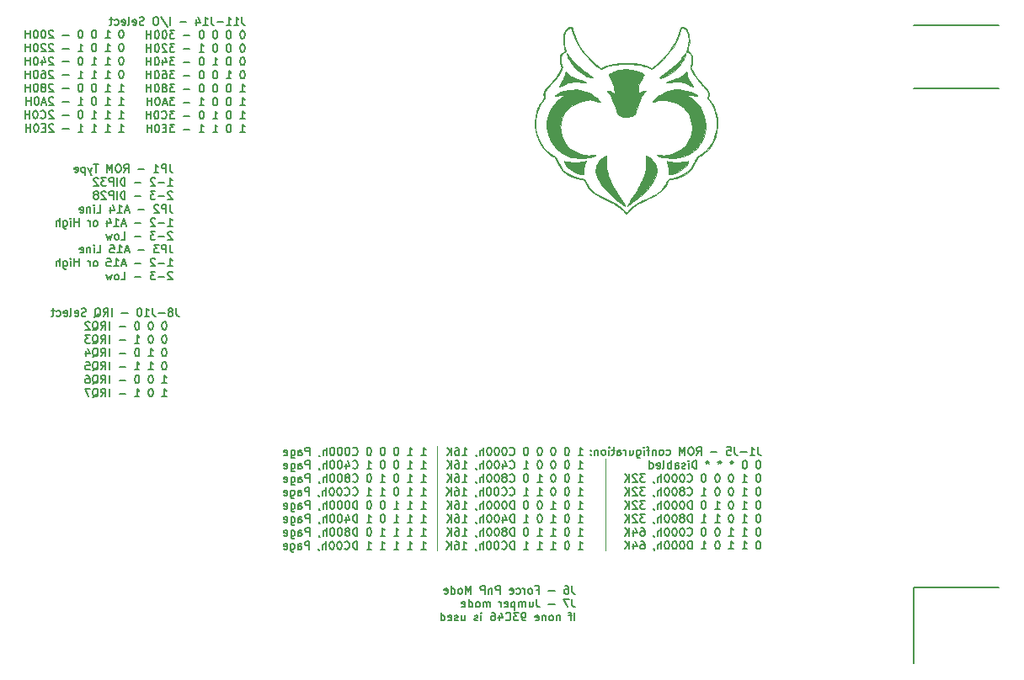
<source format=gbr>
G04 #@! TF.GenerationSoftware,KiCad,Pcbnew,(5.1.6)-1*
G04 #@! TF.CreationDate,2020-07-06T23:23:41+03:00*
G04 #@! TF.ProjectId,RTL8019,52544c38-3031-4392-9e6b-696361645f70,rev?*
G04 #@! TF.SameCoordinates,Original*
G04 #@! TF.FileFunction,Legend,Bot*
G04 #@! TF.FilePolarity,Positive*
%FSLAX46Y46*%
G04 Gerber Fmt 4.6, Leading zero omitted, Abs format (unit mm)*
G04 Created by KiCad (PCBNEW (5.1.6)-1) date 2020-07-06 23:23:41*
%MOMM*%
%LPD*%
G01*
G04 APERTURE LIST*
%ADD10C,0.150000*%
%ADD11C,0.120000*%
%ADD12C,0.190500*%
%ADD13C,0.010000*%
G04 APERTURE END LIST*
D10*
X149320582Y-53180704D02*
X149244392Y-53180704D01*
X149168201Y-53218800D01*
X149130106Y-53256895D01*
X149092011Y-53333085D01*
X149053916Y-53485466D01*
X149053916Y-53675942D01*
X149092011Y-53828323D01*
X149130106Y-53904514D01*
X149168201Y-53942609D01*
X149244392Y-53980704D01*
X149320582Y-53980704D01*
X149396773Y-53942609D01*
X149434868Y-53904514D01*
X149472963Y-53828323D01*
X149511059Y-53675942D01*
X149511059Y-53485466D01*
X149472963Y-53333085D01*
X149434868Y-53256895D01*
X149396773Y-53218800D01*
X149320582Y-53180704D01*
X147682487Y-53980704D02*
X148139630Y-53980704D01*
X147911059Y-53980704D02*
X147911059Y-53180704D01*
X147987249Y-53294990D01*
X148063440Y-53371180D01*
X148139630Y-53409276D01*
X146577725Y-53180704D02*
X146501535Y-53180704D01*
X146425344Y-53218800D01*
X146387249Y-53256895D01*
X146349154Y-53333085D01*
X146311059Y-53485466D01*
X146311059Y-53675942D01*
X146349154Y-53828323D01*
X146387249Y-53904514D01*
X146425344Y-53942609D01*
X146501535Y-53980704D01*
X146577725Y-53980704D01*
X146653916Y-53942609D01*
X146692011Y-53904514D01*
X146730106Y-53828323D01*
X146768201Y-53675942D01*
X146768201Y-53485466D01*
X146730106Y-53333085D01*
X146692011Y-53256895D01*
X146653916Y-53218800D01*
X146577725Y-53180704D01*
X145206297Y-53180704D02*
X145130106Y-53180704D01*
X145053916Y-53218800D01*
X145015820Y-53256895D01*
X144977725Y-53333085D01*
X144939630Y-53485466D01*
X144939630Y-53675942D01*
X144977725Y-53828323D01*
X145015820Y-53904514D01*
X145053916Y-53942609D01*
X145130106Y-53980704D01*
X145206297Y-53980704D01*
X145282487Y-53942609D01*
X145320582Y-53904514D01*
X145358678Y-53828323D01*
X145396773Y-53675942D01*
X145396773Y-53485466D01*
X145358678Y-53333085D01*
X145320582Y-53256895D01*
X145282487Y-53218800D01*
X145206297Y-53180704D01*
X143987249Y-53675942D02*
X143377725Y-53675942D01*
X142425344Y-53256895D02*
X142387249Y-53218800D01*
X142311059Y-53180704D01*
X142120582Y-53180704D01*
X142044392Y-53218800D01*
X142006297Y-53256895D01*
X141968201Y-53333085D01*
X141968201Y-53409276D01*
X142006297Y-53523561D01*
X142463440Y-53980704D01*
X141968201Y-53980704D01*
X141472963Y-53180704D02*
X141396773Y-53180704D01*
X141320582Y-53218800D01*
X141282487Y-53256895D01*
X141244392Y-53333085D01*
X141206297Y-53485466D01*
X141206297Y-53675942D01*
X141244392Y-53828323D01*
X141282487Y-53904514D01*
X141320582Y-53942609D01*
X141396773Y-53980704D01*
X141472963Y-53980704D01*
X141549154Y-53942609D01*
X141587249Y-53904514D01*
X141625344Y-53828323D01*
X141663440Y-53675942D01*
X141663440Y-53485466D01*
X141625344Y-53333085D01*
X141587249Y-53256895D01*
X141549154Y-53218800D01*
X141472963Y-53180704D01*
X140711059Y-53180704D02*
X140634868Y-53180704D01*
X140558678Y-53218800D01*
X140520582Y-53256895D01*
X140482487Y-53333085D01*
X140444392Y-53485466D01*
X140444392Y-53675942D01*
X140482487Y-53828323D01*
X140520582Y-53904514D01*
X140558678Y-53942609D01*
X140634868Y-53980704D01*
X140711059Y-53980704D01*
X140787249Y-53942609D01*
X140825344Y-53904514D01*
X140863440Y-53828323D01*
X140901535Y-53675942D01*
X140901535Y-53485466D01*
X140863440Y-53333085D01*
X140825344Y-53256895D01*
X140787249Y-53218800D01*
X140711059Y-53180704D01*
X140101535Y-53980704D02*
X140101535Y-53180704D01*
X140101535Y-53561657D02*
X139644392Y-53561657D01*
X139644392Y-53980704D02*
X139644392Y-53180704D01*
X149320582Y-54530704D02*
X149244392Y-54530704D01*
X149168201Y-54568800D01*
X149130106Y-54606895D01*
X149092011Y-54683085D01*
X149053916Y-54835466D01*
X149053916Y-55025942D01*
X149092011Y-55178323D01*
X149130106Y-55254514D01*
X149168201Y-55292609D01*
X149244392Y-55330704D01*
X149320582Y-55330704D01*
X149396773Y-55292609D01*
X149434868Y-55254514D01*
X149472963Y-55178323D01*
X149511059Y-55025942D01*
X149511059Y-54835466D01*
X149472963Y-54683085D01*
X149434868Y-54606895D01*
X149396773Y-54568800D01*
X149320582Y-54530704D01*
X147682487Y-55330704D02*
X148139630Y-55330704D01*
X147911059Y-55330704D02*
X147911059Y-54530704D01*
X147987249Y-54644990D01*
X148063440Y-54721180D01*
X148139630Y-54759276D01*
X146577725Y-54530704D02*
X146501535Y-54530704D01*
X146425344Y-54568800D01*
X146387249Y-54606895D01*
X146349154Y-54683085D01*
X146311059Y-54835466D01*
X146311059Y-55025942D01*
X146349154Y-55178323D01*
X146387249Y-55254514D01*
X146425344Y-55292609D01*
X146501535Y-55330704D01*
X146577725Y-55330704D01*
X146653916Y-55292609D01*
X146692011Y-55254514D01*
X146730106Y-55178323D01*
X146768201Y-55025942D01*
X146768201Y-54835466D01*
X146730106Y-54683085D01*
X146692011Y-54606895D01*
X146653916Y-54568800D01*
X146577725Y-54530704D01*
X144939630Y-55330704D02*
X145396773Y-55330704D01*
X145168201Y-55330704D02*
X145168201Y-54530704D01*
X145244392Y-54644990D01*
X145320582Y-54721180D01*
X145396773Y-54759276D01*
X143987249Y-55025942D02*
X143377725Y-55025942D01*
X142425344Y-54606895D02*
X142387249Y-54568800D01*
X142311059Y-54530704D01*
X142120582Y-54530704D01*
X142044392Y-54568800D01*
X142006297Y-54606895D01*
X141968201Y-54683085D01*
X141968201Y-54759276D01*
X142006297Y-54873561D01*
X142463440Y-55330704D01*
X141968201Y-55330704D01*
X141663440Y-54606895D02*
X141625344Y-54568800D01*
X141549154Y-54530704D01*
X141358678Y-54530704D01*
X141282487Y-54568800D01*
X141244392Y-54606895D01*
X141206297Y-54683085D01*
X141206297Y-54759276D01*
X141244392Y-54873561D01*
X141701535Y-55330704D01*
X141206297Y-55330704D01*
X140711059Y-54530704D02*
X140634868Y-54530704D01*
X140558678Y-54568800D01*
X140520582Y-54606895D01*
X140482487Y-54683085D01*
X140444392Y-54835466D01*
X140444392Y-55025942D01*
X140482487Y-55178323D01*
X140520582Y-55254514D01*
X140558678Y-55292609D01*
X140634868Y-55330704D01*
X140711059Y-55330704D01*
X140787249Y-55292609D01*
X140825344Y-55254514D01*
X140863440Y-55178323D01*
X140901535Y-55025942D01*
X140901535Y-54835466D01*
X140863440Y-54683085D01*
X140825344Y-54606895D01*
X140787249Y-54568800D01*
X140711059Y-54530704D01*
X140101535Y-55330704D02*
X140101535Y-54530704D01*
X140101535Y-54911657D02*
X139644392Y-54911657D01*
X139644392Y-55330704D02*
X139644392Y-54530704D01*
X149320582Y-55880704D02*
X149244392Y-55880704D01*
X149168201Y-55918800D01*
X149130106Y-55956895D01*
X149092011Y-56033085D01*
X149053916Y-56185466D01*
X149053916Y-56375942D01*
X149092011Y-56528323D01*
X149130106Y-56604514D01*
X149168201Y-56642609D01*
X149244392Y-56680704D01*
X149320582Y-56680704D01*
X149396773Y-56642609D01*
X149434868Y-56604514D01*
X149472963Y-56528323D01*
X149511059Y-56375942D01*
X149511059Y-56185466D01*
X149472963Y-56033085D01*
X149434868Y-55956895D01*
X149396773Y-55918800D01*
X149320582Y-55880704D01*
X147682487Y-56680704D02*
X148139630Y-56680704D01*
X147911059Y-56680704D02*
X147911059Y-55880704D01*
X147987249Y-55994990D01*
X148063440Y-56071180D01*
X148139630Y-56109276D01*
X146311059Y-56680704D02*
X146768201Y-56680704D01*
X146539630Y-56680704D02*
X146539630Y-55880704D01*
X146615820Y-55994990D01*
X146692011Y-56071180D01*
X146768201Y-56109276D01*
X145206297Y-55880704D02*
X145130106Y-55880704D01*
X145053916Y-55918800D01*
X145015820Y-55956895D01*
X144977725Y-56033085D01*
X144939630Y-56185466D01*
X144939630Y-56375942D01*
X144977725Y-56528323D01*
X145015820Y-56604514D01*
X145053916Y-56642609D01*
X145130106Y-56680704D01*
X145206297Y-56680704D01*
X145282487Y-56642609D01*
X145320582Y-56604514D01*
X145358678Y-56528323D01*
X145396773Y-56375942D01*
X145396773Y-56185466D01*
X145358678Y-56033085D01*
X145320582Y-55956895D01*
X145282487Y-55918800D01*
X145206297Y-55880704D01*
X143987249Y-56375942D02*
X143377725Y-56375942D01*
X142425344Y-55956895D02*
X142387249Y-55918800D01*
X142311059Y-55880704D01*
X142120582Y-55880704D01*
X142044392Y-55918800D01*
X142006297Y-55956895D01*
X141968201Y-56033085D01*
X141968201Y-56109276D01*
X142006297Y-56223561D01*
X142463440Y-56680704D01*
X141968201Y-56680704D01*
X141282487Y-56147371D02*
X141282487Y-56680704D01*
X141472963Y-55842609D02*
X141663440Y-56414038D01*
X141168201Y-56414038D01*
X140711059Y-55880704D02*
X140634868Y-55880704D01*
X140558678Y-55918800D01*
X140520582Y-55956895D01*
X140482487Y-56033085D01*
X140444392Y-56185466D01*
X140444392Y-56375942D01*
X140482487Y-56528323D01*
X140520582Y-56604514D01*
X140558678Y-56642609D01*
X140634868Y-56680704D01*
X140711059Y-56680704D01*
X140787249Y-56642609D01*
X140825344Y-56604514D01*
X140863440Y-56528323D01*
X140901535Y-56375942D01*
X140901535Y-56185466D01*
X140863440Y-56033085D01*
X140825344Y-55956895D01*
X140787249Y-55918800D01*
X140711059Y-55880704D01*
X140101535Y-56680704D02*
X140101535Y-55880704D01*
X140101535Y-56261657D02*
X139644392Y-56261657D01*
X139644392Y-56680704D02*
X139644392Y-55880704D01*
X149320582Y-57230704D02*
X149244392Y-57230704D01*
X149168201Y-57268800D01*
X149130106Y-57306895D01*
X149092011Y-57383085D01*
X149053916Y-57535466D01*
X149053916Y-57725942D01*
X149092011Y-57878323D01*
X149130106Y-57954514D01*
X149168201Y-57992609D01*
X149244392Y-58030704D01*
X149320582Y-58030704D01*
X149396773Y-57992609D01*
X149434868Y-57954514D01*
X149472963Y-57878323D01*
X149511059Y-57725942D01*
X149511059Y-57535466D01*
X149472963Y-57383085D01*
X149434868Y-57306895D01*
X149396773Y-57268800D01*
X149320582Y-57230704D01*
X147682487Y-58030704D02*
X148139630Y-58030704D01*
X147911059Y-58030704D02*
X147911059Y-57230704D01*
X147987249Y-57344990D01*
X148063440Y-57421180D01*
X148139630Y-57459276D01*
X146311059Y-58030704D02*
X146768201Y-58030704D01*
X146539630Y-58030704D02*
X146539630Y-57230704D01*
X146615820Y-57344990D01*
X146692011Y-57421180D01*
X146768201Y-57459276D01*
X144939630Y-58030704D02*
X145396773Y-58030704D01*
X145168201Y-58030704D02*
X145168201Y-57230704D01*
X145244392Y-57344990D01*
X145320582Y-57421180D01*
X145396773Y-57459276D01*
X143987249Y-57725942D02*
X143377725Y-57725942D01*
X142425344Y-57306895D02*
X142387249Y-57268800D01*
X142311059Y-57230704D01*
X142120582Y-57230704D01*
X142044392Y-57268800D01*
X142006297Y-57306895D01*
X141968201Y-57383085D01*
X141968201Y-57459276D01*
X142006297Y-57573561D01*
X142463440Y-58030704D01*
X141968201Y-58030704D01*
X141282487Y-57230704D02*
X141434868Y-57230704D01*
X141511059Y-57268800D01*
X141549154Y-57306895D01*
X141625344Y-57421180D01*
X141663440Y-57573561D01*
X141663440Y-57878323D01*
X141625344Y-57954514D01*
X141587249Y-57992609D01*
X141511059Y-58030704D01*
X141358678Y-58030704D01*
X141282487Y-57992609D01*
X141244392Y-57954514D01*
X141206297Y-57878323D01*
X141206297Y-57687847D01*
X141244392Y-57611657D01*
X141282487Y-57573561D01*
X141358678Y-57535466D01*
X141511059Y-57535466D01*
X141587249Y-57573561D01*
X141625344Y-57611657D01*
X141663440Y-57687847D01*
X140711059Y-57230704D02*
X140634868Y-57230704D01*
X140558678Y-57268800D01*
X140520582Y-57306895D01*
X140482487Y-57383085D01*
X140444392Y-57535466D01*
X140444392Y-57725942D01*
X140482487Y-57878323D01*
X140520582Y-57954514D01*
X140558678Y-57992609D01*
X140634868Y-58030704D01*
X140711059Y-58030704D01*
X140787249Y-57992609D01*
X140825344Y-57954514D01*
X140863440Y-57878323D01*
X140901535Y-57725942D01*
X140901535Y-57535466D01*
X140863440Y-57383085D01*
X140825344Y-57306895D01*
X140787249Y-57268800D01*
X140711059Y-57230704D01*
X140101535Y-58030704D02*
X140101535Y-57230704D01*
X140101535Y-57611657D02*
X139644392Y-57611657D01*
X139644392Y-58030704D02*
X139644392Y-57230704D01*
X149053916Y-59380704D02*
X149511059Y-59380704D01*
X149282487Y-59380704D02*
X149282487Y-58580704D01*
X149358678Y-58694990D01*
X149434868Y-58771180D01*
X149511059Y-58809276D01*
X147682487Y-59380704D02*
X148139630Y-59380704D01*
X147911059Y-59380704D02*
X147911059Y-58580704D01*
X147987249Y-58694990D01*
X148063440Y-58771180D01*
X148139630Y-58809276D01*
X146577725Y-58580704D02*
X146501535Y-58580704D01*
X146425344Y-58618800D01*
X146387249Y-58656895D01*
X146349154Y-58733085D01*
X146311059Y-58885466D01*
X146311059Y-59075942D01*
X146349154Y-59228323D01*
X146387249Y-59304514D01*
X146425344Y-59342609D01*
X146501535Y-59380704D01*
X146577725Y-59380704D01*
X146653916Y-59342609D01*
X146692011Y-59304514D01*
X146730106Y-59228323D01*
X146768201Y-59075942D01*
X146768201Y-58885466D01*
X146730106Y-58733085D01*
X146692011Y-58656895D01*
X146653916Y-58618800D01*
X146577725Y-58580704D01*
X145206297Y-58580704D02*
X145130106Y-58580704D01*
X145053916Y-58618800D01*
X145015820Y-58656895D01*
X144977725Y-58733085D01*
X144939630Y-58885466D01*
X144939630Y-59075942D01*
X144977725Y-59228323D01*
X145015820Y-59304514D01*
X145053916Y-59342609D01*
X145130106Y-59380704D01*
X145206297Y-59380704D01*
X145282487Y-59342609D01*
X145320582Y-59304514D01*
X145358678Y-59228323D01*
X145396773Y-59075942D01*
X145396773Y-58885466D01*
X145358678Y-58733085D01*
X145320582Y-58656895D01*
X145282487Y-58618800D01*
X145206297Y-58580704D01*
X143987249Y-59075942D02*
X143377725Y-59075942D01*
X142425344Y-58656895D02*
X142387249Y-58618800D01*
X142311059Y-58580704D01*
X142120582Y-58580704D01*
X142044392Y-58618800D01*
X142006297Y-58656895D01*
X141968201Y-58733085D01*
X141968201Y-58809276D01*
X142006297Y-58923561D01*
X142463440Y-59380704D01*
X141968201Y-59380704D01*
X141511059Y-58923561D02*
X141587249Y-58885466D01*
X141625344Y-58847371D01*
X141663440Y-58771180D01*
X141663440Y-58733085D01*
X141625344Y-58656895D01*
X141587249Y-58618800D01*
X141511059Y-58580704D01*
X141358678Y-58580704D01*
X141282487Y-58618800D01*
X141244392Y-58656895D01*
X141206297Y-58733085D01*
X141206297Y-58771180D01*
X141244392Y-58847371D01*
X141282487Y-58885466D01*
X141358678Y-58923561D01*
X141511059Y-58923561D01*
X141587249Y-58961657D01*
X141625344Y-58999752D01*
X141663440Y-59075942D01*
X141663440Y-59228323D01*
X141625344Y-59304514D01*
X141587249Y-59342609D01*
X141511059Y-59380704D01*
X141358678Y-59380704D01*
X141282487Y-59342609D01*
X141244392Y-59304514D01*
X141206297Y-59228323D01*
X141206297Y-59075942D01*
X141244392Y-58999752D01*
X141282487Y-58961657D01*
X141358678Y-58923561D01*
X140711059Y-58580704D02*
X140634868Y-58580704D01*
X140558678Y-58618800D01*
X140520582Y-58656895D01*
X140482487Y-58733085D01*
X140444392Y-58885466D01*
X140444392Y-59075942D01*
X140482487Y-59228323D01*
X140520582Y-59304514D01*
X140558678Y-59342609D01*
X140634868Y-59380704D01*
X140711059Y-59380704D01*
X140787249Y-59342609D01*
X140825344Y-59304514D01*
X140863440Y-59228323D01*
X140901535Y-59075942D01*
X140901535Y-58885466D01*
X140863440Y-58733085D01*
X140825344Y-58656895D01*
X140787249Y-58618800D01*
X140711059Y-58580704D01*
X140101535Y-59380704D02*
X140101535Y-58580704D01*
X140101535Y-58961657D02*
X139644392Y-58961657D01*
X139644392Y-59380704D02*
X139644392Y-58580704D01*
X149053916Y-60730704D02*
X149511059Y-60730704D01*
X149282487Y-60730704D02*
X149282487Y-59930704D01*
X149358678Y-60044990D01*
X149434868Y-60121180D01*
X149511059Y-60159276D01*
X147682487Y-60730704D02*
X148139630Y-60730704D01*
X147911059Y-60730704D02*
X147911059Y-59930704D01*
X147987249Y-60044990D01*
X148063440Y-60121180D01*
X148139630Y-60159276D01*
X146577725Y-59930704D02*
X146501535Y-59930704D01*
X146425344Y-59968800D01*
X146387249Y-60006895D01*
X146349154Y-60083085D01*
X146311059Y-60235466D01*
X146311059Y-60425942D01*
X146349154Y-60578323D01*
X146387249Y-60654514D01*
X146425344Y-60692609D01*
X146501535Y-60730704D01*
X146577725Y-60730704D01*
X146653916Y-60692609D01*
X146692011Y-60654514D01*
X146730106Y-60578323D01*
X146768201Y-60425942D01*
X146768201Y-60235466D01*
X146730106Y-60083085D01*
X146692011Y-60006895D01*
X146653916Y-59968800D01*
X146577725Y-59930704D01*
X144939630Y-60730704D02*
X145396773Y-60730704D01*
X145168201Y-60730704D02*
X145168201Y-59930704D01*
X145244392Y-60044990D01*
X145320582Y-60121180D01*
X145396773Y-60159276D01*
X143987249Y-60425942D02*
X143377725Y-60425942D01*
X142425344Y-60006895D02*
X142387249Y-59968800D01*
X142311059Y-59930704D01*
X142120582Y-59930704D01*
X142044392Y-59968800D01*
X142006297Y-60006895D01*
X141968201Y-60083085D01*
X141968201Y-60159276D01*
X142006297Y-60273561D01*
X142463440Y-60730704D01*
X141968201Y-60730704D01*
X141663440Y-60502133D02*
X141282487Y-60502133D01*
X141739630Y-60730704D02*
X141472963Y-59930704D01*
X141206297Y-60730704D01*
X140787249Y-59930704D02*
X140711059Y-59930704D01*
X140634868Y-59968800D01*
X140596773Y-60006895D01*
X140558678Y-60083085D01*
X140520582Y-60235466D01*
X140520582Y-60425942D01*
X140558678Y-60578323D01*
X140596773Y-60654514D01*
X140634868Y-60692609D01*
X140711059Y-60730704D01*
X140787249Y-60730704D01*
X140863440Y-60692609D01*
X140901535Y-60654514D01*
X140939630Y-60578323D01*
X140977725Y-60425942D01*
X140977725Y-60235466D01*
X140939630Y-60083085D01*
X140901535Y-60006895D01*
X140863440Y-59968800D01*
X140787249Y-59930704D01*
X140177725Y-60730704D02*
X140177725Y-59930704D01*
X140177725Y-60311657D02*
X139720582Y-60311657D01*
X139720582Y-60730704D02*
X139720582Y-59930704D01*
X149053916Y-62080704D02*
X149511059Y-62080704D01*
X149282487Y-62080704D02*
X149282487Y-61280704D01*
X149358678Y-61394990D01*
X149434868Y-61471180D01*
X149511059Y-61509276D01*
X147682487Y-62080704D02*
X148139630Y-62080704D01*
X147911059Y-62080704D02*
X147911059Y-61280704D01*
X147987249Y-61394990D01*
X148063440Y-61471180D01*
X148139630Y-61509276D01*
X146311059Y-62080704D02*
X146768201Y-62080704D01*
X146539630Y-62080704D02*
X146539630Y-61280704D01*
X146615820Y-61394990D01*
X146692011Y-61471180D01*
X146768201Y-61509276D01*
X145206297Y-61280704D02*
X145130106Y-61280704D01*
X145053916Y-61318800D01*
X145015820Y-61356895D01*
X144977725Y-61433085D01*
X144939630Y-61585466D01*
X144939630Y-61775942D01*
X144977725Y-61928323D01*
X145015820Y-62004514D01*
X145053916Y-62042609D01*
X145130106Y-62080704D01*
X145206297Y-62080704D01*
X145282487Y-62042609D01*
X145320582Y-62004514D01*
X145358678Y-61928323D01*
X145396773Y-61775942D01*
X145396773Y-61585466D01*
X145358678Y-61433085D01*
X145320582Y-61356895D01*
X145282487Y-61318800D01*
X145206297Y-61280704D01*
X143987249Y-61775942D02*
X143377725Y-61775942D01*
X142425344Y-61356895D02*
X142387249Y-61318800D01*
X142311059Y-61280704D01*
X142120582Y-61280704D01*
X142044392Y-61318800D01*
X142006297Y-61356895D01*
X141968201Y-61433085D01*
X141968201Y-61509276D01*
X142006297Y-61623561D01*
X142463440Y-62080704D01*
X141968201Y-62080704D01*
X141168201Y-62004514D02*
X141206297Y-62042609D01*
X141320582Y-62080704D01*
X141396773Y-62080704D01*
X141511059Y-62042609D01*
X141587249Y-61966419D01*
X141625344Y-61890228D01*
X141663440Y-61737847D01*
X141663440Y-61623561D01*
X141625344Y-61471180D01*
X141587249Y-61394990D01*
X141511059Y-61318800D01*
X141396773Y-61280704D01*
X141320582Y-61280704D01*
X141206297Y-61318800D01*
X141168201Y-61356895D01*
X140672963Y-61280704D02*
X140596773Y-61280704D01*
X140520582Y-61318800D01*
X140482487Y-61356895D01*
X140444392Y-61433085D01*
X140406297Y-61585466D01*
X140406297Y-61775942D01*
X140444392Y-61928323D01*
X140482487Y-62004514D01*
X140520582Y-62042609D01*
X140596773Y-62080704D01*
X140672963Y-62080704D01*
X140749154Y-62042609D01*
X140787249Y-62004514D01*
X140825344Y-61928323D01*
X140863440Y-61775942D01*
X140863440Y-61585466D01*
X140825344Y-61433085D01*
X140787249Y-61356895D01*
X140749154Y-61318800D01*
X140672963Y-61280704D01*
X140063440Y-62080704D02*
X140063440Y-61280704D01*
X140063440Y-61661657D02*
X139606297Y-61661657D01*
X139606297Y-62080704D02*
X139606297Y-61280704D01*
X149053916Y-63430704D02*
X149511059Y-63430704D01*
X149282487Y-63430704D02*
X149282487Y-62630704D01*
X149358678Y-62744990D01*
X149434868Y-62821180D01*
X149511059Y-62859276D01*
X147682487Y-63430704D02*
X148139630Y-63430704D01*
X147911059Y-63430704D02*
X147911059Y-62630704D01*
X147987249Y-62744990D01*
X148063440Y-62821180D01*
X148139630Y-62859276D01*
X146311059Y-63430704D02*
X146768201Y-63430704D01*
X146539630Y-63430704D02*
X146539630Y-62630704D01*
X146615820Y-62744990D01*
X146692011Y-62821180D01*
X146768201Y-62859276D01*
X144939630Y-63430704D02*
X145396773Y-63430704D01*
X145168201Y-63430704D02*
X145168201Y-62630704D01*
X145244392Y-62744990D01*
X145320582Y-62821180D01*
X145396773Y-62859276D01*
X143987249Y-63125942D02*
X143377725Y-63125942D01*
X142425344Y-62706895D02*
X142387249Y-62668800D01*
X142311059Y-62630704D01*
X142120582Y-62630704D01*
X142044392Y-62668800D01*
X142006297Y-62706895D01*
X141968201Y-62783085D01*
X141968201Y-62859276D01*
X142006297Y-62973561D01*
X142463440Y-63430704D01*
X141968201Y-63430704D01*
X141625344Y-63011657D02*
X141358678Y-63011657D01*
X141244392Y-63430704D02*
X141625344Y-63430704D01*
X141625344Y-62630704D01*
X141244392Y-62630704D01*
X140749154Y-62630704D02*
X140672963Y-62630704D01*
X140596773Y-62668800D01*
X140558678Y-62706895D01*
X140520582Y-62783085D01*
X140482487Y-62935466D01*
X140482487Y-63125942D01*
X140520582Y-63278323D01*
X140558678Y-63354514D01*
X140596773Y-63392609D01*
X140672963Y-63430704D01*
X140749154Y-63430704D01*
X140825344Y-63392609D01*
X140863440Y-63354514D01*
X140901535Y-63278323D01*
X140939630Y-63125942D01*
X140939630Y-62935466D01*
X140901535Y-62783085D01*
X140863440Y-62706895D01*
X140825344Y-62668800D01*
X140749154Y-62630704D01*
X140139630Y-63430704D02*
X140139630Y-62630704D01*
X140139630Y-63011657D02*
X139682487Y-63011657D01*
X139682487Y-63430704D02*
X139682487Y-62630704D01*
X161418612Y-51865624D02*
X161418612Y-52437053D01*
X161456707Y-52551339D01*
X161532898Y-52627529D01*
X161647183Y-52665624D01*
X161723374Y-52665624D01*
X160618612Y-52665624D02*
X161075755Y-52665624D01*
X160847183Y-52665624D02*
X160847183Y-51865624D01*
X160923374Y-51979910D01*
X160999564Y-52056100D01*
X161075755Y-52094196D01*
X159856707Y-52665624D02*
X160313850Y-52665624D01*
X160085279Y-52665624D02*
X160085279Y-51865624D01*
X160161469Y-51979910D01*
X160237660Y-52056100D01*
X160313850Y-52094196D01*
X159513850Y-52360862D02*
X158904326Y-52360862D01*
X158294802Y-51865624D02*
X158294802Y-52437053D01*
X158332898Y-52551339D01*
X158409088Y-52627529D01*
X158523374Y-52665624D01*
X158599564Y-52665624D01*
X157494802Y-52665624D02*
X157951945Y-52665624D01*
X157723374Y-52665624D02*
X157723374Y-51865624D01*
X157799564Y-51979910D01*
X157875755Y-52056100D01*
X157951945Y-52094196D01*
X156809088Y-52132291D02*
X156809088Y-52665624D01*
X156999564Y-51827529D02*
X157190040Y-52398958D01*
X156694802Y-52398958D01*
X155780517Y-52360862D02*
X155170993Y-52360862D01*
X154180517Y-52665624D02*
X154180517Y-51865624D01*
X153228136Y-51827529D02*
X153913850Y-52856100D01*
X152809088Y-51865624D02*
X152656707Y-51865624D01*
X152580517Y-51903720D01*
X152504326Y-51979910D01*
X152466231Y-52132291D01*
X152466231Y-52398958D01*
X152504326Y-52551339D01*
X152580517Y-52627529D01*
X152656707Y-52665624D01*
X152809088Y-52665624D01*
X152885279Y-52627529D01*
X152961469Y-52551339D01*
X152999564Y-52398958D01*
X152999564Y-52132291D01*
X152961469Y-51979910D01*
X152885279Y-51903720D01*
X152809088Y-51865624D01*
X151551945Y-52627529D02*
X151437660Y-52665624D01*
X151247183Y-52665624D01*
X151170993Y-52627529D01*
X151132898Y-52589434D01*
X151094802Y-52513243D01*
X151094802Y-52437053D01*
X151132898Y-52360862D01*
X151170993Y-52322767D01*
X151247183Y-52284672D01*
X151399564Y-52246577D01*
X151475755Y-52208481D01*
X151513850Y-52170386D01*
X151551945Y-52094196D01*
X151551945Y-52018005D01*
X151513850Y-51941815D01*
X151475755Y-51903720D01*
X151399564Y-51865624D01*
X151209088Y-51865624D01*
X151094802Y-51903720D01*
X150447183Y-52627529D02*
X150523374Y-52665624D01*
X150675755Y-52665624D01*
X150751945Y-52627529D01*
X150790040Y-52551339D01*
X150790040Y-52246577D01*
X150751945Y-52170386D01*
X150675755Y-52132291D01*
X150523374Y-52132291D01*
X150447183Y-52170386D01*
X150409088Y-52246577D01*
X150409088Y-52322767D01*
X150790040Y-52398958D01*
X149951945Y-52665624D02*
X150028136Y-52627529D01*
X150066231Y-52551339D01*
X150066231Y-51865624D01*
X149342421Y-52627529D02*
X149418612Y-52665624D01*
X149570993Y-52665624D01*
X149647183Y-52627529D01*
X149685279Y-52551339D01*
X149685279Y-52246577D01*
X149647183Y-52170386D01*
X149570993Y-52132291D01*
X149418612Y-52132291D01*
X149342421Y-52170386D01*
X149304326Y-52246577D01*
X149304326Y-52322767D01*
X149685279Y-52398958D01*
X148618612Y-52627529D02*
X148694802Y-52665624D01*
X148847183Y-52665624D01*
X148923374Y-52627529D01*
X148961469Y-52589434D01*
X148999564Y-52513243D01*
X148999564Y-52284672D01*
X148961469Y-52208481D01*
X148923374Y-52170386D01*
X148847183Y-52132291D01*
X148694802Y-52132291D01*
X148618612Y-52170386D01*
X148390040Y-52132291D02*
X148085279Y-52132291D01*
X148275755Y-51865624D02*
X148275755Y-52551339D01*
X148237660Y-52627529D01*
X148161469Y-52665624D01*
X148085279Y-52665624D01*
X161494802Y-53215624D02*
X161418612Y-53215624D01*
X161342421Y-53253720D01*
X161304326Y-53291815D01*
X161266231Y-53368005D01*
X161228136Y-53520386D01*
X161228136Y-53710862D01*
X161266231Y-53863243D01*
X161304326Y-53939434D01*
X161342421Y-53977529D01*
X161418612Y-54015624D01*
X161494802Y-54015624D01*
X161570993Y-53977529D01*
X161609088Y-53939434D01*
X161647183Y-53863243D01*
X161685279Y-53710862D01*
X161685279Y-53520386D01*
X161647183Y-53368005D01*
X161609088Y-53291815D01*
X161570993Y-53253720D01*
X161494802Y-53215624D01*
X160123374Y-53215624D02*
X160047183Y-53215624D01*
X159970993Y-53253720D01*
X159932898Y-53291815D01*
X159894802Y-53368005D01*
X159856707Y-53520386D01*
X159856707Y-53710862D01*
X159894802Y-53863243D01*
X159932898Y-53939434D01*
X159970993Y-53977529D01*
X160047183Y-54015624D01*
X160123374Y-54015624D01*
X160199564Y-53977529D01*
X160237660Y-53939434D01*
X160275755Y-53863243D01*
X160313850Y-53710862D01*
X160313850Y-53520386D01*
X160275755Y-53368005D01*
X160237660Y-53291815D01*
X160199564Y-53253720D01*
X160123374Y-53215624D01*
X158751945Y-53215624D02*
X158675755Y-53215624D01*
X158599564Y-53253720D01*
X158561469Y-53291815D01*
X158523374Y-53368005D01*
X158485279Y-53520386D01*
X158485279Y-53710862D01*
X158523374Y-53863243D01*
X158561469Y-53939434D01*
X158599564Y-53977529D01*
X158675755Y-54015624D01*
X158751945Y-54015624D01*
X158828136Y-53977529D01*
X158866231Y-53939434D01*
X158904326Y-53863243D01*
X158942421Y-53710862D01*
X158942421Y-53520386D01*
X158904326Y-53368005D01*
X158866231Y-53291815D01*
X158828136Y-53253720D01*
X158751945Y-53215624D01*
X157380517Y-53215624D02*
X157304326Y-53215624D01*
X157228136Y-53253720D01*
X157190040Y-53291815D01*
X157151945Y-53368005D01*
X157113850Y-53520386D01*
X157113850Y-53710862D01*
X157151945Y-53863243D01*
X157190040Y-53939434D01*
X157228136Y-53977529D01*
X157304326Y-54015624D01*
X157380517Y-54015624D01*
X157456707Y-53977529D01*
X157494802Y-53939434D01*
X157532898Y-53863243D01*
X157570993Y-53710862D01*
X157570993Y-53520386D01*
X157532898Y-53368005D01*
X157494802Y-53291815D01*
X157456707Y-53253720D01*
X157380517Y-53215624D01*
X156161469Y-53710862D02*
X155551945Y-53710862D01*
X154637660Y-53215624D02*
X154142421Y-53215624D01*
X154409088Y-53520386D01*
X154294802Y-53520386D01*
X154218612Y-53558481D01*
X154180517Y-53596577D01*
X154142421Y-53672767D01*
X154142421Y-53863243D01*
X154180517Y-53939434D01*
X154218612Y-53977529D01*
X154294802Y-54015624D01*
X154523374Y-54015624D01*
X154599564Y-53977529D01*
X154637660Y-53939434D01*
X153647183Y-53215624D02*
X153570993Y-53215624D01*
X153494802Y-53253720D01*
X153456707Y-53291815D01*
X153418612Y-53368005D01*
X153380517Y-53520386D01*
X153380517Y-53710862D01*
X153418612Y-53863243D01*
X153456707Y-53939434D01*
X153494802Y-53977529D01*
X153570993Y-54015624D01*
X153647183Y-54015624D01*
X153723374Y-53977529D01*
X153761469Y-53939434D01*
X153799564Y-53863243D01*
X153837660Y-53710862D01*
X153837660Y-53520386D01*
X153799564Y-53368005D01*
X153761469Y-53291815D01*
X153723374Y-53253720D01*
X153647183Y-53215624D01*
X152885279Y-53215624D02*
X152809088Y-53215624D01*
X152732898Y-53253720D01*
X152694802Y-53291815D01*
X152656707Y-53368005D01*
X152618612Y-53520386D01*
X152618612Y-53710862D01*
X152656707Y-53863243D01*
X152694802Y-53939434D01*
X152732898Y-53977529D01*
X152809088Y-54015624D01*
X152885279Y-54015624D01*
X152961469Y-53977529D01*
X152999564Y-53939434D01*
X153037660Y-53863243D01*
X153075755Y-53710862D01*
X153075755Y-53520386D01*
X153037660Y-53368005D01*
X152999564Y-53291815D01*
X152961469Y-53253720D01*
X152885279Y-53215624D01*
X152275755Y-54015624D02*
X152275755Y-53215624D01*
X152275755Y-53596577D02*
X151818612Y-53596577D01*
X151818612Y-54015624D02*
X151818612Y-53215624D01*
X161494802Y-54565624D02*
X161418612Y-54565624D01*
X161342421Y-54603720D01*
X161304326Y-54641815D01*
X161266231Y-54718005D01*
X161228136Y-54870386D01*
X161228136Y-55060862D01*
X161266231Y-55213243D01*
X161304326Y-55289434D01*
X161342421Y-55327529D01*
X161418612Y-55365624D01*
X161494802Y-55365624D01*
X161570993Y-55327529D01*
X161609088Y-55289434D01*
X161647183Y-55213243D01*
X161685279Y-55060862D01*
X161685279Y-54870386D01*
X161647183Y-54718005D01*
X161609088Y-54641815D01*
X161570993Y-54603720D01*
X161494802Y-54565624D01*
X160123374Y-54565624D02*
X160047183Y-54565624D01*
X159970993Y-54603720D01*
X159932898Y-54641815D01*
X159894802Y-54718005D01*
X159856707Y-54870386D01*
X159856707Y-55060862D01*
X159894802Y-55213243D01*
X159932898Y-55289434D01*
X159970993Y-55327529D01*
X160047183Y-55365624D01*
X160123374Y-55365624D01*
X160199564Y-55327529D01*
X160237660Y-55289434D01*
X160275755Y-55213243D01*
X160313850Y-55060862D01*
X160313850Y-54870386D01*
X160275755Y-54718005D01*
X160237660Y-54641815D01*
X160199564Y-54603720D01*
X160123374Y-54565624D01*
X158751945Y-54565624D02*
X158675755Y-54565624D01*
X158599564Y-54603720D01*
X158561469Y-54641815D01*
X158523374Y-54718005D01*
X158485279Y-54870386D01*
X158485279Y-55060862D01*
X158523374Y-55213243D01*
X158561469Y-55289434D01*
X158599564Y-55327529D01*
X158675755Y-55365624D01*
X158751945Y-55365624D01*
X158828136Y-55327529D01*
X158866231Y-55289434D01*
X158904326Y-55213243D01*
X158942421Y-55060862D01*
X158942421Y-54870386D01*
X158904326Y-54718005D01*
X158866231Y-54641815D01*
X158828136Y-54603720D01*
X158751945Y-54565624D01*
X157113850Y-55365624D02*
X157570993Y-55365624D01*
X157342421Y-55365624D02*
X157342421Y-54565624D01*
X157418612Y-54679910D01*
X157494802Y-54756100D01*
X157570993Y-54794196D01*
X156161469Y-55060862D02*
X155551945Y-55060862D01*
X154637660Y-54565624D02*
X154142421Y-54565624D01*
X154409088Y-54870386D01*
X154294802Y-54870386D01*
X154218612Y-54908481D01*
X154180517Y-54946577D01*
X154142421Y-55022767D01*
X154142421Y-55213243D01*
X154180517Y-55289434D01*
X154218612Y-55327529D01*
X154294802Y-55365624D01*
X154523374Y-55365624D01*
X154599564Y-55327529D01*
X154637660Y-55289434D01*
X153837660Y-54641815D02*
X153799564Y-54603720D01*
X153723374Y-54565624D01*
X153532898Y-54565624D01*
X153456707Y-54603720D01*
X153418612Y-54641815D01*
X153380517Y-54718005D01*
X153380517Y-54794196D01*
X153418612Y-54908481D01*
X153875755Y-55365624D01*
X153380517Y-55365624D01*
X152885279Y-54565624D02*
X152809088Y-54565624D01*
X152732898Y-54603720D01*
X152694802Y-54641815D01*
X152656707Y-54718005D01*
X152618612Y-54870386D01*
X152618612Y-55060862D01*
X152656707Y-55213243D01*
X152694802Y-55289434D01*
X152732898Y-55327529D01*
X152809088Y-55365624D01*
X152885279Y-55365624D01*
X152961469Y-55327529D01*
X152999564Y-55289434D01*
X153037660Y-55213243D01*
X153075755Y-55060862D01*
X153075755Y-54870386D01*
X153037660Y-54718005D01*
X152999564Y-54641815D01*
X152961469Y-54603720D01*
X152885279Y-54565624D01*
X152275755Y-55365624D02*
X152275755Y-54565624D01*
X152275755Y-54946577D02*
X151818612Y-54946577D01*
X151818612Y-55365624D02*
X151818612Y-54565624D01*
X161494802Y-55915624D02*
X161418612Y-55915624D01*
X161342421Y-55953720D01*
X161304326Y-55991815D01*
X161266231Y-56068005D01*
X161228136Y-56220386D01*
X161228136Y-56410862D01*
X161266231Y-56563243D01*
X161304326Y-56639434D01*
X161342421Y-56677529D01*
X161418612Y-56715624D01*
X161494802Y-56715624D01*
X161570993Y-56677529D01*
X161609088Y-56639434D01*
X161647183Y-56563243D01*
X161685279Y-56410862D01*
X161685279Y-56220386D01*
X161647183Y-56068005D01*
X161609088Y-55991815D01*
X161570993Y-55953720D01*
X161494802Y-55915624D01*
X160123374Y-55915624D02*
X160047183Y-55915624D01*
X159970993Y-55953720D01*
X159932898Y-55991815D01*
X159894802Y-56068005D01*
X159856707Y-56220386D01*
X159856707Y-56410862D01*
X159894802Y-56563243D01*
X159932898Y-56639434D01*
X159970993Y-56677529D01*
X160047183Y-56715624D01*
X160123374Y-56715624D01*
X160199564Y-56677529D01*
X160237660Y-56639434D01*
X160275755Y-56563243D01*
X160313850Y-56410862D01*
X160313850Y-56220386D01*
X160275755Y-56068005D01*
X160237660Y-55991815D01*
X160199564Y-55953720D01*
X160123374Y-55915624D01*
X158485279Y-56715624D02*
X158942421Y-56715624D01*
X158713850Y-56715624D02*
X158713850Y-55915624D01*
X158790040Y-56029910D01*
X158866231Y-56106100D01*
X158942421Y-56144196D01*
X157380517Y-55915624D02*
X157304326Y-55915624D01*
X157228136Y-55953720D01*
X157190040Y-55991815D01*
X157151945Y-56068005D01*
X157113850Y-56220386D01*
X157113850Y-56410862D01*
X157151945Y-56563243D01*
X157190040Y-56639434D01*
X157228136Y-56677529D01*
X157304326Y-56715624D01*
X157380517Y-56715624D01*
X157456707Y-56677529D01*
X157494802Y-56639434D01*
X157532898Y-56563243D01*
X157570993Y-56410862D01*
X157570993Y-56220386D01*
X157532898Y-56068005D01*
X157494802Y-55991815D01*
X157456707Y-55953720D01*
X157380517Y-55915624D01*
X156161469Y-56410862D02*
X155551945Y-56410862D01*
X154637660Y-55915624D02*
X154142421Y-55915624D01*
X154409088Y-56220386D01*
X154294802Y-56220386D01*
X154218612Y-56258481D01*
X154180517Y-56296577D01*
X154142421Y-56372767D01*
X154142421Y-56563243D01*
X154180517Y-56639434D01*
X154218612Y-56677529D01*
X154294802Y-56715624D01*
X154523374Y-56715624D01*
X154599564Y-56677529D01*
X154637660Y-56639434D01*
X153456707Y-56182291D02*
X153456707Y-56715624D01*
X153647183Y-55877529D02*
X153837660Y-56448958D01*
X153342421Y-56448958D01*
X152885279Y-55915624D02*
X152809088Y-55915624D01*
X152732898Y-55953720D01*
X152694802Y-55991815D01*
X152656707Y-56068005D01*
X152618612Y-56220386D01*
X152618612Y-56410862D01*
X152656707Y-56563243D01*
X152694802Y-56639434D01*
X152732898Y-56677529D01*
X152809088Y-56715624D01*
X152885279Y-56715624D01*
X152961469Y-56677529D01*
X152999564Y-56639434D01*
X153037660Y-56563243D01*
X153075755Y-56410862D01*
X153075755Y-56220386D01*
X153037660Y-56068005D01*
X152999564Y-55991815D01*
X152961469Y-55953720D01*
X152885279Y-55915624D01*
X152275755Y-56715624D02*
X152275755Y-55915624D01*
X152275755Y-56296577D02*
X151818612Y-56296577D01*
X151818612Y-56715624D02*
X151818612Y-55915624D01*
X161494802Y-57265624D02*
X161418612Y-57265624D01*
X161342421Y-57303720D01*
X161304326Y-57341815D01*
X161266231Y-57418005D01*
X161228136Y-57570386D01*
X161228136Y-57760862D01*
X161266231Y-57913243D01*
X161304326Y-57989434D01*
X161342421Y-58027529D01*
X161418612Y-58065624D01*
X161494802Y-58065624D01*
X161570993Y-58027529D01*
X161609088Y-57989434D01*
X161647183Y-57913243D01*
X161685279Y-57760862D01*
X161685279Y-57570386D01*
X161647183Y-57418005D01*
X161609088Y-57341815D01*
X161570993Y-57303720D01*
X161494802Y-57265624D01*
X159856707Y-58065624D02*
X160313850Y-58065624D01*
X160085279Y-58065624D02*
X160085279Y-57265624D01*
X160161469Y-57379910D01*
X160237660Y-57456100D01*
X160313850Y-57494196D01*
X158751945Y-57265624D02*
X158675755Y-57265624D01*
X158599564Y-57303720D01*
X158561469Y-57341815D01*
X158523374Y-57418005D01*
X158485279Y-57570386D01*
X158485279Y-57760862D01*
X158523374Y-57913243D01*
X158561469Y-57989434D01*
X158599564Y-58027529D01*
X158675755Y-58065624D01*
X158751945Y-58065624D01*
X158828136Y-58027529D01*
X158866231Y-57989434D01*
X158904326Y-57913243D01*
X158942421Y-57760862D01*
X158942421Y-57570386D01*
X158904326Y-57418005D01*
X158866231Y-57341815D01*
X158828136Y-57303720D01*
X158751945Y-57265624D01*
X157380517Y-57265624D02*
X157304326Y-57265624D01*
X157228136Y-57303720D01*
X157190040Y-57341815D01*
X157151945Y-57418005D01*
X157113850Y-57570386D01*
X157113850Y-57760862D01*
X157151945Y-57913243D01*
X157190040Y-57989434D01*
X157228136Y-58027529D01*
X157304326Y-58065624D01*
X157380517Y-58065624D01*
X157456707Y-58027529D01*
X157494802Y-57989434D01*
X157532898Y-57913243D01*
X157570993Y-57760862D01*
X157570993Y-57570386D01*
X157532898Y-57418005D01*
X157494802Y-57341815D01*
X157456707Y-57303720D01*
X157380517Y-57265624D01*
X156161469Y-57760862D02*
X155551945Y-57760862D01*
X154637660Y-57265624D02*
X154142421Y-57265624D01*
X154409088Y-57570386D01*
X154294802Y-57570386D01*
X154218612Y-57608481D01*
X154180517Y-57646577D01*
X154142421Y-57722767D01*
X154142421Y-57913243D01*
X154180517Y-57989434D01*
X154218612Y-58027529D01*
X154294802Y-58065624D01*
X154523374Y-58065624D01*
X154599564Y-58027529D01*
X154637660Y-57989434D01*
X153456707Y-57265624D02*
X153609088Y-57265624D01*
X153685279Y-57303720D01*
X153723374Y-57341815D01*
X153799564Y-57456100D01*
X153837660Y-57608481D01*
X153837660Y-57913243D01*
X153799564Y-57989434D01*
X153761469Y-58027529D01*
X153685279Y-58065624D01*
X153532898Y-58065624D01*
X153456707Y-58027529D01*
X153418612Y-57989434D01*
X153380517Y-57913243D01*
X153380517Y-57722767D01*
X153418612Y-57646577D01*
X153456707Y-57608481D01*
X153532898Y-57570386D01*
X153685279Y-57570386D01*
X153761469Y-57608481D01*
X153799564Y-57646577D01*
X153837660Y-57722767D01*
X152885279Y-57265624D02*
X152809088Y-57265624D01*
X152732898Y-57303720D01*
X152694802Y-57341815D01*
X152656707Y-57418005D01*
X152618612Y-57570386D01*
X152618612Y-57760862D01*
X152656707Y-57913243D01*
X152694802Y-57989434D01*
X152732898Y-58027529D01*
X152809088Y-58065624D01*
X152885279Y-58065624D01*
X152961469Y-58027529D01*
X152999564Y-57989434D01*
X153037660Y-57913243D01*
X153075755Y-57760862D01*
X153075755Y-57570386D01*
X153037660Y-57418005D01*
X152999564Y-57341815D01*
X152961469Y-57303720D01*
X152885279Y-57265624D01*
X152275755Y-58065624D02*
X152275755Y-57265624D01*
X152275755Y-57646577D02*
X151818612Y-57646577D01*
X151818612Y-58065624D02*
X151818612Y-57265624D01*
X161228136Y-59415624D02*
X161685279Y-59415624D01*
X161456707Y-59415624D02*
X161456707Y-58615624D01*
X161532898Y-58729910D01*
X161609088Y-58806100D01*
X161685279Y-58844196D01*
X160123374Y-58615624D02*
X160047183Y-58615624D01*
X159970993Y-58653720D01*
X159932898Y-58691815D01*
X159894802Y-58768005D01*
X159856707Y-58920386D01*
X159856707Y-59110862D01*
X159894802Y-59263243D01*
X159932898Y-59339434D01*
X159970993Y-59377529D01*
X160047183Y-59415624D01*
X160123374Y-59415624D01*
X160199564Y-59377529D01*
X160237660Y-59339434D01*
X160275755Y-59263243D01*
X160313850Y-59110862D01*
X160313850Y-58920386D01*
X160275755Y-58768005D01*
X160237660Y-58691815D01*
X160199564Y-58653720D01*
X160123374Y-58615624D01*
X158751945Y-58615624D02*
X158675755Y-58615624D01*
X158599564Y-58653720D01*
X158561469Y-58691815D01*
X158523374Y-58768005D01*
X158485279Y-58920386D01*
X158485279Y-59110862D01*
X158523374Y-59263243D01*
X158561469Y-59339434D01*
X158599564Y-59377529D01*
X158675755Y-59415624D01*
X158751945Y-59415624D01*
X158828136Y-59377529D01*
X158866231Y-59339434D01*
X158904326Y-59263243D01*
X158942421Y-59110862D01*
X158942421Y-58920386D01*
X158904326Y-58768005D01*
X158866231Y-58691815D01*
X158828136Y-58653720D01*
X158751945Y-58615624D01*
X157380517Y-58615624D02*
X157304326Y-58615624D01*
X157228136Y-58653720D01*
X157190040Y-58691815D01*
X157151945Y-58768005D01*
X157113850Y-58920386D01*
X157113850Y-59110862D01*
X157151945Y-59263243D01*
X157190040Y-59339434D01*
X157228136Y-59377529D01*
X157304326Y-59415624D01*
X157380517Y-59415624D01*
X157456707Y-59377529D01*
X157494802Y-59339434D01*
X157532898Y-59263243D01*
X157570993Y-59110862D01*
X157570993Y-58920386D01*
X157532898Y-58768005D01*
X157494802Y-58691815D01*
X157456707Y-58653720D01*
X157380517Y-58615624D01*
X156161469Y-59110862D02*
X155551945Y-59110862D01*
X154637660Y-58615624D02*
X154142421Y-58615624D01*
X154409088Y-58920386D01*
X154294802Y-58920386D01*
X154218612Y-58958481D01*
X154180517Y-58996577D01*
X154142421Y-59072767D01*
X154142421Y-59263243D01*
X154180517Y-59339434D01*
X154218612Y-59377529D01*
X154294802Y-59415624D01*
X154523374Y-59415624D01*
X154599564Y-59377529D01*
X154637660Y-59339434D01*
X153685279Y-58958481D02*
X153761469Y-58920386D01*
X153799564Y-58882291D01*
X153837660Y-58806100D01*
X153837660Y-58768005D01*
X153799564Y-58691815D01*
X153761469Y-58653720D01*
X153685279Y-58615624D01*
X153532898Y-58615624D01*
X153456707Y-58653720D01*
X153418612Y-58691815D01*
X153380517Y-58768005D01*
X153380517Y-58806100D01*
X153418612Y-58882291D01*
X153456707Y-58920386D01*
X153532898Y-58958481D01*
X153685279Y-58958481D01*
X153761469Y-58996577D01*
X153799564Y-59034672D01*
X153837660Y-59110862D01*
X153837660Y-59263243D01*
X153799564Y-59339434D01*
X153761469Y-59377529D01*
X153685279Y-59415624D01*
X153532898Y-59415624D01*
X153456707Y-59377529D01*
X153418612Y-59339434D01*
X153380517Y-59263243D01*
X153380517Y-59110862D01*
X153418612Y-59034672D01*
X153456707Y-58996577D01*
X153532898Y-58958481D01*
X152885279Y-58615624D02*
X152809088Y-58615624D01*
X152732898Y-58653720D01*
X152694802Y-58691815D01*
X152656707Y-58768005D01*
X152618612Y-58920386D01*
X152618612Y-59110862D01*
X152656707Y-59263243D01*
X152694802Y-59339434D01*
X152732898Y-59377529D01*
X152809088Y-59415624D01*
X152885279Y-59415624D01*
X152961469Y-59377529D01*
X152999564Y-59339434D01*
X153037660Y-59263243D01*
X153075755Y-59110862D01*
X153075755Y-58920386D01*
X153037660Y-58768005D01*
X152999564Y-58691815D01*
X152961469Y-58653720D01*
X152885279Y-58615624D01*
X152275755Y-59415624D02*
X152275755Y-58615624D01*
X152275755Y-58996577D02*
X151818612Y-58996577D01*
X151818612Y-59415624D02*
X151818612Y-58615624D01*
X161228136Y-60765624D02*
X161685279Y-60765624D01*
X161456707Y-60765624D02*
X161456707Y-59965624D01*
X161532898Y-60079910D01*
X161609088Y-60156100D01*
X161685279Y-60194196D01*
X160123374Y-59965624D02*
X160047183Y-59965624D01*
X159970993Y-60003720D01*
X159932898Y-60041815D01*
X159894802Y-60118005D01*
X159856707Y-60270386D01*
X159856707Y-60460862D01*
X159894802Y-60613243D01*
X159932898Y-60689434D01*
X159970993Y-60727529D01*
X160047183Y-60765624D01*
X160123374Y-60765624D01*
X160199564Y-60727529D01*
X160237660Y-60689434D01*
X160275755Y-60613243D01*
X160313850Y-60460862D01*
X160313850Y-60270386D01*
X160275755Y-60118005D01*
X160237660Y-60041815D01*
X160199564Y-60003720D01*
X160123374Y-59965624D01*
X158751945Y-59965624D02*
X158675755Y-59965624D01*
X158599564Y-60003720D01*
X158561469Y-60041815D01*
X158523374Y-60118005D01*
X158485279Y-60270386D01*
X158485279Y-60460862D01*
X158523374Y-60613243D01*
X158561469Y-60689434D01*
X158599564Y-60727529D01*
X158675755Y-60765624D01*
X158751945Y-60765624D01*
X158828136Y-60727529D01*
X158866231Y-60689434D01*
X158904326Y-60613243D01*
X158942421Y-60460862D01*
X158942421Y-60270386D01*
X158904326Y-60118005D01*
X158866231Y-60041815D01*
X158828136Y-60003720D01*
X158751945Y-59965624D01*
X157113850Y-60765624D02*
X157570993Y-60765624D01*
X157342421Y-60765624D02*
X157342421Y-59965624D01*
X157418612Y-60079910D01*
X157494802Y-60156100D01*
X157570993Y-60194196D01*
X156161469Y-60460862D02*
X155551945Y-60460862D01*
X154637660Y-59965624D02*
X154142421Y-59965624D01*
X154409088Y-60270386D01*
X154294802Y-60270386D01*
X154218612Y-60308481D01*
X154180517Y-60346577D01*
X154142421Y-60422767D01*
X154142421Y-60613243D01*
X154180517Y-60689434D01*
X154218612Y-60727529D01*
X154294802Y-60765624D01*
X154523374Y-60765624D01*
X154599564Y-60727529D01*
X154637660Y-60689434D01*
X153837660Y-60537053D02*
X153456707Y-60537053D01*
X153913850Y-60765624D02*
X153647183Y-59965624D01*
X153380517Y-60765624D01*
X152961469Y-59965624D02*
X152885279Y-59965624D01*
X152809088Y-60003720D01*
X152770993Y-60041815D01*
X152732898Y-60118005D01*
X152694802Y-60270386D01*
X152694802Y-60460862D01*
X152732898Y-60613243D01*
X152770993Y-60689434D01*
X152809088Y-60727529D01*
X152885279Y-60765624D01*
X152961469Y-60765624D01*
X153037660Y-60727529D01*
X153075755Y-60689434D01*
X153113850Y-60613243D01*
X153151945Y-60460862D01*
X153151945Y-60270386D01*
X153113850Y-60118005D01*
X153075755Y-60041815D01*
X153037660Y-60003720D01*
X152961469Y-59965624D01*
X152351945Y-60765624D02*
X152351945Y-59965624D01*
X152351945Y-60346577D02*
X151894802Y-60346577D01*
X151894802Y-60765624D02*
X151894802Y-59965624D01*
X161228136Y-62115624D02*
X161685279Y-62115624D01*
X161456707Y-62115624D02*
X161456707Y-61315624D01*
X161532898Y-61429910D01*
X161609088Y-61506100D01*
X161685279Y-61544196D01*
X160123374Y-61315624D02*
X160047183Y-61315624D01*
X159970993Y-61353720D01*
X159932898Y-61391815D01*
X159894802Y-61468005D01*
X159856707Y-61620386D01*
X159856707Y-61810862D01*
X159894802Y-61963243D01*
X159932898Y-62039434D01*
X159970993Y-62077529D01*
X160047183Y-62115624D01*
X160123374Y-62115624D01*
X160199564Y-62077529D01*
X160237660Y-62039434D01*
X160275755Y-61963243D01*
X160313850Y-61810862D01*
X160313850Y-61620386D01*
X160275755Y-61468005D01*
X160237660Y-61391815D01*
X160199564Y-61353720D01*
X160123374Y-61315624D01*
X158485279Y-62115624D02*
X158942421Y-62115624D01*
X158713850Y-62115624D02*
X158713850Y-61315624D01*
X158790040Y-61429910D01*
X158866231Y-61506100D01*
X158942421Y-61544196D01*
X157380517Y-61315624D02*
X157304326Y-61315624D01*
X157228136Y-61353720D01*
X157190040Y-61391815D01*
X157151945Y-61468005D01*
X157113850Y-61620386D01*
X157113850Y-61810862D01*
X157151945Y-61963243D01*
X157190040Y-62039434D01*
X157228136Y-62077529D01*
X157304326Y-62115624D01*
X157380517Y-62115624D01*
X157456707Y-62077529D01*
X157494802Y-62039434D01*
X157532898Y-61963243D01*
X157570993Y-61810862D01*
X157570993Y-61620386D01*
X157532898Y-61468005D01*
X157494802Y-61391815D01*
X157456707Y-61353720D01*
X157380517Y-61315624D01*
X156161469Y-61810862D02*
X155551945Y-61810862D01*
X154637660Y-61315624D02*
X154142421Y-61315624D01*
X154409088Y-61620386D01*
X154294802Y-61620386D01*
X154218612Y-61658481D01*
X154180517Y-61696577D01*
X154142421Y-61772767D01*
X154142421Y-61963243D01*
X154180517Y-62039434D01*
X154218612Y-62077529D01*
X154294802Y-62115624D01*
X154523374Y-62115624D01*
X154599564Y-62077529D01*
X154637660Y-62039434D01*
X153342421Y-62039434D02*
X153380517Y-62077529D01*
X153494802Y-62115624D01*
X153570993Y-62115624D01*
X153685279Y-62077529D01*
X153761469Y-62001339D01*
X153799564Y-61925148D01*
X153837660Y-61772767D01*
X153837660Y-61658481D01*
X153799564Y-61506100D01*
X153761469Y-61429910D01*
X153685279Y-61353720D01*
X153570993Y-61315624D01*
X153494802Y-61315624D01*
X153380517Y-61353720D01*
X153342421Y-61391815D01*
X152847183Y-61315624D02*
X152770993Y-61315624D01*
X152694802Y-61353720D01*
X152656707Y-61391815D01*
X152618612Y-61468005D01*
X152580517Y-61620386D01*
X152580517Y-61810862D01*
X152618612Y-61963243D01*
X152656707Y-62039434D01*
X152694802Y-62077529D01*
X152770993Y-62115624D01*
X152847183Y-62115624D01*
X152923374Y-62077529D01*
X152961469Y-62039434D01*
X152999564Y-61963243D01*
X153037660Y-61810862D01*
X153037660Y-61620386D01*
X152999564Y-61468005D01*
X152961469Y-61391815D01*
X152923374Y-61353720D01*
X152847183Y-61315624D01*
X152237660Y-62115624D02*
X152237660Y-61315624D01*
X152237660Y-61696577D02*
X151780517Y-61696577D01*
X151780517Y-62115624D02*
X151780517Y-61315624D01*
X161228136Y-63465624D02*
X161685279Y-63465624D01*
X161456707Y-63465624D02*
X161456707Y-62665624D01*
X161532898Y-62779910D01*
X161609088Y-62856100D01*
X161685279Y-62894196D01*
X160123374Y-62665624D02*
X160047183Y-62665624D01*
X159970993Y-62703720D01*
X159932898Y-62741815D01*
X159894802Y-62818005D01*
X159856707Y-62970386D01*
X159856707Y-63160862D01*
X159894802Y-63313243D01*
X159932898Y-63389434D01*
X159970993Y-63427529D01*
X160047183Y-63465624D01*
X160123374Y-63465624D01*
X160199564Y-63427529D01*
X160237660Y-63389434D01*
X160275755Y-63313243D01*
X160313850Y-63160862D01*
X160313850Y-62970386D01*
X160275755Y-62818005D01*
X160237660Y-62741815D01*
X160199564Y-62703720D01*
X160123374Y-62665624D01*
X158485279Y-63465624D02*
X158942421Y-63465624D01*
X158713850Y-63465624D02*
X158713850Y-62665624D01*
X158790040Y-62779910D01*
X158866231Y-62856100D01*
X158942421Y-62894196D01*
X157113850Y-63465624D02*
X157570993Y-63465624D01*
X157342421Y-63465624D02*
X157342421Y-62665624D01*
X157418612Y-62779910D01*
X157494802Y-62856100D01*
X157570993Y-62894196D01*
X156161469Y-63160862D02*
X155551945Y-63160862D01*
X154637660Y-62665624D02*
X154142421Y-62665624D01*
X154409088Y-62970386D01*
X154294802Y-62970386D01*
X154218612Y-63008481D01*
X154180517Y-63046577D01*
X154142421Y-63122767D01*
X154142421Y-63313243D01*
X154180517Y-63389434D01*
X154218612Y-63427529D01*
X154294802Y-63465624D01*
X154523374Y-63465624D01*
X154599564Y-63427529D01*
X154637660Y-63389434D01*
X153799564Y-63046577D02*
X153532898Y-63046577D01*
X153418612Y-63465624D02*
X153799564Y-63465624D01*
X153799564Y-62665624D01*
X153418612Y-62665624D01*
X152923374Y-62665624D02*
X152847183Y-62665624D01*
X152770993Y-62703720D01*
X152732898Y-62741815D01*
X152694802Y-62818005D01*
X152656707Y-62970386D01*
X152656707Y-63160862D01*
X152694802Y-63313243D01*
X152732898Y-63389434D01*
X152770993Y-63427529D01*
X152847183Y-63465624D01*
X152923374Y-63465624D01*
X152999564Y-63427529D01*
X153037660Y-63389434D01*
X153075755Y-63313243D01*
X153113850Y-63160862D01*
X153113850Y-62970386D01*
X153075755Y-62818005D01*
X153037660Y-62741815D01*
X152999564Y-62703720D01*
X152923374Y-62665624D01*
X152313850Y-63465624D02*
X152313850Y-62665624D01*
X152313850Y-63046577D02*
X151856707Y-63046577D01*
X151856707Y-63465624D02*
X151856707Y-62665624D01*
X154784132Y-81158164D02*
X154784132Y-81729593D01*
X154822227Y-81843879D01*
X154898418Y-81920069D01*
X155012703Y-81958164D01*
X155088894Y-81958164D01*
X154288894Y-81501021D02*
X154365084Y-81462926D01*
X154403180Y-81424831D01*
X154441275Y-81348640D01*
X154441275Y-81310545D01*
X154403180Y-81234355D01*
X154365084Y-81196260D01*
X154288894Y-81158164D01*
X154136513Y-81158164D01*
X154060322Y-81196260D01*
X154022227Y-81234355D01*
X153984132Y-81310545D01*
X153984132Y-81348640D01*
X154022227Y-81424831D01*
X154060322Y-81462926D01*
X154136513Y-81501021D01*
X154288894Y-81501021D01*
X154365084Y-81539117D01*
X154403180Y-81577212D01*
X154441275Y-81653402D01*
X154441275Y-81805783D01*
X154403180Y-81881974D01*
X154365084Y-81920069D01*
X154288894Y-81958164D01*
X154136513Y-81958164D01*
X154060322Y-81920069D01*
X154022227Y-81881974D01*
X153984132Y-81805783D01*
X153984132Y-81653402D01*
X154022227Y-81577212D01*
X154060322Y-81539117D01*
X154136513Y-81501021D01*
X153641275Y-81653402D02*
X153031751Y-81653402D01*
X152422227Y-81158164D02*
X152422227Y-81729593D01*
X152460322Y-81843879D01*
X152536513Y-81920069D01*
X152650799Y-81958164D01*
X152726989Y-81958164D01*
X151622227Y-81958164D02*
X152079370Y-81958164D01*
X151850799Y-81958164D02*
X151850799Y-81158164D01*
X151926989Y-81272450D01*
X152003180Y-81348640D01*
X152079370Y-81386736D01*
X151126989Y-81158164D02*
X151050799Y-81158164D01*
X150974608Y-81196260D01*
X150936513Y-81234355D01*
X150898418Y-81310545D01*
X150860322Y-81462926D01*
X150860322Y-81653402D01*
X150898418Y-81805783D01*
X150936513Y-81881974D01*
X150974608Y-81920069D01*
X151050799Y-81958164D01*
X151126989Y-81958164D01*
X151203180Y-81920069D01*
X151241275Y-81881974D01*
X151279370Y-81805783D01*
X151317465Y-81653402D01*
X151317465Y-81462926D01*
X151279370Y-81310545D01*
X151241275Y-81234355D01*
X151203180Y-81196260D01*
X151126989Y-81158164D01*
X149907941Y-81653402D02*
X149298418Y-81653402D01*
X148307941Y-81958164D02*
X148307941Y-81158164D01*
X147469846Y-81958164D02*
X147736513Y-81577212D01*
X147926989Y-81958164D02*
X147926989Y-81158164D01*
X147622227Y-81158164D01*
X147546037Y-81196260D01*
X147507941Y-81234355D01*
X147469846Y-81310545D01*
X147469846Y-81424831D01*
X147507941Y-81501021D01*
X147546037Y-81539117D01*
X147622227Y-81577212D01*
X147926989Y-81577212D01*
X146593656Y-82034355D02*
X146669846Y-81996260D01*
X146746037Y-81920069D01*
X146860322Y-81805783D01*
X146936513Y-81767688D01*
X147012703Y-81767688D01*
X146974608Y-81958164D02*
X147050799Y-81920069D01*
X147126989Y-81843879D01*
X147165084Y-81691498D01*
X147165084Y-81424831D01*
X147126989Y-81272450D01*
X147050799Y-81196260D01*
X146974608Y-81158164D01*
X146822227Y-81158164D01*
X146746037Y-81196260D01*
X146669846Y-81272450D01*
X146631751Y-81424831D01*
X146631751Y-81691498D01*
X146669846Y-81843879D01*
X146746037Y-81920069D01*
X146822227Y-81958164D01*
X146974608Y-81958164D01*
X145717465Y-81920069D02*
X145603180Y-81958164D01*
X145412703Y-81958164D01*
X145336513Y-81920069D01*
X145298418Y-81881974D01*
X145260322Y-81805783D01*
X145260322Y-81729593D01*
X145298418Y-81653402D01*
X145336513Y-81615307D01*
X145412703Y-81577212D01*
X145565084Y-81539117D01*
X145641275Y-81501021D01*
X145679370Y-81462926D01*
X145717465Y-81386736D01*
X145717465Y-81310545D01*
X145679370Y-81234355D01*
X145641275Y-81196260D01*
X145565084Y-81158164D01*
X145374608Y-81158164D01*
X145260322Y-81196260D01*
X144612703Y-81920069D02*
X144688894Y-81958164D01*
X144841275Y-81958164D01*
X144917465Y-81920069D01*
X144955560Y-81843879D01*
X144955560Y-81539117D01*
X144917465Y-81462926D01*
X144841275Y-81424831D01*
X144688894Y-81424831D01*
X144612703Y-81462926D01*
X144574608Y-81539117D01*
X144574608Y-81615307D01*
X144955560Y-81691498D01*
X144117465Y-81958164D02*
X144193656Y-81920069D01*
X144231751Y-81843879D01*
X144231751Y-81158164D01*
X143507941Y-81920069D02*
X143584132Y-81958164D01*
X143736513Y-81958164D01*
X143812703Y-81920069D01*
X143850799Y-81843879D01*
X143850799Y-81539117D01*
X143812703Y-81462926D01*
X143736513Y-81424831D01*
X143584132Y-81424831D01*
X143507941Y-81462926D01*
X143469846Y-81539117D01*
X143469846Y-81615307D01*
X143850799Y-81691498D01*
X142784132Y-81920069D02*
X142860322Y-81958164D01*
X143012703Y-81958164D01*
X143088894Y-81920069D01*
X143126989Y-81881974D01*
X143165084Y-81805783D01*
X143165084Y-81577212D01*
X143126989Y-81501021D01*
X143088894Y-81462926D01*
X143012703Y-81424831D01*
X142860322Y-81424831D01*
X142784132Y-81462926D01*
X142555560Y-81424831D02*
X142250799Y-81424831D01*
X142441275Y-81158164D02*
X142441275Y-81843879D01*
X142403180Y-81920069D01*
X142326989Y-81958164D01*
X142250799Y-81958164D01*
X153641275Y-82508164D02*
X153565084Y-82508164D01*
X153488894Y-82546260D01*
X153450799Y-82584355D01*
X153412703Y-82660545D01*
X153374608Y-82812926D01*
X153374608Y-83003402D01*
X153412703Y-83155783D01*
X153450799Y-83231974D01*
X153488894Y-83270069D01*
X153565084Y-83308164D01*
X153641275Y-83308164D01*
X153717465Y-83270069D01*
X153755560Y-83231974D01*
X153793656Y-83155783D01*
X153831751Y-83003402D01*
X153831751Y-82812926D01*
X153793656Y-82660545D01*
X153755560Y-82584355D01*
X153717465Y-82546260D01*
X153641275Y-82508164D01*
X152269846Y-82508164D02*
X152193656Y-82508164D01*
X152117465Y-82546260D01*
X152079370Y-82584355D01*
X152041275Y-82660545D01*
X152003180Y-82812926D01*
X152003180Y-83003402D01*
X152041275Y-83155783D01*
X152079370Y-83231974D01*
X152117465Y-83270069D01*
X152193656Y-83308164D01*
X152269846Y-83308164D01*
X152346037Y-83270069D01*
X152384132Y-83231974D01*
X152422227Y-83155783D01*
X152460322Y-83003402D01*
X152460322Y-82812926D01*
X152422227Y-82660545D01*
X152384132Y-82584355D01*
X152346037Y-82546260D01*
X152269846Y-82508164D01*
X150898418Y-82508164D02*
X150822227Y-82508164D01*
X150746037Y-82546260D01*
X150707941Y-82584355D01*
X150669846Y-82660545D01*
X150631751Y-82812926D01*
X150631751Y-83003402D01*
X150669846Y-83155783D01*
X150707941Y-83231974D01*
X150746037Y-83270069D01*
X150822227Y-83308164D01*
X150898418Y-83308164D01*
X150974608Y-83270069D01*
X151012703Y-83231974D01*
X151050799Y-83155783D01*
X151088894Y-83003402D01*
X151088894Y-82812926D01*
X151050799Y-82660545D01*
X151012703Y-82584355D01*
X150974608Y-82546260D01*
X150898418Y-82508164D01*
X149679370Y-83003402D02*
X149069846Y-83003402D01*
X148079370Y-83308164D02*
X148079370Y-82508164D01*
X147241275Y-83308164D02*
X147507941Y-82927212D01*
X147698418Y-83308164D02*
X147698418Y-82508164D01*
X147393656Y-82508164D01*
X147317465Y-82546260D01*
X147279370Y-82584355D01*
X147241275Y-82660545D01*
X147241275Y-82774831D01*
X147279370Y-82851021D01*
X147317465Y-82889117D01*
X147393656Y-82927212D01*
X147698418Y-82927212D01*
X146365084Y-83384355D02*
X146441275Y-83346260D01*
X146517465Y-83270069D01*
X146631751Y-83155783D01*
X146707941Y-83117688D01*
X146784132Y-83117688D01*
X146746037Y-83308164D02*
X146822227Y-83270069D01*
X146898418Y-83193879D01*
X146936513Y-83041498D01*
X146936513Y-82774831D01*
X146898418Y-82622450D01*
X146822227Y-82546260D01*
X146746037Y-82508164D01*
X146593656Y-82508164D01*
X146517465Y-82546260D01*
X146441275Y-82622450D01*
X146403180Y-82774831D01*
X146403180Y-83041498D01*
X146441275Y-83193879D01*
X146517465Y-83270069D01*
X146593656Y-83308164D01*
X146746037Y-83308164D01*
X146098418Y-82584355D02*
X146060322Y-82546260D01*
X145984132Y-82508164D01*
X145793656Y-82508164D01*
X145717465Y-82546260D01*
X145679370Y-82584355D01*
X145641275Y-82660545D01*
X145641275Y-82736736D01*
X145679370Y-82851021D01*
X146136513Y-83308164D01*
X145641275Y-83308164D01*
X153641275Y-83858164D02*
X153565084Y-83858164D01*
X153488894Y-83896260D01*
X153450799Y-83934355D01*
X153412703Y-84010545D01*
X153374608Y-84162926D01*
X153374608Y-84353402D01*
X153412703Y-84505783D01*
X153450799Y-84581974D01*
X153488894Y-84620069D01*
X153565084Y-84658164D01*
X153641275Y-84658164D01*
X153717465Y-84620069D01*
X153755560Y-84581974D01*
X153793656Y-84505783D01*
X153831751Y-84353402D01*
X153831751Y-84162926D01*
X153793656Y-84010545D01*
X153755560Y-83934355D01*
X153717465Y-83896260D01*
X153641275Y-83858164D01*
X152269846Y-83858164D02*
X152193656Y-83858164D01*
X152117465Y-83896260D01*
X152079370Y-83934355D01*
X152041275Y-84010545D01*
X152003180Y-84162926D01*
X152003180Y-84353402D01*
X152041275Y-84505783D01*
X152079370Y-84581974D01*
X152117465Y-84620069D01*
X152193656Y-84658164D01*
X152269846Y-84658164D01*
X152346037Y-84620069D01*
X152384132Y-84581974D01*
X152422227Y-84505783D01*
X152460322Y-84353402D01*
X152460322Y-84162926D01*
X152422227Y-84010545D01*
X152384132Y-83934355D01*
X152346037Y-83896260D01*
X152269846Y-83858164D01*
X150631751Y-84658164D02*
X151088894Y-84658164D01*
X150860322Y-84658164D02*
X150860322Y-83858164D01*
X150936513Y-83972450D01*
X151012703Y-84048640D01*
X151088894Y-84086736D01*
X149679370Y-84353402D02*
X149069846Y-84353402D01*
X148079370Y-84658164D02*
X148079370Y-83858164D01*
X147241275Y-84658164D02*
X147507941Y-84277212D01*
X147698418Y-84658164D02*
X147698418Y-83858164D01*
X147393656Y-83858164D01*
X147317465Y-83896260D01*
X147279370Y-83934355D01*
X147241275Y-84010545D01*
X147241275Y-84124831D01*
X147279370Y-84201021D01*
X147317465Y-84239117D01*
X147393656Y-84277212D01*
X147698418Y-84277212D01*
X146365084Y-84734355D02*
X146441275Y-84696260D01*
X146517465Y-84620069D01*
X146631751Y-84505783D01*
X146707941Y-84467688D01*
X146784132Y-84467688D01*
X146746037Y-84658164D02*
X146822227Y-84620069D01*
X146898418Y-84543879D01*
X146936513Y-84391498D01*
X146936513Y-84124831D01*
X146898418Y-83972450D01*
X146822227Y-83896260D01*
X146746037Y-83858164D01*
X146593656Y-83858164D01*
X146517465Y-83896260D01*
X146441275Y-83972450D01*
X146403180Y-84124831D01*
X146403180Y-84391498D01*
X146441275Y-84543879D01*
X146517465Y-84620069D01*
X146593656Y-84658164D01*
X146746037Y-84658164D01*
X146136513Y-83858164D02*
X145641275Y-83858164D01*
X145907941Y-84162926D01*
X145793656Y-84162926D01*
X145717465Y-84201021D01*
X145679370Y-84239117D01*
X145641275Y-84315307D01*
X145641275Y-84505783D01*
X145679370Y-84581974D01*
X145717465Y-84620069D01*
X145793656Y-84658164D01*
X146022227Y-84658164D01*
X146098418Y-84620069D01*
X146136513Y-84581974D01*
X153641275Y-85208164D02*
X153565084Y-85208164D01*
X153488894Y-85246260D01*
X153450799Y-85284355D01*
X153412703Y-85360545D01*
X153374608Y-85512926D01*
X153374608Y-85703402D01*
X153412703Y-85855783D01*
X153450799Y-85931974D01*
X153488894Y-85970069D01*
X153565084Y-86008164D01*
X153641275Y-86008164D01*
X153717465Y-85970069D01*
X153755560Y-85931974D01*
X153793656Y-85855783D01*
X153831751Y-85703402D01*
X153831751Y-85512926D01*
X153793656Y-85360545D01*
X153755560Y-85284355D01*
X153717465Y-85246260D01*
X153641275Y-85208164D01*
X152003180Y-86008164D02*
X152460322Y-86008164D01*
X152231751Y-86008164D02*
X152231751Y-85208164D01*
X152307941Y-85322450D01*
X152384132Y-85398640D01*
X152460322Y-85436736D01*
X150898418Y-85208164D02*
X150822227Y-85208164D01*
X150746037Y-85246260D01*
X150707941Y-85284355D01*
X150669846Y-85360545D01*
X150631751Y-85512926D01*
X150631751Y-85703402D01*
X150669846Y-85855783D01*
X150707941Y-85931974D01*
X150746037Y-85970069D01*
X150822227Y-86008164D01*
X150898418Y-86008164D01*
X150974608Y-85970069D01*
X151012703Y-85931974D01*
X151050799Y-85855783D01*
X151088894Y-85703402D01*
X151088894Y-85512926D01*
X151050799Y-85360545D01*
X151012703Y-85284355D01*
X150974608Y-85246260D01*
X150898418Y-85208164D01*
X149679370Y-85703402D02*
X149069846Y-85703402D01*
X148079370Y-86008164D02*
X148079370Y-85208164D01*
X147241275Y-86008164D02*
X147507941Y-85627212D01*
X147698418Y-86008164D02*
X147698418Y-85208164D01*
X147393656Y-85208164D01*
X147317465Y-85246260D01*
X147279370Y-85284355D01*
X147241275Y-85360545D01*
X147241275Y-85474831D01*
X147279370Y-85551021D01*
X147317465Y-85589117D01*
X147393656Y-85627212D01*
X147698418Y-85627212D01*
X146365084Y-86084355D02*
X146441275Y-86046260D01*
X146517465Y-85970069D01*
X146631751Y-85855783D01*
X146707941Y-85817688D01*
X146784132Y-85817688D01*
X146746037Y-86008164D02*
X146822227Y-85970069D01*
X146898418Y-85893879D01*
X146936513Y-85741498D01*
X146936513Y-85474831D01*
X146898418Y-85322450D01*
X146822227Y-85246260D01*
X146746037Y-85208164D01*
X146593656Y-85208164D01*
X146517465Y-85246260D01*
X146441275Y-85322450D01*
X146403180Y-85474831D01*
X146403180Y-85741498D01*
X146441275Y-85893879D01*
X146517465Y-85970069D01*
X146593656Y-86008164D01*
X146746037Y-86008164D01*
X145717465Y-85474831D02*
X145717465Y-86008164D01*
X145907941Y-85170069D02*
X146098418Y-85741498D01*
X145603180Y-85741498D01*
X153641275Y-86558164D02*
X153565084Y-86558164D01*
X153488894Y-86596260D01*
X153450799Y-86634355D01*
X153412703Y-86710545D01*
X153374608Y-86862926D01*
X153374608Y-87053402D01*
X153412703Y-87205783D01*
X153450799Y-87281974D01*
X153488894Y-87320069D01*
X153565084Y-87358164D01*
X153641275Y-87358164D01*
X153717465Y-87320069D01*
X153755560Y-87281974D01*
X153793656Y-87205783D01*
X153831751Y-87053402D01*
X153831751Y-86862926D01*
X153793656Y-86710545D01*
X153755560Y-86634355D01*
X153717465Y-86596260D01*
X153641275Y-86558164D01*
X152003180Y-87358164D02*
X152460322Y-87358164D01*
X152231751Y-87358164D02*
X152231751Y-86558164D01*
X152307941Y-86672450D01*
X152384132Y-86748640D01*
X152460322Y-86786736D01*
X150631751Y-87358164D02*
X151088894Y-87358164D01*
X150860322Y-87358164D02*
X150860322Y-86558164D01*
X150936513Y-86672450D01*
X151012703Y-86748640D01*
X151088894Y-86786736D01*
X149679370Y-87053402D02*
X149069846Y-87053402D01*
X148079370Y-87358164D02*
X148079370Y-86558164D01*
X147241275Y-87358164D02*
X147507941Y-86977212D01*
X147698418Y-87358164D02*
X147698418Y-86558164D01*
X147393656Y-86558164D01*
X147317465Y-86596260D01*
X147279370Y-86634355D01*
X147241275Y-86710545D01*
X147241275Y-86824831D01*
X147279370Y-86901021D01*
X147317465Y-86939117D01*
X147393656Y-86977212D01*
X147698418Y-86977212D01*
X146365084Y-87434355D02*
X146441275Y-87396260D01*
X146517465Y-87320069D01*
X146631751Y-87205783D01*
X146707941Y-87167688D01*
X146784132Y-87167688D01*
X146746037Y-87358164D02*
X146822227Y-87320069D01*
X146898418Y-87243879D01*
X146936513Y-87091498D01*
X146936513Y-86824831D01*
X146898418Y-86672450D01*
X146822227Y-86596260D01*
X146746037Y-86558164D01*
X146593656Y-86558164D01*
X146517465Y-86596260D01*
X146441275Y-86672450D01*
X146403180Y-86824831D01*
X146403180Y-87091498D01*
X146441275Y-87243879D01*
X146517465Y-87320069D01*
X146593656Y-87358164D01*
X146746037Y-87358164D01*
X145679370Y-86558164D02*
X146060322Y-86558164D01*
X146098418Y-86939117D01*
X146060322Y-86901021D01*
X145984132Y-86862926D01*
X145793656Y-86862926D01*
X145717465Y-86901021D01*
X145679370Y-86939117D01*
X145641275Y-87015307D01*
X145641275Y-87205783D01*
X145679370Y-87281974D01*
X145717465Y-87320069D01*
X145793656Y-87358164D01*
X145984132Y-87358164D01*
X146060322Y-87320069D01*
X146098418Y-87281974D01*
X153374608Y-88708164D02*
X153831751Y-88708164D01*
X153603180Y-88708164D02*
X153603180Y-87908164D01*
X153679370Y-88022450D01*
X153755560Y-88098640D01*
X153831751Y-88136736D01*
X152269846Y-87908164D02*
X152193656Y-87908164D01*
X152117465Y-87946260D01*
X152079370Y-87984355D01*
X152041275Y-88060545D01*
X152003180Y-88212926D01*
X152003180Y-88403402D01*
X152041275Y-88555783D01*
X152079370Y-88631974D01*
X152117465Y-88670069D01*
X152193656Y-88708164D01*
X152269846Y-88708164D01*
X152346037Y-88670069D01*
X152384132Y-88631974D01*
X152422227Y-88555783D01*
X152460322Y-88403402D01*
X152460322Y-88212926D01*
X152422227Y-88060545D01*
X152384132Y-87984355D01*
X152346037Y-87946260D01*
X152269846Y-87908164D01*
X150898418Y-87908164D02*
X150822227Y-87908164D01*
X150746037Y-87946260D01*
X150707941Y-87984355D01*
X150669846Y-88060545D01*
X150631751Y-88212926D01*
X150631751Y-88403402D01*
X150669846Y-88555783D01*
X150707941Y-88631974D01*
X150746037Y-88670069D01*
X150822227Y-88708164D01*
X150898418Y-88708164D01*
X150974608Y-88670069D01*
X151012703Y-88631974D01*
X151050799Y-88555783D01*
X151088894Y-88403402D01*
X151088894Y-88212926D01*
X151050799Y-88060545D01*
X151012703Y-87984355D01*
X150974608Y-87946260D01*
X150898418Y-87908164D01*
X149679370Y-88403402D02*
X149069846Y-88403402D01*
X148079370Y-88708164D02*
X148079370Y-87908164D01*
X147241275Y-88708164D02*
X147507941Y-88327212D01*
X147698418Y-88708164D02*
X147698418Y-87908164D01*
X147393656Y-87908164D01*
X147317465Y-87946260D01*
X147279370Y-87984355D01*
X147241275Y-88060545D01*
X147241275Y-88174831D01*
X147279370Y-88251021D01*
X147317465Y-88289117D01*
X147393656Y-88327212D01*
X147698418Y-88327212D01*
X146365084Y-88784355D02*
X146441275Y-88746260D01*
X146517465Y-88670069D01*
X146631751Y-88555783D01*
X146707941Y-88517688D01*
X146784132Y-88517688D01*
X146746037Y-88708164D02*
X146822227Y-88670069D01*
X146898418Y-88593879D01*
X146936513Y-88441498D01*
X146936513Y-88174831D01*
X146898418Y-88022450D01*
X146822227Y-87946260D01*
X146746037Y-87908164D01*
X146593656Y-87908164D01*
X146517465Y-87946260D01*
X146441275Y-88022450D01*
X146403180Y-88174831D01*
X146403180Y-88441498D01*
X146441275Y-88593879D01*
X146517465Y-88670069D01*
X146593656Y-88708164D01*
X146746037Y-88708164D01*
X145717465Y-87908164D02*
X145869846Y-87908164D01*
X145946037Y-87946260D01*
X145984132Y-87984355D01*
X146060322Y-88098640D01*
X146098418Y-88251021D01*
X146098418Y-88555783D01*
X146060322Y-88631974D01*
X146022227Y-88670069D01*
X145946037Y-88708164D01*
X145793656Y-88708164D01*
X145717465Y-88670069D01*
X145679370Y-88631974D01*
X145641275Y-88555783D01*
X145641275Y-88365307D01*
X145679370Y-88289117D01*
X145717465Y-88251021D01*
X145793656Y-88212926D01*
X145946037Y-88212926D01*
X146022227Y-88251021D01*
X146060322Y-88289117D01*
X146098418Y-88365307D01*
X153374608Y-90058164D02*
X153831751Y-90058164D01*
X153603180Y-90058164D02*
X153603180Y-89258164D01*
X153679370Y-89372450D01*
X153755560Y-89448640D01*
X153831751Y-89486736D01*
X152269846Y-89258164D02*
X152193656Y-89258164D01*
X152117465Y-89296260D01*
X152079370Y-89334355D01*
X152041275Y-89410545D01*
X152003180Y-89562926D01*
X152003180Y-89753402D01*
X152041275Y-89905783D01*
X152079370Y-89981974D01*
X152117465Y-90020069D01*
X152193656Y-90058164D01*
X152269846Y-90058164D01*
X152346037Y-90020069D01*
X152384132Y-89981974D01*
X152422227Y-89905783D01*
X152460322Y-89753402D01*
X152460322Y-89562926D01*
X152422227Y-89410545D01*
X152384132Y-89334355D01*
X152346037Y-89296260D01*
X152269846Y-89258164D01*
X150631751Y-90058164D02*
X151088894Y-90058164D01*
X150860322Y-90058164D02*
X150860322Y-89258164D01*
X150936513Y-89372450D01*
X151012703Y-89448640D01*
X151088894Y-89486736D01*
X149679370Y-89753402D02*
X149069846Y-89753402D01*
X148079370Y-90058164D02*
X148079370Y-89258164D01*
X147241275Y-90058164D02*
X147507941Y-89677212D01*
X147698418Y-90058164D02*
X147698418Y-89258164D01*
X147393656Y-89258164D01*
X147317465Y-89296260D01*
X147279370Y-89334355D01*
X147241275Y-89410545D01*
X147241275Y-89524831D01*
X147279370Y-89601021D01*
X147317465Y-89639117D01*
X147393656Y-89677212D01*
X147698418Y-89677212D01*
X146365084Y-90134355D02*
X146441275Y-90096260D01*
X146517465Y-90020069D01*
X146631751Y-89905783D01*
X146707941Y-89867688D01*
X146784132Y-89867688D01*
X146746037Y-90058164D02*
X146822227Y-90020069D01*
X146898418Y-89943879D01*
X146936513Y-89791498D01*
X146936513Y-89524831D01*
X146898418Y-89372450D01*
X146822227Y-89296260D01*
X146746037Y-89258164D01*
X146593656Y-89258164D01*
X146517465Y-89296260D01*
X146441275Y-89372450D01*
X146403180Y-89524831D01*
X146403180Y-89791498D01*
X146441275Y-89943879D01*
X146517465Y-90020069D01*
X146593656Y-90058164D01*
X146746037Y-90058164D01*
X146136513Y-89258164D02*
X145603180Y-89258164D01*
X145946037Y-90058164D01*
X194598632Y-109087984D02*
X194598632Y-109659413D01*
X194636727Y-109773699D01*
X194712918Y-109849889D01*
X194827203Y-109887984D01*
X194903394Y-109887984D01*
X193874822Y-109087984D02*
X194027203Y-109087984D01*
X194103394Y-109126080D01*
X194141489Y-109164175D01*
X194217680Y-109278460D01*
X194255775Y-109430841D01*
X194255775Y-109735603D01*
X194217680Y-109811794D01*
X194179584Y-109849889D01*
X194103394Y-109887984D01*
X193951013Y-109887984D01*
X193874822Y-109849889D01*
X193836727Y-109811794D01*
X193798632Y-109735603D01*
X193798632Y-109545127D01*
X193836727Y-109468937D01*
X193874822Y-109430841D01*
X193951013Y-109392746D01*
X194103394Y-109392746D01*
X194179584Y-109430841D01*
X194217680Y-109468937D01*
X194255775Y-109545127D01*
X192846251Y-109583222D02*
X192236727Y-109583222D01*
X190979584Y-109468937D02*
X191246251Y-109468937D01*
X191246251Y-109887984D02*
X191246251Y-109087984D01*
X190865299Y-109087984D01*
X190446251Y-109887984D02*
X190522441Y-109849889D01*
X190560537Y-109811794D01*
X190598632Y-109735603D01*
X190598632Y-109507032D01*
X190560537Y-109430841D01*
X190522441Y-109392746D01*
X190446251Y-109354651D01*
X190331965Y-109354651D01*
X190255775Y-109392746D01*
X190217680Y-109430841D01*
X190179584Y-109507032D01*
X190179584Y-109735603D01*
X190217680Y-109811794D01*
X190255775Y-109849889D01*
X190331965Y-109887984D01*
X190446251Y-109887984D01*
X189836727Y-109887984D02*
X189836727Y-109354651D01*
X189836727Y-109507032D02*
X189798632Y-109430841D01*
X189760537Y-109392746D01*
X189684346Y-109354651D01*
X189608156Y-109354651D01*
X188998632Y-109849889D02*
X189074822Y-109887984D01*
X189227203Y-109887984D01*
X189303394Y-109849889D01*
X189341489Y-109811794D01*
X189379584Y-109735603D01*
X189379584Y-109507032D01*
X189341489Y-109430841D01*
X189303394Y-109392746D01*
X189227203Y-109354651D01*
X189074822Y-109354651D01*
X188998632Y-109392746D01*
X188351013Y-109849889D02*
X188427203Y-109887984D01*
X188579584Y-109887984D01*
X188655775Y-109849889D01*
X188693870Y-109773699D01*
X188693870Y-109468937D01*
X188655775Y-109392746D01*
X188579584Y-109354651D01*
X188427203Y-109354651D01*
X188351013Y-109392746D01*
X188312918Y-109468937D01*
X188312918Y-109545127D01*
X188693870Y-109621318D01*
X187360537Y-109887984D02*
X187360537Y-109087984D01*
X187055775Y-109087984D01*
X186979584Y-109126080D01*
X186941489Y-109164175D01*
X186903394Y-109240365D01*
X186903394Y-109354651D01*
X186941489Y-109430841D01*
X186979584Y-109468937D01*
X187055775Y-109507032D01*
X187360537Y-109507032D01*
X186560537Y-109354651D02*
X186560537Y-109887984D01*
X186560537Y-109430841D02*
X186522441Y-109392746D01*
X186446251Y-109354651D01*
X186331965Y-109354651D01*
X186255775Y-109392746D01*
X186217680Y-109468937D01*
X186217680Y-109887984D01*
X185836727Y-109887984D02*
X185836727Y-109087984D01*
X185531965Y-109087984D01*
X185455775Y-109126080D01*
X185417680Y-109164175D01*
X185379584Y-109240365D01*
X185379584Y-109354651D01*
X185417680Y-109430841D01*
X185455775Y-109468937D01*
X185531965Y-109507032D01*
X185836727Y-109507032D01*
X184427203Y-109887984D02*
X184427203Y-109087984D01*
X184160537Y-109659413D01*
X183893870Y-109087984D01*
X183893870Y-109887984D01*
X183398632Y-109887984D02*
X183474822Y-109849889D01*
X183512918Y-109811794D01*
X183551013Y-109735603D01*
X183551013Y-109507032D01*
X183512918Y-109430841D01*
X183474822Y-109392746D01*
X183398632Y-109354651D01*
X183284346Y-109354651D01*
X183208156Y-109392746D01*
X183170060Y-109430841D01*
X183131965Y-109507032D01*
X183131965Y-109735603D01*
X183170060Y-109811794D01*
X183208156Y-109849889D01*
X183284346Y-109887984D01*
X183398632Y-109887984D01*
X182446251Y-109887984D02*
X182446251Y-109087984D01*
X182446251Y-109849889D02*
X182522441Y-109887984D01*
X182674822Y-109887984D01*
X182751013Y-109849889D01*
X182789108Y-109811794D01*
X182827203Y-109735603D01*
X182827203Y-109507032D01*
X182789108Y-109430841D01*
X182751013Y-109392746D01*
X182674822Y-109354651D01*
X182522441Y-109354651D01*
X182446251Y-109392746D01*
X181760537Y-109849889D02*
X181836727Y-109887984D01*
X181989108Y-109887984D01*
X182065299Y-109849889D01*
X182103394Y-109773699D01*
X182103394Y-109468937D01*
X182065299Y-109392746D01*
X181989108Y-109354651D01*
X181836727Y-109354651D01*
X181760537Y-109392746D01*
X181722441Y-109468937D01*
X181722441Y-109545127D01*
X182103394Y-109621318D01*
X194598632Y-110437984D02*
X194598632Y-111009413D01*
X194636727Y-111123699D01*
X194712918Y-111199889D01*
X194827203Y-111237984D01*
X194903394Y-111237984D01*
X194293870Y-110437984D02*
X193760537Y-110437984D01*
X194103394Y-111237984D01*
X192846251Y-110933222D02*
X192236727Y-110933222D01*
X191017680Y-110437984D02*
X191017680Y-111009413D01*
X191055775Y-111123699D01*
X191131965Y-111199889D01*
X191246251Y-111237984D01*
X191322441Y-111237984D01*
X190293870Y-110704651D02*
X190293870Y-111237984D01*
X190636727Y-110704651D02*
X190636727Y-111123699D01*
X190598632Y-111199889D01*
X190522441Y-111237984D01*
X190408156Y-111237984D01*
X190331965Y-111199889D01*
X190293870Y-111161794D01*
X189912918Y-111237984D02*
X189912918Y-110704651D01*
X189912918Y-110780841D02*
X189874822Y-110742746D01*
X189798632Y-110704651D01*
X189684346Y-110704651D01*
X189608156Y-110742746D01*
X189570060Y-110818937D01*
X189570060Y-111237984D01*
X189570060Y-110818937D02*
X189531965Y-110742746D01*
X189455775Y-110704651D01*
X189341489Y-110704651D01*
X189265299Y-110742746D01*
X189227203Y-110818937D01*
X189227203Y-111237984D01*
X188846251Y-110704651D02*
X188846251Y-111504651D01*
X188846251Y-110742746D02*
X188770060Y-110704651D01*
X188617680Y-110704651D01*
X188541489Y-110742746D01*
X188503394Y-110780841D01*
X188465299Y-110857032D01*
X188465299Y-111085603D01*
X188503394Y-111161794D01*
X188541489Y-111199889D01*
X188617680Y-111237984D01*
X188770060Y-111237984D01*
X188846251Y-111199889D01*
X187817680Y-111199889D02*
X187893870Y-111237984D01*
X188046251Y-111237984D01*
X188122441Y-111199889D01*
X188160537Y-111123699D01*
X188160537Y-110818937D01*
X188122441Y-110742746D01*
X188046251Y-110704651D01*
X187893870Y-110704651D01*
X187817680Y-110742746D01*
X187779584Y-110818937D01*
X187779584Y-110895127D01*
X188160537Y-110971318D01*
X187436727Y-111237984D02*
X187436727Y-110704651D01*
X187436727Y-110857032D02*
X187398632Y-110780841D01*
X187360537Y-110742746D01*
X187284346Y-110704651D01*
X187208156Y-110704651D01*
X186331965Y-111237984D02*
X186331965Y-110704651D01*
X186331965Y-110780841D02*
X186293870Y-110742746D01*
X186217680Y-110704651D01*
X186103394Y-110704651D01*
X186027203Y-110742746D01*
X185989108Y-110818937D01*
X185989108Y-111237984D01*
X185989108Y-110818937D02*
X185951013Y-110742746D01*
X185874822Y-110704651D01*
X185760537Y-110704651D01*
X185684346Y-110742746D01*
X185646251Y-110818937D01*
X185646251Y-111237984D01*
X185151013Y-111237984D02*
X185227203Y-111199889D01*
X185265299Y-111161794D01*
X185303394Y-111085603D01*
X185303394Y-110857032D01*
X185265299Y-110780841D01*
X185227203Y-110742746D01*
X185151013Y-110704651D01*
X185036727Y-110704651D01*
X184960537Y-110742746D01*
X184922441Y-110780841D01*
X184884346Y-110857032D01*
X184884346Y-111085603D01*
X184922441Y-111161794D01*
X184960537Y-111199889D01*
X185036727Y-111237984D01*
X185151013Y-111237984D01*
X184198632Y-111237984D02*
X184198632Y-110437984D01*
X184198632Y-111199889D02*
X184274822Y-111237984D01*
X184427203Y-111237984D01*
X184503394Y-111199889D01*
X184541489Y-111161794D01*
X184579584Y-111085603D01*
X184579584Y-110857032D01*
X184541489Y-110780841D01*
X184503394Y-110742746D01*
X184427203Y-110704651D01*
X184274822Y-110704651D01*
X184198632Y-110742746D01*
X183512918Y-111199889D02*
X183589108Y-111237984D01*
X183741489Y-111237984D01*
X183817680Y-111199889D01*
X183855775Y-111123699D01*
X183855775Y-110818937D01*
X183817680Y-110742746D01*
X183741489Y-110704651D01*
X183589108Y-110704651D01*
X183512918Y-110742746D01*
X183474822Y-110818937D01*
X183474822Y-110895127D01*
X183855775Y-110971318D01*
X194827203Y-112587984D02*
X194827203Y-111787984D01*
X194560537Y-112054651D02*
X194255775Y-112054651D01*
X194446251Y-112587984D02*
X194446251Y-111902270D01*
X194408156Y-111826080D01*
X194331965Y-111787984D01*
X194255775Y-111787984D01*
X193379584Y-112054651D02*
X193379584Y-112587984D01*
X193379584Y-112130841D02*
X193341489Y-112092746D01*
X193265299Y-112054651D01*
X193151013Y-112054651D01*
X193074822Y-112092746D01*
X193036727Y-112168937D01*
X193036727Y-112587984D01*
X192541489Y-112587984D02*
X192617680Y-112549889D01*
X192655775Y-112511794D01*
X192693870Y-112435603D01*
X192693870Y-112207032D01*
X192655775Y-112130841D01*
X192617680Y-112092746D01*
X192541489Y-112054651D01*
X192427203Y-112054651D01*
X192351013Y-112092746D01*
X192312918Y-112130841D01*
X192274822Y-112207032D01*
X192274822Y-112435603D01*
X192312918Y-112511794D01*
X192351013Y-112549889D01*
X192427203Y-112587984D01*
X192541489Y-112587984D01*
X191931965Y-112054651D02*
X191931965Y-112587984D01*
X191931965Y-112130841D02*
X191893870Y-112092746D01*
X191817680Y-112054651D01*
X191703394Y-112054651D01*
X191627203Y-112092746D01*
X191589108Y-112168937D01*
X191589108Y-112587984D01*
X190903394Y-112549889D02*
X190979584Y-112587984D01*
X191131965Y-112587984D01*
X191208156Y-112549889D01*
X191246251Y-112473699D01*
X191246251Y-112168937D01*
X191208156Y-112092746D01*
X191131965Y-112054651D01*
X190979584Y-112054651D01*
X190903394Y-112092746D01*
X190865299Y-112168937D01*
X190865299Y-112245127D01*
X191246251Y-112321318D01*
X189874822Y-112587984D02*
X189722441Y-112587984D01*
X189646251Y-112549889D01*
X189608156Y-112511794D01*
X189531965Y-112397508D01*
X189493870Y-112245127D01*
X189493870Y-111940365D01*
X189531965Y-111864175D01*
X189570060Y-111826080D01*
X189646251Y-111787984D01*
X189798632Y-111787984D01*
X189874822Y-111826080D01*
X189912918Y-111864175D01*
X189951013Y-111940365D01*
X189951013Y-112130841D01*
X189912918Y-112207032D01*
X189874822Y-112245127D01*
X189798632Y-112283222D01*
X189646251Y-112283222D01*
X189570060Y-112245127D01*
X189531965Y-112207032D01*
X189493870Y-112130841D01*
X189227203Y-111787984D02*
X188731965Y-111787984D01*
X188998632Y-112092746D01*
X188884346Y-112092746D01*
X188808156Y-112130841D01*
X188770060Y-112168937D01*
X188731965Y-112245127D01*
X188731965Y-112435603D01*
X188770060Y-112511794D01*
X188808156Y-112549889D01*
X188884346Y-112587984D01*
X189112918Y-112587984D01*
X189189108Y-112549889D01*
X189227203Y-112511794D01*
X187931965Y-112511794D02*
X187970060Y-112549889D01*
X188084346Y-112587984D01*
X188160537Y-112587984D01*
X188274822Y-112549889D01*
X188351013Y-112473699D01*
X188389108Y-112397508D01*
X188427203Y-112245127D01*
X188427203Y-112130841D01*
X188389108Y-111978460D01*
X188351013Y-111902270D01*
X188274822Y-111826080D01*
X188160537Y-111787984D01*
X188084346Y-111787984D01*
X187970060Y-111826080D01*
X187931965Y-111864175D01*
X187246251Y-112054651D02*
X187246251Y-112587984D01*
X187436727Y-111749889D02*
X187627203Y-112321318D01*
X187131965Y-112321318D01*
X186484346Y-111787984D02*
X186636727Y-111787984D01*
X186712918Y-111826080D01*
X186751013Y-111864175D01*
X186827203Y-111978460D01*
X186865299Y-112130841D01*
X186865299Y-112435603D01*
X186827203Y-112511794D01*
X186789108Y-112549889D01*
X186712918Y-112587984D01*
X186560537Y-112587984D01*
X186484346Y-112549889D01*
X186446251Y-112511794D01*
X186408156Y-112435603D01*
X186408156Y-112245127D01*
X186446251Y-112168937D01*
X186484346Y-112130841D01*
X186560537Y-112092746D01*
X186712918Y-112092746D01*
X186789108Y-112130841D01*
X186827203Y-112168937D01*
X186865299Y-112245127D01*
X185455775Y-112587984D02*
X185455775Y-112054651D01*
X185455775Y-111787984D02*
X185493870Y-111826080D01*
X185455775Y-111864175D01*
X185417680Y-111826080D01*
X185455775Y-111787984D01*
X185455775Y-111864175D01*
X185112918Y-112549889D02*
X185036727Y-112587984D01*
X184884346Y-112587984D01*
X184808156Y-112549889D01*
X184770060Y-112473699D01*
X184770060Y-112435603D01*
X184808156Y-112359413D01*
X184884346Y-112321318D01*
X184998632Y-112321318D01*
X185074822Y-112283222D01*
X185112918Y-112207032D01*
X185112918Y-112168937D01*
X185074822Y-112092746D01*
X184998632Y-112054651D01*
X184884346Y-112054651D01*
X184808156Y-112092746D01*
X183474822Y-112054651D02*
X183474822Y-112587984D01*
X183817680Y-112054651D02*
X183817680Y-112473699D01*
X183779584Y-112549889D01*
X183703394Y-112587984D01*
X183589108Y-112587984D01*
X183512918Y-112549889D01*
X183474822Y-112511794D01*
X183131965Y-112549889D02*
X183055775Y-112587984D01*
X182903394Y-112587984D01*
X182827203Y-112549889D01*
X182789108Y-112473699D01*
X182789108Y-112435603D01*
X182827203Y-112359413D01*
X182903394Y-112321318D01*
X183017680Y-112321318D01*
X183093870Y-112283222D01*
X183131965Y-112207032D01*
X183131965Y-112168937D01*
X183093870Y-112092746D01*
X183017680Y-112054651D01*
X182903394Y-112054651D01*
X182827203Y-112092746D01*
X182141489Y-112549889D02*
X182217680Y-112587984D01*
X182370060Y-112587984D01*
X182446251Y-112549889D01*
X182484346Y-112473699D01*
X182484346Y-112168937D01*
X182446251Y-112092746D01*
X182370060Y-112054651D01*
X182217680Y-112054651D01*
X182141489Y-112092746D01*
X182103394Y-112168937D01*
X182103394Y-112245127D01*
X182484346Y-112321318D01*
X181417680Y-112587984D02*
X181417680Y-111787984D01*
X181417680Y-112549889D02*
X181493870Y-112587984D01*
X181646251Y-112587984D01*
X181722441Y-112549889D01*
X181760537Y-112511794D01*
X181798632Y-112435603D01*
X181798632Y-112207032D01*
X181760537Y-112130841D01*
X181722441Y-112092746D01*
X181646251Y-112054651D01*
X181493870Y-112054651D01*
X181417680Y-112092746D01*
D11*
X181033420Y-95051880D02*
X181033420Y-105491280D01*
X197924420Y-96321880D02*
X197924420Y-105491280D01*
D10*
X179437396Y-95959284D02*
X179894539Y-95959284D01*
X179665967Y-95959284D02*
X179665967Y-95159284D01*
X179742158Y-95273570D01*
X179818348Y-95349760D01*
X179894539Y-95387856D01*
X178065967Y-95959284D02*
X178523110Y-95959284D01*
X178294539Y-95959284D02*
X178294539Y-95159284D01*
X178370729Y-95273570D01*
X178446920Y-95349760D01*
X178523110Y-95387856D01*
X176961205Y-95159284D02*
X176885015Y-95159284D01*
X176808824Y-95197380D01*
X176770729Y-95235475D01*
X176732634Y-95311665D01*
X176694539Y-95464046D01*
X176694539Y-95654522D01*
X176732634Y-95806903D01*
X176770729Y-95883094D01*
X176808824Y-95921189D01*
X176885015Y-95959284D01*
X176961205Y-95959284D01*
X177037396Y-95921189D01*
X177075491Y-95883094D01*
X177113586Y-95806903D01*
X177151681Y-95654522D01*
X177151681Y-95464046D01*
X177113586Y-95311665D01*
X177075491Y-95235475D01*
X177037396Y-95197380D01*
X176961205Y-95159284D01*
X175589777Y-95159284D02*
X175513586Y-95159284D01*
X175437396Y-95197380D01*
X175399300Y-95235475D01*
X175361205Y-95311665D01*
X175323110Y-95464046D01*
X175323110Y-95654522D01*
X175361205Y-95806903D01*
X175399300Y-95883094D01*
X175437396Y-95921189D01*
X175513586Y-95959284D01*
X175589777Y-95959284D01*
X175665967Y-95921189D01*
X175704062Y-95883094D01*
X175742158Y-95806903D01*
X175780253Y-95654522D01*
X175780253Y-95464046D01*
X175742158Y-95311665D01*
X175704062Y-95235475D01*
X175665967Y-95197380D01*
X175589777Y-95159284D01*
X174218348Y-95159284D02*
X174142158Y-95159284D01*
X174065967Y-95197380D01*
X174027872Y-95235475D01*
X173989777Y-95311665D01*
X173951681Y-95464046D01*
X173951681Y-95654522D01*
X173989777Y-95806903D01*
X174027872Y-95883094D01*
X174065967Y-95921189D01*
X174142158Y-95959284D01*
X174218348Y-95959284D01*
X174294539Y-95921189D01*
X174332634Y-95883094D01*
X174370729Y-95806903D01*
X174408824Y-95654522D01*
X174408824Y-95464046D01*
X174370729Y-95311665D01*
X174332634Y-95235475D01*
X174294539Y-95197380D01*
X174218348Y-95159284D01*
X172542158Y-95883094D02*
X172580253Y-95921189D01*
X172694539Y-95959284D01*
X172770729Y-95959284D01*
X172885015Y-95921189D01*
X172961205Y-95844999D01*
X172999300Y-95768808D01*
X173037396Y-95616427D01*
X173037396Y-95502141D01*
X172999300Y-95349760D01*
X172961205Y-95273570D01*
X172885015Y-95197380D01*
X172770729Y-95159284D01*
X172694539Y-95159284D01*
X172580253Y-95197380D01*
X172542158Y-95235475D01*
X172046920Y-95159284D02*
X171970729Y-95159284D01*
X171894539Y-95197380D01*
X171856443Y-95235475D01*
X171818348Y-95311665D01*
X171780253Y-95464046D01*
X171780253Y-95654522D01*
X171818348Y-95806903D01*
X171856443Y-95883094D01*
X171894539Y-95921189D01*
X171970729Y-95959284D01*
X172046920Y-95959284D01*
X172123110Y-95921189D01*
X172161205Y-95883094D01*
X172199300Y-95806903D01*
X172237396Y-95654522D01*
X172237396Y-95464046D01*
X172199300Y-95311665D01*
X172161205Y-95235475D01*
X172123110Y-95197380D01*
X172046920Y-95159284D01*
X171285015Y-95159284D02*
X171208824Y-95159284D01*
X171132634Y-95197380D01*
X171094539Y-95235475D01*
X171056443Y-95311665D01*
X171018348Y-95464046D01*
X171018348Y-95654522D01*
X171056443Y-95806903D01*
X171094539Y-95883094D01*
X171132634Y-95921189D01*
X171208824Y-95959284D01*
X171285015Y-95959284D01*
X171361205Y-95921189D01*
X171399300Y-95883094D01*
X171437396Y-95806903D01*
X171475491Y-95654522D01*
X171475491Y-95464046D01*
X171437396Y-95311665D01*
X171399300Y-95235475D01*
X171361205Y-95197380D01*
X171285015Y-95159284D01*
X170523110Y-95159284D02*
X170446920Y-95159284D01*
X170370729Y-95197380D01*
X170332634Y-95235475D01*
X170294539Y-95311665D01*
X170256443Y-95464046D01*
X170256443Y-95654522D01*
X170294539Y-95806903D01*
X170332634Y-95883094D01*
X170370729Y-95921189D01*
X170446920Y-95959284D01*
X170523110Y-95959284D01*
X170599300Y-95921189D01*
X170637396Y-95883094D01*
X170675491Y-95806903D01*
X170713586Y-95654522D01*
X170713586Y-95464046D01*
X170675491Y-95311665D01*
X170637396Y-95235475D01*
X170599300Y-95197380D01*
X170523110Y-95159284D01*
X169913586Y-95959284D02*
X169913586Y-95159284D01*
X169570729Y-95959284D02*
X169570729Y-95540237D01*
X169608824Y-95464046D01*
X169685015Y-95425951D01*
X169799300Y-95425951D01*
X169875491Y-95464046D01*
X169913586Y-95502141D01*
X169151681Y-95921189D02*
X169151681Y-95959284D01*
X169189777Y-96035475D01*
X169227872Y-96073570D01*
X168199300Y-95959284D02*
X168199300Y-95159284D01*
X167894539Y-95159284D01*
X167818348Y-95197380D01*
X167780253Y-95235475D01*
X167742158Y-95311665D01*
X167742158Y-95425951D01*
X167780253Y-95502141D01*
X167818348Y-95540237D01*
X167894539Y-95578332D01*
X168199300Y-95578332D01*
X167056443Y-95959284D02*
X167056443Y-95540237D01*
X167094539Y-95464046D01*
X167170729Y-95425951D01*
X167323110Y-95425951D01*
X167399300Y-95464046D01*
X167056443Y-95921189D02*
X167132634Y-95959284D01*
X167323110Y-95959284D01*
X167399300Y-95921189D01*
X167437396Y-95844999D01*
X167437396Y-95768808D01*
X167399300Y-95692618D01*
X167323110Y-95654522D01*
X167132634Y-95654522D01*
X167056443Y-95616427D01*
X166332634Y-95425951D02*
X166332634Y-96073570D01*
X166370729Y-96149760D01*
X166408824Y-96187856D01*
X166485015Y-96225951D01*
X166599300Y-96225951D01*
X166675491Y-96187856D01*
X166332634Y-95921189D02*
X166408824Y-95959284D01*
X166561205Y-95959284D01*
X166637396Y-95921189D01*
X166675491Y-95883094D01*
X166713586Y-95806903D01*
X166713586Y-95578332D01*
X166675491Y-95502141D01*
X166637396Y-95464046D01*
X166561205Y-95425951D01*
X166408824Y-95425951D01*
X166332634Y-95464046D01*
X165646920Y-95921189D02*
X165723110Y-95959284D01*
X165875491Y-95959284D01*
X165951681Y-95921189D01*
X165989777Y-95844999D01*
X165989777Y-95540237D01*
X165951681Y-95464046D01*
X165875491Y-95425951D01*
X165723110Y-95425951D01*
X165646920Y-95464046D01*
X165608824Y-95540237D01*
X165608824Y-95616427D01*
X165989777Y-95692618D01*
X179437396Y-97309284D02*
X179894539Y-97309284D01*
X179665967Y-97309284D02*
X179665967Y-96509284D01*
X179742158Y-96623570D01*
X179818348Y-96699760D01*
X179894539Y-96737856D01*
X178065967Y-97309284D02*
X178523110Y-97309284D01*
X178294539Y-97309284D02*
X178294539Y-96509284D01*
X178370729Y-96623570D01*
X178446920Y-96699760D01*
X178523110Y-96737856D01*
X176961205Y-96509284D02*
X176885015Y-96509284D01*
X176808824Y-96547380D01*
X176770729Y-96585475D01*
X176732634Y-96661665D01*
X176694539Y-96814046D01*
X176694539Y-97004522D01*
X176732634Y-97156903D01*
X176770729Y-97233094D01*
X176808824Y-97271189D01*
X176885015Y-97309284D01*
X176961205Y-97309284D01*
X177037396Y-97271189D01*
X177075491Y-97233094D01*
X177113586Y-97156903D01*
X177151681Y-97004522D01*
X177151681Y-96814046D01*
X177113586Y-96661665D01*
X177075491Y-96585475D01*
X177037396Y-96547380D01*
X176961205Y-96509284D01*
X175589777Y-96509284D02*
X175513586Y-96509284D01*
X175437396Y-96547380D01*
X175399300Y-96585475D01*
X175361205Y-96661665D01*
X175323110Y-96814046D01*
X175323110Y-97004522D01*
X175361205Y-97156903D01*
X175399300Y-97233094D01*
X175437396Y-97271189D01*
X175513586Y-97309284D01*
X175589777Y-97309284D01*
X175665967Y-97271189D01*
X175704062Y-97233094D01*
X175742158Y-97156903D01*
X175780253Y-97004522D01*
X175780253Y-96814046D01*
X175742158Y-96661665D01*
X175704062Y-96585475D01*
X175665967Y-96547380D01*
X175589777Y-96509284D01*
X173951681Y-97309284D02*
X174408824Y-97309284D01*
X174180253Y-97309284D02*
X174180253Y-96509284D01*
X174256443Y-96623570D01*
X174332634Y-96699760D01*
X174408824Y-96737856D01*
X172542158Y-97233094D02*
X172580253Y-97271189D01*
X172694539Y-97309284D01*
X172770729Y-97309284D01*
X172885015Y-97271189D01*
X172961205Y-97194999D01*
X172999300Y-97118808D01*
X173037396Y-96966427D01*
X173037396Y-96852141D01*
X172999300Y-96699760D01*
X172961205Y-96623570D01*
X172885015Y-96547380D01*
X172770729Y-96509284D01*
X172694539Y-96509284D01*
X172580253Y-96547380D01*
X172542158Y-96585475D01*
X171856443Y-96775951D02*
X171856443Y-97309284D01*
X172046920Y-96471189D02*
X172237396Y-97042618D01*
X171742158Y-97042618D01*
X171285015Y-96509284D02*
X171208824Y-96509284D01*
X171132634Y-96547380D01*
X171094539Y-96585475D01*
X171056443Y-96661665D01*
X171018348Y-96814046D01*
X171018348Y-97004522D01*
X171056443Y-97156903D01*
X171094539Y-97233094D01*
X171132634Y-97271189D01*
X171208824Y-97309284D01*
X171285015Y-97309284D01*
X171361205Y-97271189D01*
X171399300Y-97233094D01*
X171437396Y-97156903D01*
X171475491Y-97004522D01*
X171475491Y-96814046D01*
X171437396Y-96661665D01*
X171399300Y-96585475D01*
X171361205Y-96547380D01*
X171285015Y-96509284D01*
X170523110Y-96509284D02*
X170446920Y-96509284D01*
X170370729Y-96547380D01*
X170332634Y-96585475D01*
X170294539Y-96661665D01*
X170256443Y-96814046D01*
X170256443Y-97004522D01*
X170294539Y-97156903D01*
X170332634Y-97233094D01*
X170370729Y-97271189D01*
X170446920Y-97309284D01*
X170523110Y-97309284D01*
X170599300Y-97271189D01*
X170637396Y-97233094D01*
X170675491Y-97156903D01*
X170713586Y-97004522D01*
X170713586Y-96814046D01*
X170675491Y-96661665D01*
X170637396Y-96585475D01*
X170599300Y-96547380D01*
X170523110Y-96509284D01*
X169913586Y-97309284D02*
X169913586Y-96509284D01*
X169570729Y-97309284D02*
X169570729Y-96890237D01*
X169608824Y-96814046D01*
X169685015Y-96775951D01*
X169799300Y-96775951D01*
X169875491Y-96814046D01*
X169913586Y-96852141D01*
X169151681Y-97271189D02*
X169151681Y-97309284D01*
X169189777Y-97385475D01*
X169227872Y-97423570D01*
X168199300Y-97309284D02*
X168199300Y-96509284D01*
X167894539Y-96509284D01*
X167818348Y-96547380D01*
X167780253Y-96585475D01*
X167742158Y-96661665D01*
X167742158Y-96775951D01*
X167780253Y-96852141D01*
X167818348Y-96890237D01*
X167894539Y-96928332D01*
X168199300Y-96928332D01*
X167056443Y-97309284D02*
X167056443Y-96890237D01*
X167094539Y-96814046D01*
X167170729Y-96775951D01*
X167323110Y-96775951D01*
X167399300Y-96814046D01*
X167056443Y-97271189D02*
X167132634Y-97309284D01*
X167323110Y-97309284D01*
X167399300Y-97271189D01*
X167437396Y-97194999D01*
X167437396Y-97118808D01*
X167399300Y-97042618D01*
X167323110Y-97004522D01*
X167132634Y-97004522D01*
X167056443Y-96966427D01*
X166332634Y-96775951D02*
X166332634Y-97423570D01*
X166370729Y-97499760D01*
X166408824Y-97537856D01*
X166485015Y-97575951D01*
X166599300Y-97575951D01*
X166675491Y-97537856D01*
X166332634Y-97271189D02*
X166408824Y-97309284D01*
X166561205Y-97309284D01*
X166637396Y-97271189D01*
X166675491Y-97233094D01*
X166713586Y-97156903D01*
X166713586Y-96928332D01*
X166675491Y-96852141D01*
X166637396Y-96814046D01*
X166561205Y-96775951D01*
X166408824Y-96775951D01*
X166332634Y-96814046D01*
X165646920Y-97271189D02*
X165723110Y-97309284D01*
X165875491Y-97309284D01*
X165951681Y-97271189D01*
X165989777Y-97194999D01*
X165989777Y-96890237D01*
X165951681Y-96814046D01*
X165875491Y-96775951D01*
X165723110Y-96775951D01*
X165646920Y-96814046D01*
X165608824Y-96890237D01*
X165608824Y-96966427D01*
X165989777Y-97042618D01*
X179437396Y-98659284D02*
X179894539Y-98659284D01*
X179665967Y-98659284D02*
X179665967Y-97859284D01*
X179742158Y-97973570D01*
X179818348Y-98049760D01*
X179894539Y-98087856D01*
X178065967Y-98659284D02*
X178523110Y-98659284D01*
X178294539Y-98659284D02*
X178294539Y-97859284D01*
X178370729Y-97973570D01*
X178446920Y-98049760D01*
X178523110Y-98087856D01*
X176961205Y-97859284D02*
X176885015Y-97859284D01*
X176808824Y-97897380D01*
X176770729Y-97935475D01*
X176732634Y-98011665D01*
X176694539Y-98164046D01*
X176694539Y-98354522D01*
X176732634Y-98506903D01*
X176770729Y-98583094D01*
X176808824Y-98621189D01*
X176885015Y-98659284D01*
X176961205Y-98659284D01*
X177037396Y-98621189D01*
X177075491Y-98583094D01*
X177113586Y-98506903D01*
X177151681Y-98354522D01*
X177151681Y-98164046D01*
X177113586Y-98011665D01*
X177075491Y-97935475D01*
X177037396Y-97897380D01*
X176961205Y-97859284D01*
X175323110Y-98659284D02*
X175780253Y-98659284D01*
X175551681Y-98659284D02*
X175551681Y-97859284D01*
X175627872Y-97973570D01*
X175704062Y-98049760D01*
X175780253Y-98087856D01*
X174218348Y-97859284D02*
X174142158Y-97859284D01*
X174065967Y-97897380D01*
X174027872Y-97935475D01*
X173989777Y-98011665D01*
X173951681Y-98164046D01*
X173951681Y-98354522D01*
X173989777Y-98506903D01*
X174027872Y-98583094D01*
X174065967Y-98621189D01*
X174142158Y-98659284D01*
X174218348Y-98659284D01*
X174294539Y-98621189D01*
X174332634Y-98583094D01*
X174370729Y-98506903D01*
X174408824Y-98354522D01*
X174408824Y-98164046D01*
X174370729Y-98011665D01*
X174332634Y-97935475D01*
X174294539Y-97897380D01*
X174218348Y-97859284D01*
X172542158Y-98583094D02*
X172580253Y-98621189D01*
X172694539Y-98659284D01*
X172770729Y-98659284D01*
X172885015Y-98621189D01*
X172961205Y-98544999D01*
X172999300Y-98468808D01*
X173037396Y-98316427D01*
X173037396Y-98202141D01*
X172999300Y-98049760D01*
X172961205Y-97973570D01*
X172885015Y-97897380D01*
X172770729Y-97859284D01*
X172694539Y-97859284D01*
X172580253Y-97897380D01*
X172542158Y-97935475D01*
X172085015Y-98202141D02*
X172161205Y-98164046D01*
X172199300Y-98125951D01*
X172237396Y-98049760D01*
X172237396Y-98011665D01*
X172199300Y-97935475D01*
X172161205Y-97897380D01*
X172085015Y-97859284D01*
X171932634Y-97859284D01*
X171856443Y-97897380D01*
X171818348Y-97935475D01*
X171780253Y-98011665D01*
X171780253Y-98049760D01*
X171818348Y-98125951D01*
X171856443Y-98164046D01*
X171932634Y-98202141D01*
X172085015Y-98202141D01*
X172161205Y-98240237D01*
X172199300Y-98278332D01*
X172237396Y-98354522D01*
X172237396Y-98506903D01*
X172199300Y-98583094D01*
X172161205Y-98621189D01*
X172085015Y-98659284D01*
X171932634Y-98659284D01*
X171856443Y-98621189D01*
X171818348Y-98583094D01*
X171780253Y-98506903D01*
X171780253Y-98354522D01*
X171818348Y-98278332D01*
X171856443Y-98240237D01*
X171932634Y-98202141D01*
X171285015Y-97859284D02*
X171208824Y-97859284D01*
X171132634Y-97897380D01*
X171094539Y-97935475D01*
X171056443Y-98011665D01*
X171018348Y-98164046D01*
X171018348Y-98354522D01*
X171056443Y-98506903D01*
X171094539Y-98583094D01*
X171132634Y-98621189D01*
X171208824Y-98659284D01*
X171285015Y-98659284D01*
X171361205Y-98621189D01*
X171399300Y-98583094D01*
X171437396Y-98506903D01*
X171475491Y-98354522D01*
X171475491Y-98164046D01*
X171437396Y-98011665D01*
X171399300Y-97935475D01*
X171361205Y-97897380D01*
X171285015Y-97859284D01*
X170523110Y-97859284D02*
X170446920Y-97859284D01*
X170370729Y-97897380D01*
X170332634Y-97935475D01*
X170294539Y-98011665D01*
X170256443Y-98164046D01*
X170256443Y-98354522D01*
X170294539Y-98506903D01*
X170332634Y-98583094D01*
X170370729Y-98621189D01*
X170446920Y-98659284D01*
X170523110Y-98659284D01*
X170599300Y-98621189D01*
X170637396Y-98583094D01*
X170675491Y-98506903D01*
X170713586Y-98354522D01*
X170713586Y-98164046D01*
X170675491Y-98011665D01*
X170637396Y-97935475D01*
X170599300Y-97897380D01*
X170523110Y-97859284D01*
X169913586Y-98659284D02*
X169913586Y-97859284D01*
X169570729Y-98659284D02*
X169570729Y-98240237D01*
X169608824Y-98164046D01*
X169685015Y-98125951D01*
X169799300Y-98125951D01*
X169875491Y-98164046D01*
X169913586Y-98202141D01*
X169151681Y-98621189D02*
X169151681Y-98659284D01*
X169189777Y-98735475D01*
X169227872Y-98773570D01*
X168199300Y-98659284D02*
X168199300Y-97859284D01*
X167894539Y-97859284D01*
X167818348Y-97897380D01*
X167780253Y-97935475D01*
X167742158Y-98011665D01*
X167742158Y-98125951D01*
X167780253Y-98202141D01*
X167818348Y-98240237D01*
X167894539Y-98278332D01*
X168199300Y-98278332D01*
X167056443Y-98659284D02*
X167056443Y-98240237D01*
X167094539Y-98164046D01*
X167170729Y-98125951D01*
X167323110Y-98125951D01*
X167399300Y-98164046D01*
X167056443Y-98621189D02*
X167132634Y-98659284D01*
X167323110Y-98659284D01*
X167399300Y-98621189D01*
X167437396Y-98544999D01*
X167437396Y-98468808D01*
X167399300Y-98392618D01*
X167323110Y-98354522D01*
X167132634Y-98354522D01*
X167056443Y-98316427D01*
X166332634Y-98125951D02*
X166332634Y-98773570D01*
X166370729Y-98849760D01*
X166408824Y-98887856D01*
X166485015Y-98925951D01*
X166599300Y-98925951D01*
X166675491Y-98887856D01*
X166332634Y-98621189D02*
X166408824Y-98659284D01*
X166561205Y-98659284D01*
X166637396Y-98621189D01*
X166675491Y-98583094D01*
X166713586Y-98506903D01*
X166713586Y-98278332D01*
X166675491Y-98202141D01*
X166637396Y-98164046D01*
X166561205Y-98125951D01*
X166408824Y-98125951D01*
X166332634Y-98164046D01*
X165646920Y-98621189D02*
X165723110Y-98659284D01*
X165875491Y-98659284D01*
X165951681Y-98621189D01*
X165989777Y-98544999D01*
X165989777Y-98240237D01*
X165951681Y-98164046D01*
X165875491Y-98125951D01*
X165723110Y-98125951D01*
X165646920Y-98164046D01*
X165608824Y-98240237D01*
X165608824Y-98316427D01*
X165989777Y-98392618D01*
X179437396Y-100009284D02*
X179894539Y-100009284D01*
X179665967Y-100009284D02*
X179665967Y-99209284D01*
X179742158Y-99323570D01*
X179818348Y-99399760D01*
X179894539Y-99437856D01*
X178065967Y-100009284D02*
X178523110Y-100009284D01*
X178294539Y-100009284D02*
X178294539Y-99209284D01*
X178370729Y-99323570D01*
X178446920Y-99399760D01*
X178523110Y-99437856D01*
X176961205Y-99209284D02*
X176885015Y-99209284D01*
X176808824Y-99247380D01*
X176770729Y-99285475D01*
X176732634Y-99361665D01*
X176694539Y-99514046D01*
X176694539Y-99704522D01*
X176732634Y-99856903D01*
X176770729Y-99933094D01*
X176808824Y-99971189D01*
X176885015Y-100009284D01*
X176961205Y-100009284D01*
X177037396Y-99971189D01*
X177075491Y-99933094D01*
X177113586Y-99856903D01*
X177151681Y-99704522D01*
X177151681Y-99514046D01*
X177113586Y-99361665D01*
X177075491Y-99285475D01*
X177037396Y-99247380D01*
X176961205Y-99209284D01*
X175323110Y-100009284D02*
X175780253Y-100009284D01*
X175551681Y-100009284D02*
X175551681Y-99209284D01*
X175627872Y-99323570D01*
X175704062Y-99399760D01*
X175780253Y-99437856D01*
X173951681Y-100009284D02*
X174408824Y-100009284D01*
X174180253Y-100009284D02*
X174180253Y-99209284D01*
X174256443Y-99323570D01*
X174332634Y-99399760D01*
X174408824Y-99437856D01*
X172542158Y-99933094D02*
X172580253Y-99971189D01*
X172694539Y-100009284D01*
X172770729Y-100009284D01*
X172885015Y-99971189D01*
X172961205Y-99894999D01*
X172999300Y-99818808D01*
X173037396Y-99666427D01*
X173037396Y-99552141D01*
X172999300Y-99399760D01*
X172961205Y-99323570D01*
X172885015Y-99247380D01*
X172770729Y-99209284D01*
X172694539Y-99209284D01*
X172580253Y-99247380D01*
X172542158Y-99285475D01*
X171742158Y-99933094D02*
X171780253Y-99971189D01*
X171894539Y-100009284D01*
X171970729Y-100009284D01*
X172085015Y-99971189D01*
X172161205Y-99894999D01*
X172199300Y-99818808D01*
X172237396Y-99666427D01*
X172237396Y-99552141D01*
X172199300Y-99399760D01*
X172161205Y-99323570D01*
X172085015Y-99247380D01*
X171970729Y-99209284D01*
X171894539Y-99209284D01*
X171780253Y-99247380D01*
X171742158Y-99285475D01*
X171246920Y-99209284D02*
X171170729Y-99209284D01*
X171094539Y-99247380D01*
X171056443Y-99285475D01*
X171018348Y-99361665D01*
X170980253Y-99514046D01*
X170980253Y-99704522D01*
X171018348Y-99856903D01*
X171056443Y-99933094D01*
X171094539Y-99971189D01*
X171170729Y-100009284D01*
X171246920Y-100009284D01*
X171323110Y-99971189D01*
X171361205Y-99933094D01*
X171399300Y-99856903D01*
X171437396Y-99704522D01*
X171437396Y-99514046D01*
X171399300Y-99361665D01*
X171361205Y-99285475D01*
X171323110Y-99247380D01*
X171246920Y-99209284D01*
X170485015Y-99209284D02*
X170408824Y-99209284D01*
X170332634Y-99247380D01*
X170294539Y-99285475D01*
X170256443Y-99361665D01*
X170218348Y-99514046D01*
X170218348Y-99704522D01*
X170256443Y-99856903D01*
X170294539Y-99933094D01*
X170332634Y-99971189D01*
X170408824Y-100009284D01*
X170485015Y-100009284D01*
X170561205Y-99971189D01*
X170599300Y-99933094D01*
X170637396Y-99856903D01*
X170675491Y-99704522D01*
X170675491Y-99514046D01*
X170637396Y-99361665D01*
X170599300Y-99285475D01*
X170561205Y-99247380D01*
X170485015Y-99209284D01*
X169875491Y-100009284D02*
X169875491Y-99209284D01*
X169532634Y-100009284D02*
X169532634Y-99590237D01*
X169570729Y-99514046D01*
X169646920Y-99475951D01*
X169761205Y-99475951D01*
X169837396Y-99514046D01*
X169875491Y-99552141D01*
X169113586Y-99971189D02*
X169113586Y-100009284D01*
X169151681Y-100085475D01*
X169189777Y-100123570D01*
X168161205Y-100009284D02*
X168161205Y-99209284D01*
X167856443Y-99209284D01*
X167780253Y-99247380D01*
X167742158Y-99285475D01*
X167704062Y-99361665D01*
X167704062Y-99475951D01*
X167742158Y-99552141D01*
X167780253Y-99590237D01*
X167856443Y-99628332D01*
X168161205Y-99628332D01*
X167018348Y-100009284D02*
X167018348Y-99590237D01*
X167056443Y-99514046D01*
X167132634Y-99475951D01*
X167285015Y-99475951D01*
X167361205Y-99514046D01*
X167018348Y-99971189D02*
X167094539Y-100009284D01*
X167285015Y-100009284D01*
X167361205Y-99971189D01*
X167399300Y-99894999D01*
X167399300Y-99818808D01*
X167361205Y-99742618D01*
X167285015Y-99704522D01*
X167094539Y-99704522D01*
X167018348Y-99666427D01*
X166294539Y-99475951D02*
X166294539Y-100123570D01*
X166332634Y-100199760D01*
X166370729Y-100237856D01*
X166446920Y-100275951D01*
X166561205Y-100275951D01*
X166637396Y-100237856D01*
X166294539Y-99971189D02*
X166370729Y-100009284D01*
X166523110Y-100009284D01*
X166599300Y-99971189D01*
X166637396Y-99933094D01*
X166675491Y-99856903D01*
X166675491Y-99628332D01*
X166637396Y-99552141D01*
X166599300Y-99514046D01*
X166523110Y-99475951D01*
X166370729Y-99475951D01*
X166294539Y-99514046D01*
X165608824Y-99971189D02*
X165685015Y-100009284D01*
X165837396Y-100009284D01*
X165913586Y-99971189D01*
X165951681Y-99894999D01*
X165951681Y-99590237D01*
X165913586Y-99514046D01*
X165837396Y-99475951D01*
X165685015Y-99475951D01*
X165608824Y-99514046D01*
X165570729Y-99590237D01*
X165570729Y-99666427D01*
X165951681Y-99742618D01*
X179437396Y-101359284D02*
X179894539Y-101359284D01*
X179665967Y-101359284D02*
X179665967Y-100559284D01*
X179742158Y-100673570D01*
X179818348Y-100749760D01*
X179894539Y-100787856D01*
X178065967Y-101359284D02*
X178523110Y-101359284D01*
X178294539Y-101359284D02*
X178294539Y-100559284D01*
X178370729Y-100673570D01*
X178446920Y-100749760D01*
X178523110Y-100787856D01*
X176694539Y-101359284D02*
X177151681Y-101359284D01*
X176923110Y-101359284D02*
X176923110Y-100559284D01*
X176999300Y-100673570D01*
X177075491Y-100749760D01*
X177151681Y-100787856D01*
X175589777Y-100559284D02*
X175513586Y-100559284D01*
X175437396Y-100597380D01*
X175399300Y-100635475D01*
X175361205Y-100711665D01*
X175323110Y-100864046D01*
X175323110Y-101054522D01*
X175361205Y-101206903D01*
X175399300Y-101283094D01*
X175437396Y-101321189D01*
X175513586Y-101359284D01*
X175589777Y-101359284D01*
X175665967Y-101321189D01*
X175704062Y-101283094D01*
X175742158Y-101206903D01*
X175780253Y-101054522D01*
X175780253Y-100864046D01*
X175742158Y-100711665D01*
X175704062Y-100635475D01*
X175665967Y-100597380D01*
X175589777Y-100559284D01*
X174218348Y-100559284D02*
X174142158Y-100559284D01*
X174065967Y-100597380D01*
X174027872Y-100635475D01*
X173989777Y-100711665D01*
X173951681Y-100864046D01*
X173951681Y-101054522D01*
X173989777Y-101206903D01*
X174027872Y-101283094D01*
X174065967Y-101321189D01*
X174142158Y-101359284D01*
X174218348Y-101359284D01*
X174294539Y-101321189D01*
X174332634Y-101283094D01*
X174370729Y-101206903D01*
X174408824Y-101054522D01*
X174408824Y-100864046D01*
X174370729Y-100711665D01*
X174332634Y-100635475D01*
X174294539Y-100597380D01*
X174218348Y-100559284D01*
X172999300Y-101359284D02*
X172999300Y-100559284D01*
X172808824Y-100559284D01*
X172694539Y-100597380D01*
X172618348Y-100673570D01*
X172580253Y-100749760D01*
X172542158Y-100902141D01*
X172542158Y-101016427D01*
X172580253Y-101168808D01*
X172618348Y-101244999D01*
X172694539Y-101321189D01*
X172808824Y-101359284D01*
X172999300Y-101359284D01*
X172046920Y-100559284D02*
X171970729Y-100559284D01*
X171894539Y-100597380D01*
X171856443Y-100635475D01*
X171818348Y-100711665D01*
X171780253Y-100864046D01*
X171780253Y-101054522D01*
X171818348Y-101206903D01*
X171856443Y-101283094D01*
X171894539Y-101321189D01*
X171970729Y-101359284D01*
X172046920Y-101359284D01*
X172123110Y-101321189D01*
X172161205Y-101283094D01*
X172199300Y-101206903D01*
X172237396Y-101054522D01*
X172237396Y-100864046D01*
X172199300Y-100711665D01*
X172161205Y-100635475D01*
X172123110Y-100597380D01*
X172046920Y-100559284D01*
X171285015Y-100559284D02*
X171208824Y-100559284D01*
X171132634Y-100597380D01*
X171094539Y-100635475D01*
X171056443Y-100711665D01*
X171018348Y-100864046D01*
X171018348Y-101054522D01*
X171056443Y-101206903D01*
X171094539Y-101283094D01*
X171132634Y-101321189D01*
X171208824Y-101359284D01*
X171285015Y-101359284D01*
X171361205Y-101321189D01*
X171399300Y-101283094D01*
X171437396Y-101206903D01*
X171475491Y-101054522D01*
X171475491Y-100864046D01*
X171437396Y-100711665D01*
X171399300Y-100635475D01*
X171361205Y-100597380D01*
X171285015Y-100559284D01*
X170523110Y-100559284D02*
X170446920Y-100559284D01*
X170370729Y-100597380D01*
X170332634Y-100635475D01*
X170294539Y-100711665D01*
X170256443Y-100864046D01*
X170256443Y-101054522D01*
X170294539Y-101206903D01*
X170332634Y-101283094D01*
X170370729Y-101321189D01*
X170446920Y-101359284D01*
X170523110Y-101359284D01*
X170599300Y-101321189D01*
X170637396Y-101283094D01*
X170675491Y-101206903D01*
X170713586Y-101054522D01*
X170713586Y-100864046D01*
X170675491Y-100711665D01*
X170637396Y-100635475D01*
X170599300Y-100597380D01*
X170523110Y-100559284D01*
X169913586Y-101359284D02*
X169913586Y-100559284D01*
X169570729Y-101359284D02*
X169570729Y-100940237D01*
X169608824Y-100864046D01*
X169685015Y-100825951D01*
X169799300Y-100825951D01*
X169875491Y-100864046D01*
X169913586Y-100902141D01*
X169151681Y-101321189D02*
X169151681Y-101359284D01*
X169189777Y-101435475D01*
X169227872Y-101473570D01*
X168199300Y-101359284D02*
X168199300Y-100559284D01*
X167894539Y-100559284D01*
X167818348Y-100597380D01*
X167780253Y-100635475D01*
X167742158Y-100711665D01*
X167742158Y-100825951D01*
X167780253Y-100902141D01*
X167818348Y-100940237D01*
X167894539Y-100978332D01*
X168199300Y-100978332D01*
X167056443Y-101359284D02*
X167056443Y-100940237D01*
X167094539Y-100864046D01*
X167170729Y-100825951D01*
X167323110Y-100825951D01*
X167399300Y-100864046D01*
X167056443Y-101321189D02*
X167132634Y-101359284D01*
X167323110Y-101359284D01*
X167399300Y-101321189D01*
X167437396Y-101244999D01*
X167437396Y-101168808D01*
X167399300Y-101092618D01*
X167323110Y-101054522D01*
X167132634Y-101054522D01*
X167056443Y-101016427D01*
X166332634Y-100825951D02*
X166332634Y-101473570D01*
X166370729Y-101549760D01*
X166408824Y-101587856D01*
X166485015Y-101625951D01*
X166599300Y-101625951D01*
X166675491Y-101587856D01*
X166332634Y-101321189D02*
X166408824Y-101359284D01*
X166561205Y-101359284D01*
X166637396Y-101321189D01*
X166675491Y-101283094D01*
X166713586Y-101206903D01*
X166713586Y-100978332D01*
X166675491Y-100902141D01*
X166637396Y-100864046D01*
X166561205Y-100825951D01*
X166408824Y-100825951D01*
X166332634Y-100864046D01*
X165646920Y-101321189D02*
X165723110Y-101359284D01*
X165875491Y-101359284D01*
X165951681Y-101321189D01*
X165989777Y-101244999D01*
X165989777Y-100940237D01*
X165951681Y-100864046D01*
X165875491Y-100825951D01*
X165723110Y-100825951D01*
X165646920Y-100864046D01*
X165608824Y-100940237D01*
X165608824Y-101016427D01*
X165989777Y-101092618D01*
X179437396Y-102709284D02*
X179894539Y-102709284D01*
X179665967Y-102709284D02*
X179665967Y-101909284D01*
X179742158Y-102023570D01*
X179818348Y-102099760D01*
X179894539Y-102137856D01*
X178065967Y-102709284D02*
X178523110Y-102709284D01*
X178294539Y-102709284D02*
X178294539Y-101909284D01*
X178370729Y-102023570D01*
X178446920Y-102099760D01*
X178523110Y-102137856D01*
X176694539Y-102709284D02*
X177151681Y-102709284D01*
X176923110Y-102709284D02*
X176923110Y-101909284D01*
X176999300Y-102023570D01*
X177075491Y-102099760D01*
X177151681Y-102137856D01*
X175589777Y-101909284D02*
X175513586Y-101909284D01*
X175437396Y-101947380D01*
X175399300Y-101985475D01*
X175361205Y-102061665D01*
X175323110Y-102214046D01*
X175323110Y-102404522D01*
X175361205Y-102556903D01*
X175399300Y-102633094D01*
X175437396Y-102671189D01*
X175513586Y-102709284D01*
X175589777Y-102709284D01*
X175665967Y-102671189D01*
X175704062Y-102633094D01*
X175742158Y-102556903D01*
X175780253Y-102404522D01*
X175780253Y-102214046D01*
X175742158Y-102061665D01*
X175704062Y-101985475D01*
X175665967Y-101947380D01*
X175589777Y-101909284D01*
X173951681Y-102709284D02*
X174408824Y-102709284D01*
X174180253Y-102709284D02*
X174180253Y-101909284D01*
X174256443Y-102023570D01*
X174332634Y-102099760D01*
X174408824Y-102137856D01*
X172999300Y-102709284D02*
X172999300Y-101909284D01*
X172808824Y-101909284D01*
X172694539Y-101947380D01*
X172618348Y-102023570D01*
X172580253Y-102099760D01*
X172542158Y-102252141D01*
X172542158Y-102366427D01*
X172580253Y-102518808D01*
X172618348Y-102594999D01*
X172694539Y-102671189D01*
X172808824Y-102709284D01*
X172999300Y-102709284D01*
X171856443Y-102175951D02*
X171856443Y-102709284D01*
X172046920Y-101871189D02*
X172237396Y-102442618D01*
X171742158Y-102442618D01*
X171285015Y-101909284D02*
X171208824Y-101909284D01*
X171132634Y-101947380D01*
X171094539Y-101985475D01*
X171056443Y-102061665D01*
X171018348Y-102214046D01*
X171018348Y-102404522D01*
X171056443Y-102556903D01*
X171094539Y-102633094D01*
X171132634Y-102671189D01*
X171208824Y-102709284D01*
X171285015Y-102709284D01*
X171361205Y-102671189D01*
X171399300Y-102633094D01*
X171437396Y-102556903D01*
X171475491Y-102404522D01*
X171475491Y-102214046D01*
X171437396Y-102061665D01*
X171399300Y-101985475D01*
X171361205Y-101947380D01*
X171285015Y-101909284D01*
X170523110Y-101909284D02*
X170446920Y-101909284D01*
X170370729Y-101947380D01*
X170332634Y-101985475D01*
X170294539Y-102061665D01*
X170256443Y-102214046D01*
X170256443Y-102404522D01*
X170294539Y-102556903D01*
X170332634Y-102633094D01*
X170370729Y-102671189D01*
X170446920Y-102709284D01*
X170523110Y-102709284D01*
X170599300Y-102671189D01*
X170637396Y-102633094D01*
X170675491Y-102556903D01*
X170713586Y-102404522D01*
X170713586Y-102214046D01*
X170675491Y-102061665D01*
X170637396Y-101985475D01*
X170599300Y-101947380D01*
X170523110Y-101909284D01*
X169913586Y-102709284D02*
X169913586Y-101909284D01*
X169570729Y-102709284D02*
X169570729Y-102290237D01*
X169608824Y-102214046D01*
X169685015Y-102175951D01*
X169799300Y-102175951D01*
X169875491Y-102214046D01*
X169913586Y-102252141D01*
X169151681Y-102671189D02*
X169151681Y-102709284D01*
X169189777Y-102785475D01*
X169227872Y-102823570D01*
X168199300Y-102709284D02*
X168199300Y-101909284D01*
X167894539Y-101909284D01*
X167818348Y-101947380D01*
X167780253Y-101985475D01*
X167742158Y-102061665D01*
X167742158Y-102175951D01*
X167780253Y-102252141D01*
X167818348Y-102290237D01*
X167894539Y-102328332D01*
X168199300Y-102328332D01*
X167056443Y-102709284D02*
X167056443Y-102290237D01*
X167094539Y-102214046D01*
X167170729Y-102175951D01*
X167323110Y-102175951D01*
X167399300Y-102214046D01*
X167056443Y-102671189D02*
X167132634Y-102709284D01*
X167323110Y-102709284D01*
X167399300Y-102671189D01*
X167437396Y-102594999D01*
X167437396Y-102518808D01*
X167399300Y-102442618D01*
X167323110Y-102404522D01*
X167132634Y-102404522D01*
X167056443Y-102366427D01*
X166332634Y-102175951D02*
X166332634Y-102823570D01*
X166370729Y-102899760D01*
X166408824Y-102937856D01*
X166485015Y-102975951D01*
X166599300Y-102975951D01*
X166675491Y-102937856D01*
X166332634Y-102671189D02*
X166408824Y-102709284D01*
X166561205Y-102709284D01*
X166637396Y-102671189D01*
X166675491Y-102633094D01*
X166713586Y-102556903D01*
X166713586Y-102328332D01*
X166675491Y-102252141D01*
X166637396Y-102214046D01*
X166561205Y-102175951D01*
X166408824Y-102175951D01*
X166332634Y-102214046D01*
X165646920Y-102671189D02*
X165723110Y-102709284D01*
X165875491Y-102709284D01*
X165951681Y-102671189D01*
X165989777Y-102594999D01*
X165989777Y-102290237D01*
X165951681Y-102214046D01*
X165875491Y-102175951D01*
X165723110Y-102175951D01*
X165646920Y-102214046D01*
X165608824Y-102290237D01*
X165608824Y-102366427D01*
X165989777Y-102442618D01*
X179437396Y-104059284D02*
X179894539Y-104059284D01*
X179665967Y-104059284D02*
X179665967Y-103259284D01*
X179742158Y-103373570D01*
X179818348Y-103449760D01*
X179894539Y-103487856D01*
X178065967Y-104059284D02*
X178523110Y-104059284D01*
X178294539Y-104059284D02*
X178294539Y-103259284D01*
X178370729Y-103373570D01*
X178446920Y-103449760D01*
X178523110Y-103487856D01*
X176694539Y-104059284D02*
X177151681Y-104059284D01*
X176923110Y-104059284D02*
X176923110Y-103259284D01*
X176999300Y-103373570D01*
X177075491Y-103449760D01*
X177151681Y-103487856D01*
X175323110Y-104059284D02*
X175780253Y-104059284D01*
X175551681Y-104059284D02*
X175551681Y-103259284D01*
X175627872Y-103373570D01*
X175704062Y-103449760D01*
X175780253Y-103487856D01*
X174218348Y-103259284D02*
X174142158Y-103259284D01*
X174065967Y-103297380D01*
X174027872Y-103335475D01*
X173989777Y-103411665D01*
X173951681Y-103564046D01*
X173951681Y-103754522D01*
X173989777Y-103906903D01*
X174027872Y-103983094D01*
X174065967Y-104021189D01*
X174142158Y-104059284D01*
X174218348Y-104059284D01*
X174294539Y-104021189D01*
X174332634Y-103983094D01*
X174370729Y-103906903D01*
X174408824Y-103754522D01*
X174408824Y-103564046D01*
X174370729Y-103411665D01*
X174332634Y-103335475D01*
X174294539Y-103297380D01*
X174218348Y-103259284D01*
X172999300Y-104059284D02*
X172999300Y-103259284D01*
X172808824Y-103259284D01*
X172694539Y-103297380D01*
X172618348Y-103373570D01*
X172580253Y-103449760D01*
X172542158Y-103602141D01*
X172542158Y-103716427D01*
X172580253Y-103868808D01*
X172618348Y-103944999D01*
X172694539Y-104021189D01*
X172808824Y-104059284D01*
X172999300Y-104059284D01*
X172085015Y-103602141D02*
X172161205Y-103564046D01*
X172199300Y-103525951D01*
X172237396Y-103449760D01*
X172237396Y-103411665D01*
X172199300Y-103335475D01*
X172161205Y-103297380D01*
X172085015Y-103259284D01*
X171932634Y-103259284D01*
X171856443Y-103297380D01*
X171818348Y-103335475D01*
X171780253Y-103411665D01*
X171780253Y-103449760D01*
X171818348Y-103525951D01*
X171856443Y-103564046D01*
X171932634Y-103602141D01*
X172085015Y-103602141D01*
X172161205Y-103640237D01*
X172199300Y-103678332D01*
X172237396Y-103754522D01*
X172237396Y-103906903D01*
X172199300Y-103983094D01*
X172161205Y-104021189D01*
X172085015Y-104059284D01*
X171932634Y-104059284D01*
X171856443Y-104021189D01*
X171818348Y-103983094D01*
X171780253Y-103906903D01*
X171780253Y-103754522D01*
X171818348Y-103678332D01*
X171856443Y-103640237D01*
X171932634Y-103602141D01*
X171285015Y-103259284D02*
X171208824Y-103259284D01*
X171132634Y-103297380D01*
X171094539Y-103335475D01*
X171056443Y-103411665D01*
X171018348Y-103564046D01*
X171018348Y-103754522D01*
X171056443Y-103906903D01*
X171094539Y-103983094D01*
X171132634Y-104021189D01*
X171208824Y-104059284D01*
X171285015Y-104059284D01*
X171361205Y-104021189D01*
X171399300Y-103983094D01*
X171437396Y-103906903D01*
X171475491Y-103754522D01*
X171475491Y-103564046D01*
X171437396Y-103411665D01*
X171399300Y-103335475D01*
X171361205Y-103297380D01*
X171285015Y-103259284D01*
X170523110Y-103259284D02*
X170446920Y-103259284D01*
X170370729Y-103297380D01*
X170332634Y-103335475D01*
X170294539Y-103411665D01*
X170256443Y-103564046D01*
X170256443Y-103754522D01*
X170294539Y-103906903D01*
X170332634Y-103983094D01*
X170370729Y-104021189D01*
X170446920Y-104059284D01*
X170523110Y-104059284D01*
X170599300Y-104021189D01*
X170637396Y-103983094D01*
X170675491Y-103906903D01*
X170713586Y-103754522D01*
X170713586Y-103564046D01*
X170675491Y-103411665D01*
X170637396Y-103335475D01*
X170599300Y-103297380D01*
X170523110Y-103259284D01*
X169913586Y-104059284D02*
X169913586Y-103259284D01*
X169570729Y-104059284D02*
X169570729Y-103640237D01*
X169608824Y-103564046D01*
X169685015Y-103525951D01*
X169799300Y-103525951D01*
X169875491Y-103564046D01*
X169913586Y-103602141D01*
X169151681Y-104021189D02*
X169151681Y-104059284D01*
X169189777Y-104135475D01*
X169227872Y-104173570D01*
X168199300Y-104059284D02*
X168199300Y-103259284D01*
X167894539Y-103259284D01*
X167818348Y-103297380D01*
X167780253Y-103335475D01*
X167742158Y-103411665D01*
X167742158Y-103525951D01*
X167780253Y-103602141D01*
X167818348Y-103640237D01*
X167894539Y-103678332D01*
X168199300Y-103678332D01*
X167056443Y-104059284D02*
X167056443Y-103640237D01*
X167094539Y-103564046D01*
X167170729Y-103525951D01*
X167323110Y-103525951D01*
X167399300Y-103564046D01*
X167056443Y-104021189D02*
X167132634Y-104059284D01*
X167323110Y-104059284D01*
X167399300Y-104021189D01*
X167437396Y-103944999D01*
X167437396Y-103868808D01*
X167399300Y-103792618D01*
X167323110Y-103754522D01*
X167132634Y-103754522D01*
X167056443Y-103716427D01*
X166332634Y-103525951D02*
X166332634Y-104173570D01*
X166370729Y-104249760D01*
X166408824Y-104287856D01*
X166485015Y-104325951D01*
X166599300Y-104325951D01*
X166675491Y-104287856D01*
X166332634Y-104021189D02*
X166408824Y-104059284D01*
X166561205Y-104059284D01*
X166637396Y-104021189D01*
X166675491Y-103983094D01*
X166713586Y-103906903D01*
X166713586Y-103678332D01*
X166675491Y-103602141D01*
X166637396Y-103564046D01*
X166561205Y-103525951D01*
X166408824Y-103525951D01*
X166332634Y-103564046D01*
X165646920Y-104021189D02*
X165723110Y-104059284D01*
X165875491Y-104059284D01*
X165951681Y-104021189D01*
X165989777Y-103944999D01*
X165989777Y-103640237D01*
X165951681Y-103564046D01*
X165875491Y-103525951D01*
X165723110Y-103525951D01*
X165646920Y-103564046D01*
X165608824Y-103640237D01*
X165608824Y-103716427D01*
X165989777Y-103792618D01*
X179437396Y-105409284D02*
X179894539Y-105409284D01*
X179665967Y-105409284D02*
X179665967Y-104609284D01*
X179742158Y-104723570D01*
X179818348Y-104799760D01*
X179894539Y-104837856D01*
X178065967Y-105409284D02*
X178523110Y-105409284D01*
X178294539Y-105409284D02*
X178294539Y-104609284D01*
X178370729Y-104723570D01*
X178446920Y-104799760D01*
X178523110Y-104837856D01*
X176694539Y-105409284D02*
X177151681Y-105409284D01*
X176923110Y-105409284D02*
X176923110Y-104609284D01*
X176999300Y-104723570D01*
X177075491Y-104799760D01*
X177151681Y-104837856D01*
X175323110Y-105409284D02*
X175780253Y-105409284D01*
X175551681Y-105409284D02*
X175551681Y-104609284D01*
X175627872Y-104723570D01*
X175704062Y-104799760D01*
X175780253Y-104837856D01*
X173951681Y-105409284D02*
X174408824Y-105409284D01*
X174180253Y-105409284D02*
X174180253Y-104609284D01*
X174256443Y-104723570D01*
X174332634Y-104799760D01*
X174408824Y-104837856D01*
X172999300Y-105409284D02*
X172999300Y-104609284D01*
X172808824Y-104609284D01*
X172694539Y-104647380D01*
X172618348Y-104723570D01*
X172580253Y-104799760D01*
X172542158Y-104952141D01*
X172542158Y-105066427D01*
X172580253Y-105218808D01*
X172618348Y-105294999D01*
X172694539Y-105371189D01*
X172808824Y-105409284D01*
X172999300Y-105409284D01*
X171742158Y-105333094D02*
X171780253Y-105371189D01*
X171894539Y-105409284D01*
X171970729Y-105409284D01*
X172085015Y-105371189D01*
X172161205Y-105294999D01*
X172199300Y-105218808D01*
X172237396Y-105066427D01*
X172237396Y-104952141D01*
X172199300Y-104799760D01*
X172161205Y-104723570D01*
X172085015Y-104647380D01*
X171970729Y-104609284D01*
X171894539Y-104609284D01*
X171780253Y-104647380D01*
X171742158Y-104685475D01*
X171246920Y-104609284D02*
X171170729Y-104609284D01*
X171094539Y-104647380D01*
X171056443Y-104685475D01*
X171018348Y-104761665D01*
X170980253Y-104914046D01*
X170980253Y-105104522D01*
X171018348Y-105256903D01*
X171056443Y-105333094D01*
X171094539Y-105371189D01*
X171170729Y-105409284D01*
X171246920Y-105409284D01*
X171323110Y-105371189D01*
X171361205Y-105333094D01*
X171399300Y-105256903D01*
X171437396Y-105104522D01*
X171437396Y-104914046D01*
X171399300Y-104761665D01*
X171361205Y-104685475D01*
X171323110Y-104647380D01*
X171246920Y-104609284D01*
X170485015Y-104609284D02*
X170408824Y-104609284D01*
X170332634Y-104647380D01*
X170294539Y-104685475D01*
X170256443Y-104761665D01*
X170218348Y-104914046D01*
X170218348Y-105104522D01*
X170256443Y-105256903D01*
X170294539Y-105333094D01*
X170332634Y-105371189D01*
X170408824Y-105409284D01*
X170485015Y-105409284D01*
X170561205Y-105371189D01*
X170599300Y-105333094D01*
X170637396Y-105256903D01*
X170675491Y-105104522D01*
X170675491Y-104914046D01*
X170637396Y-104761665D01*
X170599300Y-104685475D01*
X170561205Y-104647380D01*
X170485015Y-104609284D01*
X169875491Y-105409284D02*
X169875491Y-104609284D01*
X169532634Y-105409284D02*
X169532634Y-104990237D01*
X169570729Y-104914046D01*
X169646920Y-104875951D01*
X169761205Y-104875951D01*
X169837396Y-104914046D01*
X169875491Y-104952141D01*
X169113586Y-105371189D02*
X169113586Y-105409284D01*
X169151681Y-105485475D01*
X169189777Y-105523570D01*
X168161205Y-105409284D02*
X168161205Y-104609284D01*
X167856443Y-104609284D01*
X167780253Y-104647380D01*
X167742158Y-104685475D01*
X167704062Y-104761665D01*
X167704062Y-104875951D01*
X167742158Y-104952141D01*
X167780253Y-104990237D01*
X167856443Y-105028332D01*
X168161205Y-105028332D01*
X167018348Y-105409284D02*
X167018348Y-104990237D01*
X167056443Y-104914046D01*
X167132634Y-104875951D01*
X167285015Y-104875951D01*
X167361205Y-104914046D01*
X167018348Y-105371189D02*
X167094539Y-105409284D01*
X167285015Y-105409284D01*
X167361205Y-105371189D01*
X167399300Y-105294999D01*
X167399300Y-105218808D01*
X167361205Y-105142618D01*
X167285015Y-105104522D01*
X167094539Y-105104522D01*
X167018348Y-105066427D01*
X166294539Y-104875951D02*
X166294539Y-105523570D01*
X166332634Y-105599760D01*
X166370729Y-105637856D01*
X166446920Y-105675951D01*
X166561205Y-105675951D01*
X166637396Y-105637856D01*
X166294539Y-105371189D02*
X166370729Y-105409284D01*
X166523110Y-105409284D01*
X166599300Y-105371189D01*
X166637396Y-105333094D01*
X166675491Y-105256903D01*
X166675491Y-105028332D01*
X166637396Y-104952141D01*
X166599300Y-104914046D01*
X166523110Y-104875951D01*
X166370729Y-104875951D01*
X166294539Y-104914046D01*
X165608824Y-105371189D02*
X165685015Y-105409284D01*
X165837396Y-105409284D01*
X165913586Y-105371189D01*
X165951681Y-105294999D01*
X165951681Y-104990237D01*
X165913586Y-104914046D01*
X165837396Y-104875951D01*
X165685015Y-104875951D01*
X165608824Y-104914046D01*
X165570729Y-104990237D01*
X165570729Y-105066427D01*
X165951681Y-105142618D01*
X195223496Y-95959284D02*
X195680639Y-95959284D01*
X195452067Y-95959284D02*
X195452067Y-95159284D01*
X195528258Y-95273570D01*
X195604448Y-95349760D01*
X195680639Y-95387856D01*
X194118734Y-95159284D02*
X194042543Y-95159284D01*
X193966353Y-95197380D01*
X193928258Y-95235475D01*
X193890162Y-95311665D01*
X193852067Y-95464046D01*
X193852067Y-95654522D01*
X193890162Y-95806903D01*
X193928258Y-95883094D01*
X193966353Y-95921189D01*
X194042543Y-95959284D01*
X194118734Y-95959284D01*
X194194924Y-95921189D01*
X194233020Y-95883094D01*
X194271115Y-95806903D01*
X194309210Y-95654522D01*
X194309210Y-95464046D01*
X194271115Y-95311665D01*
X194233020Y-95235475D01*
X194194924Y-95197380D01*
X194118734Y-95159284D01*
X192747305Y-95159284D02*
X192671115Y-95159284D01*
X192594924Y-95197380D01*
X192556829Y-95235475D01*
X192518734Y-95311665D01*
X192480639Y-95464046D01*
X192480639Y-95654522D01*
X192518734Y-95806903D01*
X192556829Y-95883094D01*
X192594924Y-95921189D01*
X192671115Y-95959284D01*
X192747305Y-95959284D01*
X192823496Y-95921189D01*
X192861591Y-95883094D01*
X192899686Y-95806903D01*
X192937781Y-95654522D01*
X192937781Y-95464046D01*
X192899686Y-95311665D01*
X192861591Y-95235475D01*
X192823496Y-95197380D01*
X192747305Y-95159284D01*
X191375877Y-95159284D02*
X191299686Y-95159284D01*
X191223496Y-95197380D01*
X191185400Y-95235475D01*
X191147305Y-95311665D01*
X191109210Y-95464046D01*
X191109210Y-95654522D01*
X191147305Y-95806903D01*
X191185400Y-95883094D01*
X191223496Y-95921189D01*
X191299686Y-95959284D01*
X191375877Y-95959284D01*
X191452067Y-95921189D01*
X191490162Y-95883094D01*
X191528258Y-95806903D01*
X191566353Y-95654522D01*
X191566353Y-95464046D01*
X191528258Y-95311665D01*
X191490162Y-95235475D01*
X191452067Y-95197380D01*
X191375877Y-95159284D01*
X190004448Y-95159284D02*
X189928258Y-95159284D01*
X189852067Y-95197380D01*
X189813972Y-95235475D01*
X189775877Y-95311665D01*
X189737781Y-95464046D01*
X189737781Y-95654522D01*
X189775877Y-95806903D01*
X189813972Y-95883094D01*
X189852067Y-95921189D01*
X189928258Y-95959284D01*
X190004448Y-95959284D01*
X190080639Y-95921189D01*
X190118734Y-95883094D01*
X190156829Y-95806903D01*
X190194924Y-95654522D01*
X190194924Y-95464046D01*
X190156829Y-95311665D01*
X190118734Y-95235475D01*
X190080639Y-95197380D01*
X190004448Y-95159284D01*
X188328258Y-95883094D02*
X188366353Y-95921189D01*
X188480639Y-95959284D01*
X188556829Y-95959284D01*
X188671115Y-95921189D01*
X188747305Y-95844999D01*
X188785400Y-95768808D01*
X188823496Y-95616427D01*
X188823496Y-95502141D01*
X188785400Y-95349760D01*
X188747305Y-95273570D01*
X188671115Y-95197380D01*
X188556829Y-95159284D01*
X188480639Y-95159284D01*
X188366353Y-95197380D01*
X188328258Y-95235475D01*
X187833020Y-95159284D02*
X187756829Y-95159284D01*
X187680639Y-95197380D01*
X187642543Y-95235475D01*
X187604448Y-95311665D01*
X187566353Y-95464046D01*
X187566353Y-95654522D01*
X187604448Y-95806903D01*
X187642543Y-95883094D01*
X187680639Y-95921189D01*
X187756829Y-95959284D01*
X187833020Y-95959284D01*
X187909210Y-95921189D01*
X187947305Y-95883094D01*
X187985400Y-95806903D01*
X188023496Y-95654522D01*
X188023496Y-95464046D01*
X187985400Y-95311665D01*
X187947305Y-95235475D01*
X187909210Y-95197380D01*
X187833020Y-95159284D01*
X187071115Y-95159284D02*
X186994924Y-95159284D01*
X186918734Y-95197380D01*
X186880639Y-95235475D01*
X186842543Y-95311665D01*
X186804448Y-95464046D01*
X186804448Y-95654522D01*
X186842543Y-95806903D01*
X186880639Y-95883094D01*
X186918734Y-95921189D01*
X186994924Y-95959284D01*
X187071115Y-95959284D01*
X187147305Y-95921189D01*
X187185400Y-95883094D01*
X187223496Y-95806903D01*
X187261591Y-95654522D01*
X187261591Y-95464046D01*
X187223496Y-95311665D01*
X187185400Y-95235475D01*
X187147305Y-95197380D01*
X187071115Y-95159284D01*
X186309210Y-95159284D02*
X186233020Y-95159284D01*
X186156829Y-95197380D01*
X186118734Y-95235475D01*
X186080639Y-95311665D01*
X186042543Y-95464046D01*
X186042543Y-95654522D01*
X186080639Y-95806903D01*
X186118734Y-95883094D01*
X186156829Y-95921189D01*
X186233020Y-95959284D01*
X186309210Y-95959284D01*
X186385400Y-95921189D01*
X186423496Y-95883094D01*
X186461591Y-95806903D01*
X186499686Y-95654522D01*
X186499686Y-95464046D01*
X186461591Y-95311665D01*
X186423496Y-95235475D01*
X186385400Y-95197380D01*
X186309210Y-95159284D01*
X185699686Y-95959284D02*
X185699686Y-95159284D01*
X185356829Y-95959284D02*
X185356829Y-95540237D01*
X185394924Y-95464046D01*
X185471115Y-95425951D01*
X185585400Y-95425951D01*
X185661591Y-95464046D01*
X185699686Y-95502141D01*
X184937781Y-95921189D02*
X184937781Y-95959284D01*
X184975877Y-96035475D01*
X185013972Y-96073570D01*
X183566353Y-95959284D02*
X184023496Y-95959284D01*
X183794924Y-95959284D02*
X183794924Y-95159284D01*
X183871115Y-95273570D01*
X183947305Y-95349760D01*
X184023496Y-95387856D01*
X182880639Y-95159284D02*
X183033020Y-95159284D01*
X183109210Y-95197380D01*
X183147305Y-95235475D01*
X183223496Y-95349760D01*
X183261591Y-95502141D01*
X183261591Y-95806903D01*
X183223496Y-95883094D01*
X183185400Y-95921189D01*
X183109210Y-95959284D01*
X182956829Y-95959284D01*
X182880639Y-95921189D01*
X182842543Y-95883094D01*
X182804448Y-95806903D01*
X182804448Y-95616427D01*
X182842543Y-95540237D01*
X182880639Y-95502141D01*
X182956829Y-95464046D01*
X183109210Y-95464046D01*
X183185400Y-95502141D01*
X183223496Y-95540237D01*
X183261591Y-95616427D01*
X182461591Y-95959284D02*
X182461591Y-95159284D01*
X182004448Y-95959284D02*
X182347305Y-95502141D01*
X182004448Y-95159284D02*
X182461591Y-95616427D01*
X195223496Y-97309284D02*
X195680639Y-97309284D01*
X195452067Y-97309284D02*
X195452067Y-96509284D01*
X195528258Y-96623570D01*
X195604448Y-96699760D01*
X195680639Y-96737856D01*
X194118734Y-96509284D02*
X194042543Y-96509284D01*
X193966353Y-96547380D01*
X193928258Y-96585475D01*
X193890162Y-96661665D01*
X193852067Y-96814046D01*
X193852067Y-97004522D01*
X193890162Y-97156903D01*
X193928258Y-97233094D01*
X193966353Y-97271189D01*
X194042543Y-97309284D01*
X194118734Y-97309284D01*
X194194924Y-97271189D01*
X194233020Y-97233094D01*
X194271115Y-97156903D01*
X194309210Y-97004522D01*
X194309210Y-96814046D01*
X194271115Y-96661665D01*
X194233020Y-96585475D01*
X194194924Y-96547380D01*
X194118734Y-96509284D01*
X192747305Y-96509284D02*
X192671115Y-96509284D01*
X192594924Y-96547380D01*
X192556829Y-96585475D01*
X192518734Y-96661665D01*
X192480639Y-96814046D01*
X192480639Y-97004522D01*
X192518734Y-97156903D01*
X192556829Y-97233094D01*
X192594924Y-97271189D01*
X192671115Y-97309284D01*
X192747305Y-97309284D01*
X192823496Y-97271189D01*
X192861591Y-97233094D01*
X192899686Y-97156903D01*
X192937781Y-97004522D01*
X192937781Y-96814046D01*
X192899686Y-96661665D01*
X192861591Y-96585475D01*
X192823496Y-96547380D01*
X192747305Y-96509284D01*
X191375877Y-96509284D02*
X191299686Y-96509284D01*
X191223496Y-96547380D01*
X191185400Y-96585475D01*
X191147305Y-96661665D01*
X191109210Y-96814046D01*
X191109210Y-97004522D01*
X191147305Y-97156903D01*
X191185400Y-97233094D01*
X191223496Y-97271189D01*
X191299686Y-97309284D01*
X191375877Y-97309284D01*
X191452067Y-97271189D01*
X191490162Y-97233094D01*
X191528258Y-97156903D01*
X191566353Y-97004522D01*
X191566353Y-96814046D01*
X191528258Y-96661665D01*
X191490162Y-96585475D01*
X191452067Y-96547380D01*
X191375877Y-96509284D01*
X189737781Y-97309284D02*
X190194924Y-97309284D01*
X189966353Y-97309284D02*
X189966353Y-96509284D01*
X190042543Y-96623570D01*
X190118734Y-96699760D01*
X190194924Y-96737856D01*
X188328258Y-97233094D02*
X188366353Y-97271189D01*
X188480639Y-97309284D01*
X188556829Y-97309284D01*
X188671115Y-97271189D01*
X188747305Y-97194999D01*
X188785400Y-97118808D01*
X188823496Y-96966427D01*
X188823496Y-96852141D01*
X188785400Y-96699760D01*
X188747305Y-96623570D01*
X188671115Y-96547380D01*
X188556829Y-96509284D01*
X188480639Y-96509284D01*
X188366353Y-96547380D01*
X188328258Y-96585475D01*
X187642543Y-96775951D02*
X187642543Y-97309284D01*
X187833020Y-96471189D02*
X188023496Y-97042618D01*
X187528258Y-97042618D01*
X187071115Y-96509284D02*
X186994924Y-96509284D01*
X186918734Y-96547380D01*
X186880639Y-96585475D01*
X186842543Y-96661665D01*
X186804448Y-96814046D01*
X186804448Y-97004522D01*
X186842543Y-97156903D01*
X186880639Y-97233094D01*
X186918734Y-97271189D01*
X186994924Y-97309284D01*
X187071115Y-97309284D01*
X187147305Y-97271189D01*
X187185400Y-97233094D01*
X187223496Y-97156903D01*
X187261591Y-97004522D01*
X187261591Y-96814046D01*
X187223496Y-96661665D01*
X187185400Y-96585475D01*
X187147305Y-96547380D01*
X187071115Y-96509284D01*
X186309210Y-96509284D02*
X186233020Y-96509284D01*
X186156829Y-96547380D01*
X186118734Y-96585475D01*
X186080639Y-96661665D01*
X186042543Y-96814046D01*
X186042543Y-97004522D01*
X186080639Y-97156903D01*
X186118734Y-97233094D01*
X186156829Y-97271189D01*
X186233020Y-97309284D01*
X186309210Y-97309284D01*
X186385400Y-97271189D01*
X186423496Y-97233094D01*
X186461591Y-97156903D01*
X186499686Y-97004522D01*
X186499686Y-96814046D01*
X186461591Y-96661665D01*
X186423496Y-96585475D01*
X186385400Y-96547380D01*
X186309210Y-96509284D01*
X185699686Y-97309284D02*
X185699686Y-96509284D01*
X185356829Y-97309284D02*
X185356829Y-96890237D01*
X185394924Y-96814046D01*
X185471115Y-96775951D01*
X185585400Y-96775951D01*
X185661591Y-96814046D01*
X185699686Y-96852141D01*
X184937781Y-97271189D02*
X184937781Y-97309284D01*
X184975877Y-97385475D01*
X185013972Y-97423570D01*
X183566353Y-97309284D02*
X184023496Y-97309284D01*
X183794924Y-97309284D02*
X183794924Y-96509284D01*
X183871115Y-96623570D01*
X183947305Y-96699760D01*
X184023496Y-96737856D01*
X182880639Y-96509284D02*
X183033020Y-96509284D01*
X183109210Y-96547380D01*
X183147305Y-96585475D01*
X183223496Y-96699760D01*
X183261591Y-96852141D01*
X183261591Y-97156903D01*
X183223496Y-97233094D01*
X183185400Y-97271189D01*
X183109210Y-97309284D01*
X182956829Y-97309284D01*
X182880639Y-97271189D01*
X182842543Y-97233094D01*
X182804448Y-97156903D01*
X182804448Y-96966427D01*
X182842543Y-96890237D01*
X182880639Y-96852141D01*
X182956829Y-96814046D01*
X183109210Y-96814046D01*
X183185400Y-96852141D01*
X183223496Y-96890237D01*
X183261591Y-96966427D01*
X182461591Y-97309284D02*
X182461591Y-96509284D01*
X182004448Y-97309284D02*
X182347305Y-96852141D01*
X182004448Y-96509284D02*
X182461591Y-96966427D01*
X195223496Y-98659284D02*
X195680639Y-98659284D01*
X195452067Y-98659284D02*
X195452067Y-97859284D01*
X195528258Y-97973570D01*
X195604448Y-98049760D01*
X195680639Y-98087856D01*
X194118734Y-97859284D02*
X194042543Y-97859284D01*
X193966353Y-97897380D01*
X193928258Y-97935475D01*
X193890162Y-98011665D01*
X193852067Y-98164046D01*
X193852067Y-98354522D01*
X193890162Y-98506903D01*
X193928258Y-98583094D01*
X193966353Y-98621189D01*
X194042543Y-98659284D01*
X194118734Y-98659284D01*
X194194924Y-98621189D01*
X194233020Y-98583094D01*
X194271115Y-98506903D01*
X194309210Y-98354522D01*
X194309210Y-98164046D01*
X194271115Y-98011665D01*
X194233020Y-97935475D01*
X194194924Y-97897380D01*
X194118734Y-97859284D01*
X192747305Y-97859284D02*
X192671115Y-97859284D01*
X192594924Y-97897380D01*
X192556829Y-97935475D01*
X192518734Y-98011665D01*
X192480639Y-98164046D01*
X192480639Y-98354522D01*
X192518734Y-98506903D01*
X192556829Y-98583094D01*
X192594924Y-98621189D01*
X192671115Y-98659284D01*
X192747305Y-98659284D01*
X192823496Y-98621189D01*
X192861591Y-98583094D01*
X192899686Y-98506903D01*
X192937781Y-98354522D01*
X192937781Y-98164046D01*
X192899686Y-98011665D01*
X192861591Y-97935475D01*
X192823496Y-97897380D01*
X192747305Y-97859284D01*
X191109210Y-98659284D02*
X191566353Y-98659284D01*
X191337781Y-98659284D02*
X191337781Y-97859284D01*
X191413972Y-97973570D01*
X191490162Y-98049760D01*
X191566353Y-98087856D01*
X190004448Y-97859284D02*
X189928258Y-97859284D01*
X189852067Y-97897380D01*
X189813972Y-97935475D01*
X189775877Y-98011665D01*
X189737781Y-98164046D01*
X189737781Y-98354522D01*
X189775877Y-98506903D01*
X189813972Y-98583094D01*
X189852067Y-98621189D01*
X189928258Y-98659284D01*
X190004448Y-98659284D01*
X190080639Y-98621189D01*
X190118734Y-98583094D01*
X190156829Y-98506903D01*
X190194924Y-98354522D01*
X190194924Y-98164046D01*
X190156829Y-98011665D01*
X190118734Y-97935475D01*
X190080639Y-97897380D01*
X190004448Y-97859284D01*
X188328258Y-98583094D02*
X188366353Y-98621189D01*
X188480639Y-98659284D01*
X188556829Y-98659284D01*
X188671115Y-98621189D01*
X188747305Y-98544999D01*
X188785400Y-98468808D01*
X188823496Y-98316427D01*
X188823496Y-98202141D01*
X188785400Y-98049760D01*
X188747305Y-97973570D01*
X188671115Y-97897380D01*
X188556829Y-97859284D01*
X188480639Y-97859284D01*
X188366353Y-97897380D01*
X188328258Y-97935475D01*
X187871115Y-98202141D02*
X187947305Y-98164046D01*
X187985400Y-98125951D01*
X188023496Y-98049760D01*
X188023496Y-98011665D01*
X187985400Y-97935475D01*
X187947305Y-97897380D01*
X187871115Y-97859284D01*
X187718734Y-97859284D01*
X187642543Y-97897380D01*
X187604448Y-97935475D01*
X187566353Y-98011665D01*
X187566353Y-98049760D01*
X187604448Y-98125951D01*
X187642543Y-98164046D01*
X187718734Y-98202141D01*
X187871115Y-98202141D01*
X187947305Y-98240237D01*
X187985400Y-98278332D01*
X188023496Y-98354522D01*
X188023496Y-98506903D01*
X187985400Y-98583094D01*
X187947305Y-98621189D01*
X187871115Y-98659284D01*
X187718734Y-98659284D01*
X187642543Y-98621189D01*
X187604448Y-98583094D01*
X187566353Y-98506903D01*
X187566353Y-98354522D01*
X187604448Y-98278332D01*
X187642543Y-98240237D01*
X187718734Y-98202141D01*
X187071115Y-97859284D02*
X186994924Y-97859284D01*
X186918734Y-97897380D01*
X186880639Y-97935475D01*
X186842543Y-98011665D01*
X186804448Y-98164046D01*
X186804448Y-98354522D01*
X186842543Y-98506903D01*
X186880639Y-98583094D01*
X186918734Y-98621189D01*
X186994924Y-98659284D01*
X187071115Y-98659284D01*
X187147305Y-98621189D01*
X187185400Y-98583094D01*
X187223496Y-98506903D01*
X187261591Y-98354522D01*
X187261591Y-98164046D01*
X187223496Y-98011665D01*
X187185400Y-97935475D01*
X187147305Y-97897380D01*
X187071115Y-97859284D01*
X186309210Y-97859284D02*
X186233020Y-97859284D01*
X186156829Y-97897380D01*
X186118734Y-97935475D01*
X186080639Y-98011665D01*
X186042543Y-98164046D01*
X186042543Y-98354522D01*
X186080639Y-98506903D01*
X186118734Y-98583094D01*
X186156829Y-98621189D01*
X186233020Y-98659284D01*
X186309210Y-98659284D01*
X186385400Y-98621189D01*
X186423496Y-98583094D01*
X186461591Y-98506903D01*
X186499686Y-98354522D01*
X186499686Y-98164046D01*
X186461591Y-98011665D01*
X186423496Y-97935475D01*
X186385400Y-97897380D01*
X186309210Y-97859284D01*
X185699686Y-98659284D02*
X185699686Y-97859284D01*
X185356829Y-98659284D02*
X185356829Y-98240237D01*
X185394924Y-98164046D01*
X185471115Y-98125951D01*
X185585400Y-98125951D01*
X185661591Y-98164046D01*
X185699686Y-98202141D01*
X184937781Y-98621189D02*
X184937781Y-98659284D01*
X184975877Y-98735475D01*
X185013972Y-98773570D01*
X183566353Y-98659284D02*
X184023496Y-98659284D01*
X183794924Y-98659284D02*
X183794924Y-97859284D01*
X183871115Y-97973570D01*
X183947305Y-98049760D01*
X184023496Y-98087856D01*
X182880639Y-97859284D02*
X183033020Y-97859284D01*
X183109210Y-97897380D01*
X183147305Y-97935475D01*
X183223496Y-98049760D01*
X183261591Y-98202141D01*
X183261591Y-98506903D01*
X183223496Y-98583094D01*
X183185400Y-98621189D01*
X183109210Y-98659284D01*
X182956829Y-98659284D01*
X182880639Y-98621189D01*
X182842543Y-98583094D01*
X182804448Y-98506903D01*
X182804448Y-98316427D01*
X182842543Y-98240237D01*
X182880639Y-98202141D01*
X182956829Y-98164046D01*
X183109210Y-98164046D01*
X183185400Y-98202141D01*
X183223496Y-98240237D01*
X183261591Y-98316427D01*
X182461591Y-98659284D02*
X182461591Y-97859284D01*
X182004448Y-98659284D02*
X182347305Y-98202141D01*
X182004448Y-97859284D02*
X182461591Y-98316427D01*
X195223496Y-100009284D02*
X195680639Y-100009284D01*
X195452067Y-100009284D02*
X195452067Y-99209284D01*
X195528258Y-99323570D01*
X195604448Y-99399760D01*
X195680639Y-99437856D01*
X194118734Y-99209284D02*
X194042543Y-99209284D01*
X193966353Y-99247380D01*
X193928258Y-99285475D01*
X193890162Y-99361665D01*
X193852067Y-99514046D01*
X193852067Y-99704522D01*
X193890162Y-99856903D01*
X193928258Y-99933094D01*
X193966353Y-99971189D01*
X194042543Y-100009284D01*
X194118734Y-100009284D01*
X194194924Y-99971189D01*
X194233020Y-99933094D01*
X194271115Y-99856903D01*
X194309210Y-99704522D01*
X194309210Y-99514046D01*
X194271115Y-99361665D01*
X194233020Y-99285475D01*
X194194924Y-99247380D01*
X194118734Y-99209284D01*
X192747305Y-99209284D02*
X192671115Y-99209284D01*
X192594924Y-99247380D01*
X192556829Y-99285475D01*
X192518734Y-99361665D01*
X192480639Y-99514046D01*
X192480639Y-99704522D01*
X192518734Y-99856903D01*
X192556829Y-99933094D01*
X192594924Y-99971189D01*
X192671115Y-100009284D01*
X192747305Y-100009284D01*
X192823496Y-99971189D01*
X192861591Y-99933094D01*
X192899686Y-99856903D01*
X192937781Y-99704522D01*
X192937781Y-99514046D01*
X192899686Y-99361665D01*
X192861591Y-99285475D01*
X192823496Y-99247380D01*
X192747305Y-99209284D01*
X191109210Y-100009284D02*
X191566353Y-100009284D01*
X191337781Y-100009284D02*
X191337781Y-99209284D01*
X191413972Y-99323570D01*
X191490162Y-99399760D01*
X191566353Y-99437856D01*
X189737781Y-100009284D02*
X190194924Y-100009284D01*
X189966353Y-100009284D02*
X189966353Y-99209284D01*
X190042543Y-99323570D01*
X190118734Y-99399760D01*
X190194924Y-99437856D01*
X188328258Y-99933094D02*
X188366353Y-99971189D01*
X188480639Y-100009284D01*
X188556829Y-100009284D01*
X188671115Y-99971189D01*
X188747305Y-99894999D01*
X188785400Y-99818808D01*
X188823496Y-99666427D01*
X188823496Y-99552141D01*
X188785400Y-99399760D01*
X188747305Y-99323570D01*
X188671115Y-99247380D01*
X188556829Y-99209284D01*
X188480639Y-99209284D01*
X188366353Y-99247380D01*
X188328258Y-99285475D01*
X187528258Y-99933094D02*
X187566353Y-99971189D01*
X187680639Y-100009284D01*
X187756829Y-100009284D01*
X187871115Y-99971189D01*
X187947305Y-99894999D01*
X187985400Y-99818808D01*
X188023496Y-99666427D01*
X188023496Y-99552141D01*
X187985400Y-99399760D01*
X187947305Y-99323570D01*
X187871115Y-99247380D01*
X187756829Y-99209284D01*
X187680639Y-99209284D01*
X187566353Y-99247380D01*
X187528258Y-99285475D01*
X187033020Y-99209284D02*
X186956829Y-99209284D01*
X186880639Y-99247380D01*
X186842543Y-99285475D01*
X186804448Y-99361665D01*
X186766353Y-99514046D01*
X186766353Y-99704522D01*
X186804448Y-99856903D01*
X186842543Y-99933094D01*
X186880639Y-99971189D01*
X186956829Y-100009284D01*
X187033020Y-100009284D01*
X187109210Y-99971189D01*
X187147305Y-99933094D01*
X187185400Y-99856903D01*
X187223496Y-99704522D01*
X187223496Y-99514046D01*
X187185400Y-99361665D01*
X187147305Y-99285475D01*
X187109210Y-99247380D01*
X187033020Y-99209284D01*
X186271115Y-99209284D02*
X186194924Y-99209284D01*
X186118734Y-99247380D01*
X186080639Y-99285475D01*
X186042543Y-99361665D01*
X186004448Y-99514046D01*
X186004448Y-99704522D01*
X186042543Y-99856903D01*
X186080639Y-99933094D01*
X186118734Y-99971189D01*
X186194924Y-100009284D01*
X186271115Y-100009284D01*
X186347305Y-99971189D01*
X186385400Y-99933094D01*
X186423496Y-99856903D01*
X186461591Y-99704522D01*
X186461591Y-99514046D01*
X186423496Y-99361665D01*
X186385400Y-99285475D01*
X186347305Y-99247380D01*
X186271115Y-99209284D01*
X185661591Y-100009284D02*
X185661591Y-99209284D01*
X185318734Y-100009284D02*
X185318734Y-99590237D01*
X185356829Y-99514046D01*
X185433020Y-99475951D01*
X185547305Y-99475951D01*
X185623496Y-99514046D01*
X185661591Y-99552141D01*
X184899686Y-99971189D02*
X184899686Y-100009284D01*
X184937781Y-100085475D01*
X184975877Y-100123570D01*
X183528258Y-100009284D02*
X183985400Y-100009284D01*
X183756829Y-100009284D02*
X183756829Y-99209284D01*
X183833020Y-99323570D01*
X183909210Y-99399760D01*
X183985400Y-99437856D01*
X182842543Y-99209284D02*
X182994924Y-99209284D01*
X183071115Y-99247380D01*
X183109210Y-99285475D01*
X183185400Y-99399760D01*
X183223496Y-99552141D01*
X183223496Y-99856903D01*
X183185400Y-99933094D01*
X183147305Y-99971189D01*
X183071115Y-100009284D01*
X182918734Y-100009284D01*
X182842543Y-99971189D01*
X182804448Y-99933094D01*
X182766353Y-99856903D01*
X182766353Y-99666427D01*
X182804448Y-99590237D01*
X182842543Y-99552141D01*
X182918734Y-99514046D01*
X183071115Y-99514046D01*
X183147305Y-99552141D01*
X183185400Y-99590237D01*
X183223496Y-99666427D01*
X182423496Y-100009284D02*
X182423496Y-99209284D01*
X181966353Y-100009284D02*
X182309210Y-99552141D01*
X181966353Y-99209284D02*
X182423496Y-99666427D01*
X195223496Y-101359284D02*
X195680639Y-101359284D01*
X195452067Y-101359284D02*
X195452067Y-100559284D01*
X195528258Y-100673570D01*
X195604448Y-100749760D01*
X195680639Y-100787856D01*
X194118734Y-100559284D02*
X194042543Y-100559284D01*
X193966353Y-100597380D01*
X193928258Y-100635475D01*
X193890162Y-100711665D01*
X193852067Y-100864046D01*
X193852067Y-101054522D01*
X193890162Y-101206903D01*
X193928258Y-101283094D01*
X193966353Y-101321189D01*
X194042543Y-101359284D01*
X194118734Y-101359284D01*
X194194924Y-101321189D01*
X194233020Y-101283094D01*
X194271115Y-101206903D01*
X194309210Y-101054522D01*
X194309210Y-100864046D01*
X194271115Y-100711665D01*
X194233020Y-100635475D01*
X194194924Y-100597380D01*
X194118734Y-100559284D01*
X192480639Y-101359284D02*
X192937781Y-101359284D01*
X192709210Y-101359284D02*
X192709210Y-100559284D01*
X192785400Y-100673570D01*
X192861591Y-100749760D01*
X192937781Y-100787856D01*
X191375877Y-100559284D02*
X191299686Y-100559284D01*
X191223496Y-100597380D01*
X191185400Y-100635475D01*
X191147305Y-100711665D01*
X191109210Y-100864046D01*
X191109210Y-101054522D01*
X191147305Y-101206903D01*
X191185400Y-101283094D01*
X191223496Y-101321189D01*
X191299686Y-101359284D01*
X191375877Y-101359284D01*
X191452067Y-101321189D01*
X191490162Y-101283094D01*
X191528258Y-101206903D01*
X191566353Y-101054522D01*
X191566353Y-100864046D01*
X191528258Y-100711665D01*
X191490162Y-100635475D01*
X191452067Y-100597380D01*
X191375877Y-100559284D01*
X190004448Y-100559284D02*
X189928258Y-100559284D01*
X189852067Y-100597380D01*
X189813972Y-100635475D01*
X189775877Y-100711665D01*
X189737781Y-100864046D01*
X189737781Y-101054522D01*
X189775877Y-101206903D01*
X189813972Y-101283094D01*
X189852067Y-101321189D01*
X189928258Y-101359284D01*
X190004448Y-101359284D01*
X190080639Y-101321189D01*
X190118734Y-101283094D01*
X190156829Y-101206903D01*
X190194924Y-101054522D01*
X190194924Y-100864046D01*
X190156829Y-100711665D01*
X190118734Y-100635475D01*
X190080639Y-100597380D01*
X190004448Y-100559284D01*
X188785400Y-101359284D02*
X188785400Y-100559284D01*
X188594924Y-100559284D01*
X188480639Y-100597380D01*
X188404448Y-100673570D01*
X188366353Y-100749760D01*
X188328258Y-100902141D01*
X188328258Y-101016427D01*
X188366353Y-101168808D01*
X188404448Y-101244999D01*
X188480639Y-101321189D01*
X188594924Y-101359284D01*
X188785400Y-101359284D01*
X187833020Y-100559284D02*
X187756829Y-100559284D01*
X187680639Y-100597380D01*
X187642543Y-100635475D01*
X187604448Y-100711665D01*
X187566353Y-100864046D01*
X187566353Y-101054522D01*
X187604448Y-101206903D01*
X187642543Y-101283094D01*
X187680639Y-101321189D01*
X187756829Y-101359284D01*
X187833020Y-101359284D01*
X187909210Y-101321189D01*
X187947305Y-101283094D01*
X187985400Y-101206903D01*
X188023496Y-101054522D01*
X188023496Y-100864046D01*
X187985400Y-100711665D01*
X187947305Y-100635475D01*
X187909210Y-100597380D01*
X187833020Y-100559284D01*
X187071115Y-100559284D02*
X186994924Y-100559284D01*
X186918734Y-100597380D01*
X186880639Y-100635475D01*
X186842543Y-100711665D01*
X186804448Y-100864046D01*
X186804448Y-101054522D01*
X186842543Y-101206903D01*
X186880639Y-101283094D01*
X186918734Y-101321189D01*
X186994924Y-101359284D01*
X187071115Y-101359284D01*
X187147305Y-101321189D01*
X187185400Y-101283094D01*
X187223496Y-101206903D01*
X187261591Y-101054522D01*
X187261591Y-100864046D01*
X187223496Y-100711665D01*
X187185400Y-100635475D01*
X187147305Y-100597380D01*
X187071115Y-100559284D01*
X186309210Y-100559284D02*
X186233020Y-100559284D01*
X186156829Y-100597380D01*
X186118734Y-100635475D01*
X186080639Y-100711665D01*
X186042543Y-100864046D01*
X186042543Y-101054522D01*
X186080639Y-101206903D01*
X186118734Y-101283094D01*
X186156829Y-101321189D01*
X186233020Y-101359284D01*
X186309210Y-101359284D01*
X186385400Y-101321189D01*
X186423496Y-101283094D01*
X186461591Y-101206903D01*
X186499686Y-101054522D01*
X186499686Y-100864046D01*
X186461591Y-100711665D01*
X186423496Y-100635475D01*
X186385400Y-100597380D01*
X186309210Y-100559284D01*
X185699686Y-101359284D02*
X185699686Y-100559284D01*
X185356829Y-101359284D02*
X185356829Y-100940237D01*
X185394924Y-100864046D01*
X185471115Y-100825951D01*
X185585400Y-100825951D01*
X185661591Y-100864046D01*
X185699686Y-100902141D01*
X184937781Y-101321189D02*
X184937781Y-101359284D01*
X184975877Y-101435475D01*
X185013972Y-101473570D01*
X183566353Y-101359284D02*
X184023496Y-101359284D01*
X183794924Y-101359284D02*
X183794924Y-100559284D01*
X183871115Y-100673570D01*
X183947305Y-100749760D01*
X184023496Y-100787856D01*
X182880639Y-100559284D02*
X183033020Y-100559284D01*
X183109210Y-100597380D01*
X183147305Y-100635475D01*
X183223496Y-100749760D01*
X183261591Y-100902141D01*
X183261591Y-101206903D01*
X183223496Y-101283094D01*
X183185400Y-101321189D01*
X183109210Y-101359284D01*
X182956829Y-101359284D01*
X182880639Y-101321189D01*
X182842543Y-101283094D01*
X182804448Y-101206903D01*
X182804448Y-101016427D01*
X182842543Y-100940237D01*
X182880639Y-100902141D01*
X182956829Y-100864046D01*
X183109210Y-100864046D01*
X183185400Y-100902141D01*
X183223496Y-100940237D01*
X183261591Y-101016427D01*
X182461591Y-101359284D02*
X182461591Y-100559284D01*
X182004448Y-101359284D02*
X182347305Y-100902141D01*
X182004448Y-100559284D02*
X182461591Y-101016427D01*
X195223496Y-102709284D02*
X195680639Y-102709284D01*
X195452067Y-102709284D02*
X195452067Y-101909284D01*
X195528258Y-102023570D01*
X195604448Y-102099760D01*
X195680639Y-102137856D01*
X194118734Y-101909284D02*
X194042543Y-101909284D01*
X193966353Y-101947380D01*
X193928258Y-101985475D01*
X193890162Y-102061665D01*
X193852067Y-102214046D01*
X193852067Y-102404522D01*
X193890162Y-102556903D01*
X193928258Y-102633094D01*
X193966353Y-102671189D01*
X194042543Y-102709284D01*
X194118734Y-102709284D01*
X194194924Y-102671189D01*
X194233020Y-102633094D01*
X194271115Y-102556903D01*
X194309210Y-102404522D01*
X194309210Y-102214046D01*
X194271115Y-102061665D01*
X194233020Y-101985475D01*
X194194924Y-101947380D01*
X194118734Y-101909284D01*
X192480639Y-102709284D02*
X192937781Y-102709284D01*
X192709210Y-102709284D02*
X192709210Y-101909284D01*
X192785400Y-102023570D01*
X192861591Y-102099760D01*
X192937781Y-102137856D01*
X191375877Y-101909284D02*
X191299686Y-101909284D01*
X191223496Y-101947380D01*
X191185400Y-101985475D01*
X191147305Y-102061665D01*
X191109210Y-102214046D01*
X191109210Y-102404522D01*
X191147305Y-102556903D01*
X191185400Y-102633094D01*
X191223496Y-102671189D01*
X191299686Y-102709284D01*
X191375877Y-102709284D01*
X191452067Y-102671189D01*
X191490162Y-102633094D01*
X191528258Y-102556903D01*
X191566353Y-102404522D01*
X191566353Y-102214046D01*
X191528258Y-102061665D01*
X191490162Y-101985475D01*
X191452067Y-101947380D01*
X191375877Y-101909284D01*
X189737781Y-102709284D02*
X190194924Y-102709284D01*
X189966353Y-102709284D02*
X189966353Y-101909284D01*
X190042543Y-102023570D01*
X190118734Y-102099760D01*
X190194924Y-102137856D01*
X188785400Y-102709284D02*
X188785400Y-101909284D01*
X188594924Y-101909284D01*
X188480639Y-101947380D01*
X188404448Y-102023570D01*
X188366353Y-102099760D01*
X188328258Y-102252141D01*
X188328258Y-102366427D01*
X188366353Y-102518808D01*
X188404448Y-102594999D01*
X188480639Y-102671189D01*
X188594924Y-102709284D01*
X188785400Y-102709284D01*
X187642543Y-102175951D02*
X187642543Y-102709284D01*
X187833020Y-101871189D02*
X188023496Y-102442618D01*
X187528258Y-102442618D01*
X187071115Y-101909284D02*
X186994924Y-101909284D01*
X186918734Y-101947380D01*
X186880639Y-101985475D01*
X186842543Y-102061665D01*
X186804448Y-102214046D01*
X186804448Y-102404522D01*
X186842543Y-102556903D01*
X186880639Y-102633094D01*
X186918734Y-102671189D01*
X186994924Y-102709284D01*
X187071115Y-102709284D01*
X187147305Y-102671189D01*
X187185400Y-102633094D01*
X187223496Y-102556903D01*
X187261591Y-102404522D01*
X187261591Y-102214046D01*
X187223496Y-102061665D01*
X187185400Y-101985475D01*
X187147305Y-101947380D01*
X187071115Y-101909284D01*
X186309210Y-101909284D02*
X186233020Y-101909284D01*
X186156829Y-101947380D01*
X186118734Y-101985475D01*
X186080639Y-102061665D01*
X186042543Y-102214046D01*
X186042543Y-102404522D01*
X186080639Y-102556903D01*
X186118734Y-102633094D01*
X186156829Y-102671189D01*
X186233020Y-102709284D01*
X186309210Y-102709284D01*
X186385400Y-102671189D01*
X186423496Y-102633094D01*
X186461591Y-102556903D01*
X186499686Y-102404522D01*
X186499686Y-102214046D01*
X186461591Y-102061665D01*
X186423496Y-101985475D01*
X186385400Y-101947380D01*
X186309210Y-101909284D01*
X185699686Y-102709284D02*
X185699686Y-101909284D01*
X185356829Y-102709284D02*
X185356829Y-102290237D01*
X185394924Y-102214046D01*
X185471115Y-102175951D01*
X185585400Y-102175951D01*
X185661591Y-102214046D01*
X185699686Y-102252141D01*
X184937781Y-102671189D02*
X184937781Y-102709284D01*
X184975877Y-102785475D01*
X185013972Y-102823570D01*
X183566353Y-102709284D02*
X184023496Y-102709284D01*
X183794924Y-102709284D02*
X183794924Y-101909284D01*
X183871115Y-102023570D01*
X183947305Y-102099760D01*
X184023496Y-102137856D01*
X182880639Y-101909284D02*
X183033020Y-101909284D01*
X183109210Y-101947380D01*
X183147305Y-101985475D01*
X183223496Y-102099760D01*
X183261591Y-102252141D01*
X183261591Y-102556903D01*
X183223496Y-102633094D01*
X183185400Y-102671189D01*
X183109210Y-102709284D01*
X182956829Y-102709284D01*
X182880639Y-102671189D01*
X182842543Y-102633094D01*
X182804448Y-102556903D01*
X182804448Y-102366427D01*
X182842543Y-102290237D01*
X182880639Y-102252141D01*
X182956829Y-102214046D01*
X183109210Y-102214046D01*
X183185400Y-102252141D01*
X183223496Y-102290237D01*
X183261591Y-102366427D01*
X182461591Y-102709284D02*
X182461591Y-101909284D01*
X182004448Y-102709284D02*
X182347305Y-102252141D01*
X182004448Y-101909284D02*
X182461591Y-102366427D01*
X195223496Y-104059284D02*
X195680639Y-104059284D01*
X195452067Y-104059284D02*
X195452067Y-103259284D01*
X195528258Y-103373570D01*
X195604448Y-103449760D01*
X195680639Y-103487856D01*
X194118734Y-103259284D02*
X194042543Y-103259284D01*
X193966353Y-103297380D01*
X193928258Y-103335475D01*
X193890162Y-103411665D01*
X193852067Y-103564046D01*
X193852067Y-103754522D01*
X193890162Y-103906903D01*
X193928258Y-103983094D01*
X193966353Y-104021189D01*
X194042543Y-104059284D01*
X194118734Y-104059284D01*
X194194924Y-104021189D01*
X194233020Y-103983094D01*
X194271115Y-103906903D01*
X194309210Y-103754522D01*
X194309210Y-103564046D01*
X194271115Y-103411665D01*
X194233020Y-103335475D01*
X194194924Y-103297380D01*
X194118734Y-103259284D01*
X192480639Y-104059284D02*
X192937781Y-104059284D01*
X192709210Y-104059284D02*
X192709210Y-103259284D01*
X192785400Y-103373570D01*
X192861591Y-103449760D01*
X192937781Y-103487856D01*
X191109210Y-104059284D02*
X191566353Y-104059284D01*
X191337781Y-104059284D02*
X191337781Y-103259284D01*
X191413972Y-103373570D01*
X191490162Y-103449760D01*
X191566353Y-103487856D01*
X190004448Y-103259284D02*
X189928258Y-103259284D01*
X189852067Y-103297380D01*
X189813972Y-103335475D01*
X189775877Y-103411665D01*
X189737781Y-103564046D01*
X189737781Y-103754522D01*
X189775877Y-103906903D01*
X189813972Y-103983094D01*
X189852067Y-104021189D01*
X189928258Y-104059284D01*
X190004448Y-104059284D01*
X190080639Y-104021189D01*
X190118734Y-103983094D01*
X190156829Y-103906903D01*
X190194924Y-103754522D01*
X190194924Y-103564046D01*
X190156829Y-103411665D01*
X190118734Y-103335475D01*
X190080639Y-103297380D01*
X190004448Y-103259284D01*
X188785400Y-104059284D02*
X188785400Y-103259284D01*
X188594924Y-103259284D01*
X188480639Y-103297380D01*
X188404448Y-103373570D01*
X188366353Y-103449760D01*
X188328258Y-103602141D01*
X188328258Y-103716427D01*
X188366353Y-103868808D01*
X188404448Y-103944999D01*
X188480639Y-104021189D01*
X188594924Y-104059284D01*
X188785400Y-104059284D01*
X187871115Y-103602141D02*
X187947305Y-103564046D01*
X187985400Y-103525951D01*
X188023496Y-103449760D01*
X188023496Y-103411665D01*
X187985400Y-103335475D01*
X187947305Y-103297380D01*
X187871115Y-103259284D01*
X187718734Y-103259284D01*
X187642543Y-103297380D01*
X187604448Y-103335475D01*
X187566353Y-103411665D01*
X187566353Y-103449760D01*
X187604448Y-103525951D01*
X187642543Y-103564046D01*
X187718734Y-103602141D01*
X187871115Y-103602141D01*
X187947305Y-103640237D01*
X187985400Y-103678332D01*
X188023496Y-103754522D01*
X188023496Y-103906903D01*
X187985400Y-103983094D01*
X187947305Y-104021189D01*
X187871115Y-104059284D01*
X187718734Y-104059284D01*
X187642543Y-104021189D01*
X187604448Y-103983094D01*
X187566353Y-103906903D01*
X187566353Y-103754522D01*
X187604448Y-103678332D01*
X187642543Y-103640237D01*
X187718734Y-103602141D01*
X187071115Y-103259284D02*
X186994924Y-103259284D01*
X186918734Y-103297380D01*
X186880639Y-103335475D01*
X186842543Y-103411665D01*
X186804448Y-103564046D01*
X186804448Y-103754522D01*
X186842543Y-103906903D01*
X186880639Y-103983094D01*
X186918734Y-104021189D01*
X186994924Y-104059284D01*
X187071115Y-104059284D01*
X187147305Y-104021189D01*
X187185400Y-103983094D01*
X187223496Y-103906903D01*
X187261591Y-103754522D01*
X187261591Y-103564046D01*
X187223496Y-103411665D01*
X187185400Y-103335475D01*
X187147305Y-103297380D01*
X187071115Y-103259284D01*
X186309210Y-103259284D02*
X186233020Y-103259284D01*
X186156829Y-103297380D01*
X186118734Y-103335475D01*
X186080639Y-103411665D01*
X186042543Y-103564046D01*
X186042543Y-103754522D01*
X186080639Y-103906903D01*
X186118734Y-103983094D01*
X186156829Y-104021189D01*
X186233020Y-104059284D01*
X186309210Y-104059284D01*
X186385400Y-104021189D01*
X186423496Y-103983094D01*
X186461591Y-103906903D01*
X186499686Y-103754522D01*
X186499686Y-103564046D01*
X186461591Y-103411665D01*
X186423496Y-103335475D01*
X186385400Y-103297380D01*
X186309210Y-103259284D01*
X185699686Y-104059284D02*
X185699686Y-103259284D01*
X185356829Y-104059284D02*
X185356829Y-103640237D01*
X185394924Y-103564046D01*
X185471115Y-103525951D01*
X185585400Y-103525951D01*
X185661591Y-103564046D01*
X185699686Y-103602141D01*
X184937781Y-104021189D02*
X184937781Y-104059284D01*
X184975877Y-104135475D01*
X185013972Y-104173570D01*
X183566353Y-104059284D02*
X184023496Y-104059284D01*
X183794924Y-104059284D02*
X183794924Y-103259284D01*
X183871115Y-103373570D01*
X183947305Y-103449760D01*
X184023496Y-103487856D01*
X182880639Y-103259284D02*
X183033020Y-103259284D01*
X183109210Y-103297380D01*
X183147305Y-103335475D01*
X183223496Y-103449760D01*
X183261591Y-103602141D01*
X183261591Y-103906903D01*
X183223496Y-103983094D01*
X183185400Y-104021189D01*
X183109210Y-104059284D01*
X182956829Y-104059284D01*
X182880639Y-104021189D01*
X182842543Y-103983094D01*
X182804448Y-103906903D01*
X182804448Y-103716427D01*
X182842543Y-103640237D01*
X182880639Y-103602141D01*
X182956829Y-103564046D01*
X183109210Y-103564046D01*
X183185400Y-103602141D01*
X183223496Y-103640237D01*
X183261591Y-103716427D01*
X182461591Y-104059284D02*
X182461591Y-103259284D01*
X182004448Y-104059284D02*
X182347305Y-103602141D01*
X182004448Y-103259284D02*
X182461591Y-103716427D01*
X195223496Y-105409284D02*
X195680639Y-105409284D01*
X195452067Y-105409284D02*
X195452067Y-104609284D01*
X195528258Y-104723570D01*
X195604448Y-104799760D01*
X195680639Y-104837856D01*
X194118734Y-104609284D02*
X194042543Y-104609284D01*
X193966353Y-104647380D01*
X193928258Y-104685475D01*
X193890162Y-104761665D01*
X193852067Y-104914046D01*
X193852067Y-105104522D01*
X193890162Y-105256903D01*
X193928258Y-105333094D01*
X193966353Y-105371189D01*
X194042543Y-105409284D01*
X194118734Y-105409284D01*
X194194924Y-105371189D01*
X194233020Y-105333094D01*
X194271115Y-105256903D01*
X194309210Y-105104522D01*
X194309210Y-104914046D01*
X194271115Y-104761665D01*
X194233020Y-104685475D01*
X194194924Y-104647380D01*
X194118734Y-104609284D01*
X192480639Y-105409284D02*
X192937781Y-105409284D01*
X192709210Y-105409284D02*
X192709210Y-104609284D01*
X192785400Y-104723570D01*
X192861591Y-104799760D01*
X192937781Y-104837856D01*
X191109210Y-105409284D02*
X191566353Y-105409284D01*
X191337781Y-105409284D02*
X191337781Y-104609284D01*
X191413972Y-104723570D01*
X191490162Y-104799760D01*
X191566353Y-104837856D01*
X189737781Y-105409284D02*
X190194924Y-105409284D01*
X189966353Y-105409284D02*
X189966353Y-104609284D01*
X190042543Y-104723570D01*
X190118734Y-104799760D01*
X190194924Y-104837856D01*
X188785400Y-105409284D02*
X188785400Y-104609284D01*
X188594924Y-104609284D01*
X188480639Y-104647380D01*
X188404448Y-104723570D01*
X188366353Y-104799760D01*
X188328258Y-104952141D01*
X188328258Y-105066427D01*
X188366353Y-105218808D01*
X188404448Y-105294999D01*
X188480639Y-105371189D01*
X188594924Y-105409284D01*
X188785400Y-105409284D01*
X187528258Y-105333094D02*
X187566353Y-105371189D01*
X187680639Y-105409284D01*
X187756829Y-105409284D01*
X187871115Y-105371189D01*
X187947305Y-105294999D01*
X187985400Y-105218808D01*
X188023496Y-105066427D01*
X188023496Y-104952141D01*
X187985400Y-104799760D01*
X187947305Y-104723570D01*
X187871115Y-104647380D01*
X187756829Y-104609284D01*
X187680639Y-104609284D01*
X187566353Y-104647380D01*
X187528258Y-104685475D01*
X187033020Y-104609284D02*
X186956829Y-104609284D01*
X186880639Y-104647380D01*
X186842543Y-104685475D01*
X186804448Y-104761665D01*
X186766353Y-104914046D01*
X186766353Y-105104522D01*
X186804448Y-105256903D01*
X186842543Y-105333094D01*
X186880639Y-105371189D01*
X186956829Y-105409284D01*
X187033020Y-105409284D01*
X187109210Y-105371189D01*
X187147305Y-105333094D01*
X187185400Y-105256903D01*
X187223496Y-105104522D01*
X187223496Y-104914046D01*
X187185400Y-104761665D01*
X187147305Y-104685475D01*
X187109210Y-104647380D01*
X187033020Y-104609284D01*
X186271115Y-104609284D02*
X186194924Y-104609284D01*
X186118734Y-104647380D01*
X186080639Y-104685475D01*
X186042543Y-104761665D01*
X186004448Y-104914046D01*
X186004448Y-105104522D01*
X186042543Y-105256903D01*
X186080639Y-105333094D01*
X186118734Y-105371189D01*
X186194924Y-105409284D01*
X186271115Y-105409284D01*
X186347305Y-105371189D01*
X186385400Y-105333094D01*
X186423496Y-105256903D01*
X186461591Y-105104522D01*
X186461591Y-104914046D01*
X186423496Y-104761665D01*
X186385400Y-104685475D01*
X186347305Y-104647380D01*
X186271115Y-104609284D01*
X185661591Y-105409284D02*
X185661591Y-104609284D01*
X185318734Y-105409284D02*
X185318734Y-104990237D01*
X185356829Y-104914046D01*
X185433020Y-104875951D01*
X185547305Y-104875951D01*
X185623496Y-104914046D01*
X185661591Y-104952141D01*
X184899686Y-105371189D02*
X184899686Y-105409284D01*
X184937781Y-105485475D01*
X184975877Y-105523570D01*
X183528258Y-105409284D02*
X183985400Y-105409284D01*
X183756829Y-105409284D02*
X183756829Y-104609284D01*
X183833020Y-104723570D01*
X183909210Y-104799760D01*
X183985400Y-104837856D01*
X182842543Y-104609284D02*
X182994924Y-104609284D01*
X183071115Y-104647380D01*
X183109210Y-104685475D01*
X183185400Y-104799760D01*
X183223496Y-104952141D01*
X183223496Y-105256903D01*
X183185400Y-105333094D01*
X183147305Y-105371189D01*
X183071115Y-105409284D01*
X182918734Y-105409284D01*
X182842543Y-105371189D01*
X182804448Y-105333094D01*
X182766353Y-105256903D01*
X182766353Y-105066427D01*
X182804448Y-104990237D01*
X182842543Y-104952141D01*
X182918734Y-104914046D01*
X183071115Y-104914046D01*
X183147305Y-104952141D01*
X183185400Y-104990237D01*
X183223496Y-105066427D01*
X182423496Y-105409284D02*
X182423496Y-104609284D01*
X181966353Y-105409284D02*
X182309210Y-104952141D01*
X181966353Y-104609284D02*
X182423496Y-105066427D01*
X154144052Y-66696684D02*
X154144052Y-67268113D01*
X154182147Y-67382399D01*
X154258338Y-67458589D01*
X154372623Y-67496684D01*
X154448814Y-67496684D01*
X153763100Y-67496684D02*
X153763100Y-66696684D01*
X153458338Y-66696684D01*
X153382147Y-66734780D01*
X153344052Y-66772875D01*
X153305957Y-66849065D01*
X153305957Y-66963351D01*
X153344052Y-67039541D01*
X153382147Y-67077637D01*
X153458338Y-67115732D01*
X153763100Y-67115732D01*
X152544052Y-67496684D02*
X153001195Y-67496684D01*
X152772623Y-67496684D02*
X152772623Y-66696684D01*
X152848814Y-66810970D01*
X152925004Y-66887160D01*
X153001195Y-66925256D01*
X151591671Y-67191922D02*
X150982147Y-67191922D01*
X149534528Y-67496684D02*
X149801195Y-67115732D01*
X149991671Y-67496684D02*
X149991671Y-66696684D01*
X149686909Y-66696684D01*
X149610719Y-66734780D01*
X149572623Y-66772875D01*
X149534528Y-66849065D01*
X149534528Y-66963351D01*
X149572623Y-67039541D01*
X149610719Y-67077637D01*
X149686909Y-67115732D01*
X149991671Y-67115732D01*
X149039290Y-66696684D02*
X148886909Y-66696684D01*
X148810719Y-66734780D01*
X148734528Y-66810970D01*
X148696433Y-66963351D01*
X148696433Y-67230018D01*
X148734528Y-67382399D01*
X148810719Y-67458589D01*
X148886909Y-67496684D01*
X149039290Y-67496684D01*
X149115480Y-67458589D01*
X149191671Y-67382399D01*
X149229766Y-67230018D01*
X149229766Y-66963351D01*
X149191671Y-66810970D01*
X149115480Y-66734780D01*
X149039290Y-66696684D01*
X148353576Y-67496684D02*
X148353576Y-66696684D01*
X148086909Y-67268113D01*
X147820242Y-66696684D01*
X147820242Y-67496684D01*
X146944052Y-66696684D02*
X146486909Y-66696684D01*
X146715480Y-67496684D02*
X146715480Y-66696684D01*
X146296433Y-66963351D02*
X146105957Y-67496684D01*
X145915480Y-66963351D02*
X146105957Y-67496684D01*
X146182147Y-67687160D01*
X146220242Y-67725256D01*
X146296433Y-67763351D01*
X145610719Y-66963351D02*
X145610719Y-67763351D01*
X145610719Y-67001446D02*
X145534528Y-66963351D01*
X145382147Y-66963351D01*
X145305957Y-67001446D01*
X145267861Y-67039541D01*
X145229766Y-67115732D01*
X145229766Y-67344303D01*
X145267861Y-67420494D01*
X145305957Y-67458589D01*
X145382147Y-67496684D01*
X145534528Y-67496684D01*
X145610719Y-67458589D01*
X144582147Y-67458589D02*
X144658338Y-67496684D01*
X144810719Y-67496684D01*
X144886909Y-67458589D01*
X144925004Y-67382399D01*
X144925004Y-67077637D01*
X144886909Y-67001446D01*
X144810719Y-66963351D01*
X144658338Y-66963351D01*
X144582147Y-67001446D01*
X144544052Y-67077637D01*
X144544052Y-67153827D01*
X144925004Y-67230018D01*
X153953576Y-68846684D02*
X154410719Y-68846684D01*
X154182147Y-68846684D02*
X154182147Y-68046684D01*
X154258338Y-68160970D01*
X154334528Y-68237160D01*
X154410719Y-68275256D01*
X153610719Y-68541922D02*
X153001195Y-68541922D01*
X152658338Y-68122875D02*
X152620242Y-68084780D01*
X152544052Y-68046684D01*
X152353576Y-68046684D01*
X152277385Y-68084780D01*
X152239290Y-68122875D01*
X152201195Y-68199065D01*
X152201195Y-68275256D01*
X152239290Y-68389541D01*
X152696433Y-68846684D01*
X152201195Y-68846684D01*
X151248814Y-68541922D02*
X150639290Y-68541922D01*
X149648814Y-68846684D02*
X149648814Y-68046684D01*
X149458338Y-68046684D01*
X149344052Y-68084780D01*
X149267861Y-68160970D01*
X149229766Y-68237160D01*
X149191671Y-68389541D01*
X149191671Y-68503827D01*
X149229766Y-68656208D01*
X149267861Y-68732399D01*
X149344052Y-68808589D01*
X149458338Y-68846684D01*
X149648814Y-68846684D01*
X148848814Y-68846684D02*
X148848814Y-68046684D01*
X148467861Y-68846684D02*
X148467861Y-68046684D01*
X148163100Y-68046684D01*
X148086909Y-68084780D01*
X148048814Y-68122875D01*
X148010719Y-68199065D01*
X148010719Y-68313351D01*
X148048814Y-68389541D01*
X148086909Y-68427637D01*
X148163100Y-68465732D01*
X148467861Y-68465732D01*
X147744052Y-68046684D02*
X147248814Y-68046684D01*
X147515480Y-68351446D01*
X147401195Y-68351446D01*
X147325004Y-68389541D01*
X147286909Y-68427637D01*
X147248814Y-68503827D01*
X147248814Y-68694303D01*
X147286909Y-68770494D01*
X147325004Y-68808589D01*
X147401195Y-68846684D01*
X147629766Y-68846684D01*
X147705957Y-68808589D01*
X147744052Y-68770494D01*
X146944052Y-68122875D02*
X146905957Y-68084780D01*
X146829766Y-68046684D01*
X146639290Y-68046684D01*
X146563100Y-68084780D01*
X146525004Y-68122875D01*
X146486909Y-68199065D01*
X146486909Y-68275256D01*
X146525004Y-68389541D01*
X146982147Y-68846684D01*
X146486909Y-68846684D01*
X154410719Y-69472875D02*
X154372623Y-69434780D01*
X154296433Y-69396684D01*
X154105957Y-69396684D01*
X154029766Y-69434780D01*
X153991671Y-69472875D01*
X153953576Y-69549065D01*
X153953576Y-69625256D01*
X153991671Y-69739541D01*
X154448814Y-70196684D01*
X153953576Y-70196684D01*
X153610719Y-69891922D02*
X153001195Y-69891922D01*
X152696433Y-69396684D02*
X152201195Y-69396684D01*
X152467861Y-69701446D01*
X152353576Y-69701446D01*
X152277385Y-69739541D01*
X152239290Y-69777637D01*
X152201195Y-69853827D01*
X152201195Y-70044303D01*
X152239290Y-70120494D01*
X152277385Y-70158589D01*
X152353576Y-70196684D01*
X152582147Y-70196684D01*
X152658338Y-70158589D01*
X152696433Y-70120494D01*
X151248814Y-69891922D02*
X150639290Y-69891922D01*
X149648814Y-70196684D02*
X149648814Y-69396684D01*
X149458338Y-69396684D01*
X149344052Y-69434780D01*
X149267861Y-69510970D01*
X149229766Y-69587160D01*
X149191671Y-69739541D01*
X149191671Y-69853827D01*
X149229766Y-70006208D01*
X149267861Y-70082399D01*
X149344052Y-70158589D01*
X149458338Y-70196684D01*
X149648814Y-70196684D01*
X148848814Y-70196684D02*
X148848814Y-69396684D01*
X148467861Y-70196684D02*
X148467861Y-69396684D01*
X148163100Y-69396684D01*
X148086909Y-69434780D01*
X148048814Y-69472875D01*
X148010719Y-69549065D01*
X148010719Y-69663351D01*
X148048814Y-69739541D01*
X148086909Y-69777637D01*
X148163100Y-69815732D01*
X148467861Y-69815732D01*
X147705957Y-69472875D02*
X147667861Y-69434780D01*
X147591671Y-69396684D01*
X147401195Y-69396684D01*
X147325004Y-69434780D01*
X147286909Y-69472875D01*
X147248814Y-69549065D01*
X147248814Y-69625256D01*
X147286909Y-69739541D01*
X147744052Y-70196684D01*
X147248814Y-70196684D01*
X146791671Y-69739541D02*
X146867861Y-69701446D01*
X146905957Y-69663351D01*
X146944052Y-69587160D01*
X146944052Y-69549065D01*
X146905957Y-69472875D01*
X146867861Y-69434780D01*
X146791671Y-69396684D01*
X146639290Y-69396684D01*
X146563100Y-69434780D01*
X146525004Y-69472875D01*
X146486909Y-69549065D01*
X146486909Y-69587160D01*
X146525004Y-69663351D01*
X146563100Y-69701446D01*
X146639290Y-69739541D01*
X146791671Y-69739541D01*
X146867861Y-69777637D01*
X146905957Y-69815732D01*
X146944052Y-69891922D01*
X146944052Y-70044303D01*
X146905957Y-70120494D01*
X146867861Y-70158589D01*
X146791671Y-70196684D01*
X146639290Y-70196684D01*
X146563100Y-70158589D01*
X146525004Y-70120494D01*
X146486909Y-70044303D01*
X146486909Y-69891922D01*
X146525004Y-69815732D01*
X146563100Y-69777637D01*
X146639290Y-69739541D01*
X154144052Y-70746684D02*
X154144052Y-71318113D01*
X154182147Y-71432399D01*
X154258338Y-71508589D01*
X154372623Y-71546684D01*
X154448814Y-71546684D01*
X153763100Y-71546684D02*
X153763100Y-70746684D01*
X153458338Y-70746684D01*
X153382147Y-70784780D01*
X153344052Y-70822875D01*
X153305957Y-70899065D01*
X153305957Y-71013351D01*
X153344052Y-71089541D01*
X153382147Y-71127637D01*
X153458338Y-71165732D01*
X153763100Y-71165732D01*
X153001195Y-70822875D02*
X152963100Y-70784780D01*
X152886909Y-70746684D01*
X152696433Y-70746684D01*
X152620242Y-70784780D01*
X152582147Y-70822875D01*
X152544052Y-70899065D01*
X152544052Y-70975256D01*
X152582147Y-71089541D01*
X153039290Y-71546684D01*
X152544052Y-71546684D01*
X151591671Y-71241922D02*
X150982147Y-71241922D01*
X150029766Y-71318113D02*
X149648814Y-71318113D01*
X150105957Y-71546684D02*
X149839290Y-70746684D01*
X149572623Y-71546684D01*
X148886909Y-71546684D02*
X149344052Y-71546684D01*
X149115480Y-71546684D02*
X149115480Y-70746684D01*
X149191671Y-70860970D01*
X149267861Y-70937160D01*
X149344052Y-70975256D01*
X148201195Y-71013351D02*
X148201195Y-71546684D01*
X148391671Y-70708589D02*
X148582147Y-71280018D01*
X148086909Y-71280018D01*
X146791671Y-71546684D02*
X147172623Y-71546684D01*
X147172623Y-70746684D01*
X146525004Y-71546684D02*
X146525004Y-71013351D01*
X146525004Y-70746684D02*
X146563100Y-70784780D01*
X146525004Y-70822875D01*
X146486909Y-70784780D01*
X146525004Y-70746684D01*
X146525004Y-70822875D01*
X146144052Y-71013351D02*
X146144052Y-71546684D01*
X146144052Y-71089541D02*
X146105957Y-71051446D01*
X146029766Y-71013351D01*
X145915480Y-71013351D01*
X145839290Y-71051446D01*
X145801195Y-71127637D01*
X145801195Y-71546684D01*
X145115480Y-71508589D02*
X145191671Y-71546684D01*
X145344052Y-71546684D01*
X145420242Y-71508589D01*
X145458338Y-71432399D01*
X145458338Y-71127637D01*
X145420242Y-71051446D01*
X145344052Y-71013351D01*
X145191671Y-71013351D01*
X145115480Y-71051446D01*
X145077385Y-71127637D01*
X145077385Y-71203827D01*
X145458338Y-71280018D01*
X153953576Y-72896684D02*
X154410719Y-72896684D01*
X154182147Y-72896684D02*
X154182147Y-72096684D01*
X154258338Y-72210970D01*
X154334528Y-72287160D01*
X154410719Y-72325256D01*
X153610719Y-72591922D02*
X153001195Y-72591922D01*
X152658338Y-72172875D02*
X152620242Y-72134780D01*
X152544052Y-72096684D01*
X152353576Y-72096684D01*
X152277385Y-72134780D01*
X152239290Y-72172875D01*
X152201195Y-72249065D01*
X152201195Y-72325256D01*
X152239290Y-72439541D01*
X152696433Y-72896684D01*
X152201195Y-72896684D01*
X151248814Y-72591922D02*
X150639290Y-72591922D01*
X149686909Y-72668113D02*
X149305957Y-72668113D01*
X149763100Y-72896684D02*
X149496433Y-72096684D01*
X149229766Y-72896684D01*
X148544052Y-72896684D02*
X149001195Y-72896684D01*
X148772623Y-72896684D02*
X148772623Y-72096684D01*
X148848814Y-72210970D01*
X148925004Y-72287160D01*
X149001195Y-72325256D01*
X147858338Y-72363351D02*
X147858338Y-72896684D01*
X148048814Y-72058589D02*
X148239290Y-72630018D01*
X147744052Y-72630018D01*
X146715480Y-72896684D02*
X146791671Y-72858589D01*
X146829766Y-72820494D01*
X146867861Y-72744303D01*
X146867861Y-72515732D01*
X146829766Y-72439541D01*
X146791671Y-72401446D01*
X146715480Y-72363351D01*
X146601195Y-72363351D01*
X146525004Y-72401446D01*
X146486909Y-72439541D01*
X146448814Y-72515732D01*
X146448814Y-72744303D01*
X146486909Y-72820494D01*
X146525004Y-72858589D01*
X146601195Y-72896684D01*
X146715480Y-72896684D01*
X146105957Y-72896684D02*
X146105957Y-72363351D01*
X146105957Y-72515732D02*
X146067861Y-72439541D01*
X146029766Y-72401446D01*
X145953576Y-72363351D01*
X145877385Y-72363351D01*
X145001195Y-72896684D02*
X145001195Y-72096684D01*
X145001195Y-72477637D02*
X144544052Y-72477637D01*
X144544052Y-72896684D02*
X144544052Y-72096684D01*
X144163100Y-72896684D02*
X144163100Y-72363351D01*
X144163100Y-72096684D02*
X144201195Y-72134780D01*
X144163100Y-72172875D01*
X144125004Y-72134780D01*
X144163100Y-72096684D01*
X144163100Y-72172875D01*
X143439290Y-72363351D02*
X143439290Y-73010970D01*
X143477385Y-73087160D01*
X143515480Y-73125256D01*
X143591671Y-73163351D01*
X143705957Y-73163351D01*
X143782147Y-73125256D01*
X143439290Y-72858589D02*
X143515480Y-72896684D01*
X143667861Y-72896684D01*
X143744052Y-72858589D01*
X143782147Y-72820494D01*
X143820242Y-72744303D01*
X143820242Y-72515732D01*
X143782147Y-72439541D01*
X143744052Y-72401446D01*
X143667861Y-72363351D01*
X143515480Y-72363351D01*
X143439290Y-72401446D01*
X143058338Y-72896684D02*
X143058338Y-72096684D01*
X142715480Y-72896684D02*
X142715480Y-72477637D01*
X142753576Y-72401446D01*
X142829766Y-72363351D01*
X142944052Y-72363351D01*
X143020242Y-72401446D01*
X143058338Y-72439541D01*
X154410719Y-73522875D02*
X154372623Y-73484780D01*
X154296433Y-73446684D01*
X154105957Y-73446684D01*
X154029766Y-73484780D01*
X153991671Y-73522875D01*
X153953576Y-73599065D01*
X153953576Y-73675256D01*
X153991671Y-73789541D01*
X154448814Y-74246684D01*
X153953576Y-74246684D01*
X153610719Y-73941922D02*
X153001195Y-73941922D01*
X152696433Y-73446684D02*
X152201195Y-73446684D01*
X152467861Y-73751446D01*
X152353576Y-73751446D01*
X152277385Y-73789541D01*
X152239290Y-73827637D01*
X152201195Y-73903827D01*
X152201195Y-74094303D01*
X152239290Y-74170494D01*
X152277385Y-74208589D01*
X152353576Y-74246684D01*
X152582147Y-74246684D01*
X152658338Y-74208589D01*
X152696433Y-74170494D01*
X151248814Y-73941922D02*
X150639290Y-73941922D01*
X149267861Y-74246684D02*
X149648814Y-74246684D01*
X149648814Y-73446684D01*
X148886909Y-74246684D02*
X148963100Y-74208589D01*
X149001195Y-74170494D01*
X149039290Y-74094303D01*
X149039290Y-73865732D01*
X149001195Y-73789541D01*
X148963100Y-73751446D01*
X148886909Y-73713351D01*
X148772623Y-73713351D01*
X148696433Y-73751446D01*
X148658338Y-73789541D01*
X148620242Y-73865732D01*
X148620242Y-74094303D01*
X148658338Y-74170494D01*
X148696433Y-74208589D01*
X148772623Y-74246684D01*
X148886909Y-74246684D01*
X148353576Y-73713351D02*
X148201195Y-74246684D01*
X148048814Y-73865732D01*
X147896433Y-74246684D01*
X147744052Y-73713351D01*
X154144052Y-74796684D02*
X154144052Y-75368113D01*
X154182147Y-75482399D01*
X154258338Y-75558589D01*
X154372623Y-75596684D01*
X154448814Y-75596684D01*
X153763100Y-75596684D02*
X153763100Y-74796684D01*
X153458338Y-74796684D01*
X153382147Y-74834780D01*
X153344052Y-74872875D01*
X153305957Y-74949065D01*
X153305957Y-75063351D01*
X153344052Y-75139541D01*
X153382147Y-75177637D01*
X153458338Y-75215732D01*
X153763100Y-75215732D01*
X153039290Y-74796684D02*
X152544052Y-74796684D01*
X152810719Y-75101446D01*
X152696433Y-75101446D01*
X152620242Y-75139541D01*
X152582147Y-75177637D01*
X152544052Y-75253827D01*
X152544052Y-75444303D01*
X152582147Y-75520494D01*
X152620242Y-75558589D01*
X152696433Y-75596684D01*
X152925004Y-75596684D01*
X153001195Y-75558589D01*
X153039290Y-75520494D01*
X151591671Y-75291922D02*
X150982147Y-75291922D01*
X150029766Y-75368113D02*
X149648814Y-75368113D01*
X150105957Y-75596684D02*
X149839290Y-74796684D01*
X149572623Y-75596684D01*
X148886909Y-75596684D02*
X149344052Y-75596684D01*
X149115480Y-75596684D02*
X149115480Y-74796684D01*
X149191671Y-74910970D01*
X149267861Y-74987160D01*
X149344052Y-75025256D01*
X148163100Y-74796684D02*
X148544052Y-74796684D01*
X148582147Y-75177637D01*
X148544052Y-75139541D01*
X148467861Y-75101446D01*
X148277385Y-75101446D01*
X148201195Y-75139541D01*
X148163100Y-75177637D01*
X148125004Y-75253827D01*
X148125004Y-75444303D01*
X148163100Y-75520494D01*
X148201195Y-75558589D01*
X148277385Y-75596684D01*
X148467861Y-75596684D01*
X148544052Y-75558589D01*
X148582147Y-75520494D01*
X146791671Y-75596684D02*
X147172623Y-75596684D01*
X147172623Y-74796684D01*
X146525004Y-75596684D02*
X146525004Y-75063351D01*
X146525004Y-74796684D02*
X146563100Y-74834780D01*
X146525004Y-74872875D01*
X146486909Y-74834780D01*
X146525004Y-74796684D01*
X146525004Y-74872875D01*
X146144052Y-75063351D02*
X146144052Y-75596684D01*
X146144052Y-75139541D02*
X146105957Y-75101446D01*
X146029766Y-75063351D01*
X145915480Y-75063351D01*
X145839290Y-75101446D01*
X145801195Y-75177637D01*
X145801195Y-75596684D01*
X145115480Y-75558589D02*
X145191671Y-75596684D01*
X145344052Y-75596684D01*
X145420242Y-75558589D01*
X145458338Y-75482399D01*
X145458338Y-75177637D01*
X145420242Y-75101446D01*
X145344052Y-75063351D01*
X145191671Y-75063351D01*
X145115480Y-75101446D01*
X145077385Y-75177637D01*
X145077385Y-75253827D01*
X145458338Y-75330018D01*
X153953576Y-76946684D02*
X154410719Y-76946684D01*
X154182147Y-76946684D02*
X154182147Y-76146684D01*
X154258338Y-76260970D01*
X154334528Y-76337160D01*
X154410719Y-76375256D01*
X153610719Y-76641922D02*
X153001195Y-76641922D01*
X152658338Y-76222875D02*
X152620242Y-76184780D01*
X152544052Y-76146684D01*
X152353576Y-76146684D01*
X152277385Y-76184780D01*
X152239290Y-76222875D01*
X152201195Y-76299065D01*
X152201195Y-76375256D01*
X152239290Y-76489541D01*
X152696433Y-76946684D01*
X152201195Y-76946684D01*
X151248814Y-76641922D02*
X150639290Y-76641922D01*
X149686909Y-76718113D02*
X149305957Y-76718113D01*
X149763100Y-76946684D02*
X149496433Y-76146684D01*
X149229766Y-76946684D01*
X148544052Y-76946684D02*
X149001195Y-76946684D01*
X148772623Y-76946684D02*
X148772623Y-76146684D01*
X148848814Y-76260970D01*
X148925004Y-76337160D01*
X149001195Y-76375256D01*
X147820242Y-76146684D02*
X148201195Y-76146684D01*
X148239290Y-76527637D01*
X148201195Y-76489541D01*
X148125004Y-76451446D01*
X147934528Y-76451446D01*
X147858338Y-76489541D01*
X147820242Y-76527637D01*
X147782147Y-76603827D01*
X147782147Y-76794303D01*
X147820242Y-76870494D01*
X147858338Y-76908589D01*
X147934528Y-76946684D01*
X148125004Y-76946684D01*
X148201195Y-76908589D01*
X148239290Y-76870494D01*
X146715480Y-76946684D02*
X146791671Y-76908589D01*
X146829766Y-76870494D01*
X146867861Y-76794303D01*
X146867861Y-76565732D01*
X146829766Y-76489541D01*
X146791671Y-76451446D01*
X146715480Y-76413351D01*
X146601195Y-76413351D01*
X146525004Y-76451446D01*
X146486909Y-76489541D01*
X146448814Y-76565732D01*
X146448814Y-76794303D01*
X146486909Y-76870494D01*
X146525004Y-76908589D01*
X146601195Y-76946684D01*
X146715480Y-76946684D01*
X146105957Y-76946684D02*
X146105957Y-76413351D01*
X146105957Y-76565732D02*
X146067861Y-76489541D01*
X146029766Y-76451446D01*
X145953576Y-76413351D01*
X145877385Y-76413351D01*
X145001195Y-76946684D02*
X145001195Y-76146684D01*
X145001195Y-76527637D02*
X144544052Y-76527637D01*
X144544052Y-76946684D02*
X144544052Y-76146684D01*
X144163100Y-76946684D02*
X144163100Y-76413351D01*
X144163100Y-76146684D02*
X144201195Y-76184780D01*
X144163100Y-76222875D01*
X144125004Y-76184780D01*
X144163100Y-76146684D01*
X144163100Y-76222875D01*
X143439290Y-76413351D02*
X143439290Y-77060970D01*
X143477385Y-77137160D01*
X143515480Y-77175256D01*
X143591671Y-77213351D01*
X143705957Y-77213351D01*
X143782147Y-77175256D01*
X143439290Y-76908589D02*
X143515480Y-76946684D01*
X143667861Y-76946684D01*
X143744052Y-76908589D01*
X143782147Y-76870494D01*
X143820242Y-76794303D01*
X143820242Y-76565732D01*
X143782147Y-76489541D01*
X143744052Y-76451446D01*
X143667861Y-76413351D01*
X143515480Y-76413351D01*
X143439290Y-76451446D01*
X143058338Y-76946684D02*
X143058338Y-76146684D01*
X142715480Y-76946684D02*
X142715480Y-76527637D01*
X142753576Y-76451446D01*
X142829766Y-76413351D01*
X142944052Y-76413351D01*
X143020242Y-76451446D01*
X143058338Y-76489541D01*
X154410719Y-77572875D02*
X154372623Y-77534780D01*
X154296433Y-77496684D01*
X154105957Y-77496684D01*
X154029766Y-77534780D01*
X153991671Y-77572875D01*
X153953576Y-77649065D01*
X153953576Y-77725256D01*
X153991671Y-77839541D01*
X154448814Y-78296684D01*
X153953576Y-78296684D01*
X153610719Y-77991922D02*
X153001195Y-77991922D01*
X152696433Y-77496684D02*
X152201195Y-77496684D01*
X152467861Y-77801446D01*
X152353576Y-77801446D01*
X152277385Y-77839541D01*
X152239290Y-77877637D01*
X152201195Y-77953827D01*
X152201195Y-78144303D01*
X152239290Y-78220494D01*
X152277385Y-78258589D01*
X152353576Y-78296684D01*
X152582147Y-78296684D01*
X152658338Y-78258589D01*
X152696433Y-78220494D01*
X151248814Y-77991922D02*
X150639290Y-77991922D01*
X149267861Y-78296684D02*
X149648814Y-78296684D01*
X149648814Y-77496684D01*
X148886909Y-78296684D02*
X148963100Y-78258589D01*
X149001195Y-78220494D01*
X149039290Y-78144303D01*
X149039290Y-77915732D01*
X149001195Y-77839541D01*
X148963100Y-77801446D01*
X148886909Y-77763351D01*
X148772623Y-77763351D01*
X148696433Y-77801446D01*
X148658338Y-77839541D01*
X148620242Y-77915732D01*
X148620242Y-78144303D01*
X148658338Y-78220494D01*
X148696433Y-78258589D01*
X148772623Y-78296684D01*
X148886909Y-78296684D01*
X148353576Y-77763351D02*
X148201195Y-78296684D01*
X148048814Y-77915732D01*
X147896433Y-78296684D01*
X147744052Y-77763351D01*
X213282872Y-95146584D02*
X213282872Y-95718013D01*
X213320967Y-95832299D01*
X213397158Y-95908489D01*
X213511443Y-95946584D01*
X213587634Y-95946584D01*
X212482872Y-95946584D02*
X212940015Y-95946584D01*
X212711443Y-95946584D02*
X212711443Y-95146584D01*
X212787634Y-95260870D01*
X212863824Y-95337060D01*
X212940015Y-95375156D01*
X212140015Y-95641822D02*
X211530491Y-95641822D01*
X210920967Y-95146584D02*
X210920967Y-95718013D01*
X210959062Y-95832299D01*
X211035253Y-95908489D01*
X211149539Y-95946584D01*
X211225729Y-95946584D01*
X210159062Y-95146584D02*
X210540015Y-95146584D01*
X210578110Y-95527537D01*
X210540015Y-95489441D01*
X210463824Y-95451346D01*
X210273348Y-95451346D01*
X210197158Y-95489441D01*
X210159062Y-95527537D01*
X210120967Y-95603727D01*
X210120967Y-95794203D01*
X210159062Y-95870394D01*
X210197158Y-95908489D01*
X210273348Y-95946584D01*
X210463824Y-95946584D01*
X210540015Y-95908489D01*
X210578110Y-95870394D01*
X209168586Y-95641822D02*
X208559062Y-95641822D01*
X207111443Y-95946584D02*
X207378110Y-95565632D01*
X207568586Y-95946584D02*
X207568586Y-95146584D01*
X207263824Y-95146584D01*
X207187634Y-95184680D01*
X207149539Y-95222775D01*
X207111443Y-95298965D01*
X207111443Y-95413251D01*
X207149539Y-95489441D01*
X207187634Y-95527537D01*
X207263824Y-95565632D01*
X207568586Y-95565632D01*
X206616205Y-95146584D02*
X206463824Y-95146584D01*
X206387634Y-95184680D01*
X206311443Y-95260870D01*
X206273348Y-95413251D01*
X206273348Y-95679918D01*
X206311443Y-95832299D01*
X206387634Y-95908489D01*
X206463824Y-95946584D01*
X206616205Y-95946584D01*
X206692396Y-95908489D01*
X206768586Y-95832299D01*
X206806681Y-95679918D01*
X206806681Y-95413251D01*
X206768586Y-95260870D01*
X206692396Y-95184680D01*
X206616205Y-95146584D01*
X205930491Y-95946584D02*
X205930491Y-95146584D01*
X205663824Y-95718013D01*
X205397158Y-95146584D01*
X205397158Y-95946584D01*
X204063824Y-95908489D02*
X204140015Y-95946584D01*
X204292396Y-95946584D01*
X204368586Y-95908489D01*
X204406681Y-95870394D01*
X204444777Y-95794203D01*
X204444777Y-95565632D01*
X204406681Y-95489441D01*
X204368586Y-95451346D01*
X204292396Y-95413251D01*
X204140015Y-95413251D01*
X204063824Y-95451346D01*
X203606681Y-95946584D02*
X203682872Y-95908489D01*
X203720967Y-95870394D01*
X203759062Y-95794203D01*
X203759062Y-95565632D01*
X203720967Y-95489441D01*
X203682872Y-95451346D01*
X203606681Y-95413251D01*
X203492396Y-95413251D01*
X203416205Y-95451346D01*
X203378110Y-95489441D01*
X203340015Y-95565632D01*
X203340015Y-95794203D01*
X203378110Y-95870394D01*
X203416205Y-95908489D01*
X203492396Y-95946584D01*
X203606681Y-95946584D01*
X202997158Y-95413251D02*
X202997158Y-95946584D01*
X202997158Y-95489441D02*
X202959062Y-95451346D01*
X202882872Y-95413251D01*
X202768586Y-95413251D01*
X202692396Y-95451346D01*
X202654300Y-95527537D01*
X202654300Y-95946584D01*
X202387634Y-95413251D02*
X202082872Y-95413251D01*
X202273348Y-95946584D02*
X202273348Y-95260870D01*
X202235253Y-95184680D01*
X202159062Y-95146584D01*
X202082872Y-95146584D01*
X201816205Y-95946584D02*
X201816205Y-95413251D01*
X201816205Y-95146584D02*
X201854300Y-95184680D01*
X201816205Y-95222775D01*
X201778110Y-95184680D01*
X201816205Y-95146584D01*
X201816205Y-95222775D01*
X201092396Y-95413251D02*
X201092396Y-96060870D01*
X201130491Y-96137060D01*
X201168586Y-96175156D01*
X201244777Y-96213251D01*
X201359062Y-96213251D01*
X201435253Y-96175156D01*
X201092396Y-95908489D02*
X201168586Y-95946584D01*
X201320967Y-95946584D01*
X201397158Y-95908489D01*
X201435253Y-95870394D01*
X201473348Y-95794203D01*
X201473348Y-95565632D01*
X201435253Y-95489441D01*
X201397158Y-95451346D01*
X201320967Y-95413251D01*
X201168586Y-95413251D01*
X201092396Y-95451346D01*
X200368586Y-95413251D02*
X200368586Y-95946584D01*
X200711443Y-95413251D02*
X200711443Y-95832299D01*
X200673348Y-95908489D01*
X200597158Y-95946584D01*
X200482872Y-95946584D01*
X200406681Y-95908489D01*
X200368586Y-95870394D01*
X199987634Y-95946584D02*
X199987634Y-95413251D01*
X199987634Y-95565632D02*
X199949539Y-95489441D01*
X199911443Y-95451346D01*
X199835253Y-95413251D01*
X199759062Y-95413251D01*
X199149539Y-95946584D02*
X199149539Y-95527537D01*
X199187634Y-95451346D01*
X199263824Y-95413251D01*
X199416205Y-95413251D01*
X199492396Y-95451346D01*
X199149539Y-95908489D02*
X199225729Y-95946584D01*
X199416205Y-95946584D01*
X199492396Y-95908489D01*
X199530491Y-95832299D01*
X199530491Y-95756108D01*
X199492396Y-95679918D01*
X199416205Y-95641822D01*
X199225729Y-95641822D01*
X199149539Y-95603727D01*
X198882872Y-95413251D02*
X198578110Y-95413251D01*
X198768586Y-95146584D02*
X198768586Y-95832299D01*
X198730491Y-95908489D01*
X198654300Y-95946584D01*
X198578110Y-95946584D01*
X198311443Y-95946584D02*
X198311443Y-95413251D01*
X198311443Y-95146584D02*
X198349539Y-95184680D01*
X198311443Y-95222775D01*
X198273348Y-95184680D01*
X198311443Y-95146584D01*
X198311443Y-95222775D01*
X197816205Y-95946584D02*
X197892396Y-95908489D01*
X197930491Y-95870394D01*
X197968586Y-95794203D01*
X197968586Y-95565632D01*
X197930491Y-95489441D01*
X197892396Y-95451346D01*
X197816205Y-95413251D01*
X197701920Y-95413251D01*
X197625729Y-95451346D01*
X197587634Y-95489441D01*
X197549539Y-95565632D01*
X197549539Y-95794203D01*
X197587634Y-95870394D01*
X197625729Y-95908489D01*
X197701920Y-95946584D01*
X197816205Y-95946584D01*
X197206681Y-95413251D02*
X197206681Y-95946584D01*
X197206681Y-95489441D02*
X197168586Y-95451346D01*
X197092396Y-95413251D01*
X196978110Y-95413251D01*
X196901920Y-95451346D01*
X196863824Y-95527537D01*
X196863824Y-95946584D01*
X196482872Y-95870394D02*
X196444777Y-95908489D01*
X196482872Y-95946584D01*
X196520967Y-95908489D01*
X196482872Y-95870394D01*
X196482872Y-95946584D01*
X196482872Y-95451346D02*
X196444777Y-95489441D01*
X196482872Y-95527537D01*
X196520967Y-95489441D01*
X196482872Y-95451346D01*
X196482872Y-95527537D01*
X213359062Y-96496584D02*
X213282872Y-96496584D01*
X213206681Y-96534680D01*
X213168586Y-96572775D01*
X213130491Y-96648965D01*
X213092396Y-96801346D01*
X213092396Y-96991822D01*
X213130491Y-97144203D01*
X213168586Y-97220394D01*
X213206681Y-97258489D01*
X213282872Y-97296584D01*
X213359062Y-97296584D01*
X213435253Y-97258489D01*
X213473348Y-97220394D01*
X213511443Y-97144203D01*
X213549539Y-96991822D01*
X213549539Y-96801346D01*
X213511443Y-96648965D01*
X213473348Y-96572775D01*
X213435253Y-96534680D01*
X213359062Y-96496584D01*
X211987634Y-96496584D02*
X211911443Y-96496584D01*
X211835253Y-96534680D01*
X211797158Y-96572775D01*
X211759062Y-96648965D01*
X211720967Y-96801346D01*
X211720967Y-96991822D01*
X211759062Y-97144203D01*
X211797158Y-97220394D01*
X211835253Y-97258489D01*
X211911443Y-97296584D01*
X211987634Y-97296584D01*
X212063824Y-97258489D01*
X212101920Y-97220394D01*
X212140015Y-97144203D01*
X212178110Y-96991822D01*
X212178110Y-96801346D01*
X212140015Y-96648965D01*
X212101920Y-96572775D01*
X212063824Y-96534680D01*
X211987634Y-96496584D01*
X210654300Y-96496584D02*
X210654300Y-96687060D01*
X210844777Y-96610870D02*
X210654300Y-96687060D01*
X210463824Y-96610870D01*
X210768586Y-96839441D02*
X210654300Y-96687060D01*
X210540015Y-96839441D01*
X209435253Y-96496584D02*
X209435253Y-96687060D01*
X209625729Y-96610870D02*
X209435253Y-96687060D01*
X209244777Y-96610870D01*
X209549539Y-96839441D02*
X209435253Y-96687060D01*
X209320967Y-96839441D01*
X208216205Y-96496584D02*
X208216205Y-96687060D01*
X208406681Y-96610870D02*
X208216205Y-96687060D01*
X208025729Y-96610870D01*
X208330491Y-96839441D02*
X208216205Y-96687060D01*
X208101920Y-96839441D01*
X207111443Y-97296584D02*
X207111443Y-96496584D01*
X206920967Y-96496584D01*
X206806681Y-96534680D01*
X206730491Y-96610870D01*
X206692396Y-96687060D01*
X206654300Y-96839441D01*
X206654300Y-96953727D01*
X206692396Y-97106108D01*
X206730491Y-97182299D01*
X206806681Y-97258489D01*
X206920967Y-97296584D01*
X207111443Y-97296584D01*
X206311443Y-97296584D02*
X206311443Y-96763251D01*
X206311443Y-96496584D02*
X206349539Y-96534680D01*
X206311443Y-96572775D01*
X206273348Y-96534680D01*
X206311443Y-96496584D01*
X206311443Y-96572775D01*
X205968586Y-97258489D02*
X205892396Y-97296584D01*
X205740015Y-97296584D01*
X205663824Y-97258489D01*
X205625729Y-97182299D01*
X205625729Y-97144203D01*
X205663824Y-97068013D01*
X205740015Y-97029918D01*
X205854300Y-97029918D01*
X205930491Y-96991822D01*
X205968586Y-96915632D01*
X205968586Y-96877537D01*
X205930491Y-96801346D01*
X205854300Y-96763251D01*
X205740015Y-96763251D01*
X205663824Y-96801346D01*
X204940015Y-97296584D02*
X204940015Y-96877537D01*
X204978110Y-96801346D01*
X205054300Y-96763251D01*
X205206681Y-96763251D01*
X205282872Y-96801346D01*
X204940015Y-97258489D02*
X205016205Y-97296584D01*
X205206681Y-97296584D01*
X205282872Y-97258489D01*
X205320967Y-97182299D01*
X205320967Y-97106108D01*
X205282872Y-97029918D01*
X205206681Y-96991822D01*
X205016205Y-96991822D01*
X204940015Y-96953727D01*
X204559062Y-97296584D02*
X204559062Y-96496584D01*
X204559062Y-96801346D02*
X204482872Y-96763251D01*
X204330491Y-96763251D01*
X204254300Y-96801346D01*
X204216205Y-96839441D01*
X204178110Y-96915632D01*
X204178110Y-97144203D01*
X204216205Y-97220394D01*
X204254300Y-97258489D01*
X204330491Y-97296584D01*
X204482872Y-97296584D01*
X204559062Y-97258489D01*
X203720967Y-97296584D02*
X203797158Y-97258489D01*
X203835253Y-97182299D01*
X203835253Y-96496584D01*
X203111443Y-97258489D02*
X203187634Y-97296584D01*
X203340015Y-97296584D01*
X203416205Y-97258489D01*
X203454300Y-97182299D01*
X203454300Y-96877537D01*
X203416205Y-96801346D01*
X203340015Y-96763251D01*
X203187634Y-96763251D01*
X203111443Y-96801346D01*
X203073348Y-96877537D01*
X203073348Y-96953727D01*
X203454300Y-97029918D01*
X202387634Y-97296584D02*
X202387634Y-96496584D01*
X202387634Y-97258489D02*
X202463824Y-97296584D01*
X202616205Y-97296584D01*
X202692396Y-97258489D01*
X202730491Y-97220394D01*
X202768586Y-97144203D01*
X202768586Y-96915632D01*
X202730491Y-96839441D01*
X202692396Y-96801346D01*
X202616205Y-96763251D01*
X202463824Y-96763251D01*
X202387634Y-96801346D01*
X213359062Y-97846584D02*
X213282872Y-97846584D01*
X213206681Y-97884680D01*
X213168586Y-97922775D01*
X213130491Y-97998965D01*
X213092396Y-98151346D01*
X213092396Y-98341822D01*
X213130491Y-98494203D01*
X213168586Y-98570394D01*
X213206681Y-98608489D01*
X213282872Y-98646584D01*
X213359062Y-98646584D01*
X213435253Y-98608489D01*
X213473348Y-98570394D01*
X213511443Y-98494203D01*
X213549539Y-98341822D01*
X213549539Y-98151346D01*
X213511443Y-97998965D01*
X213473348Y-97922775D01*
X213435253Y-97884680D01*
X21335
... [108314 chars truncated]
</source>
